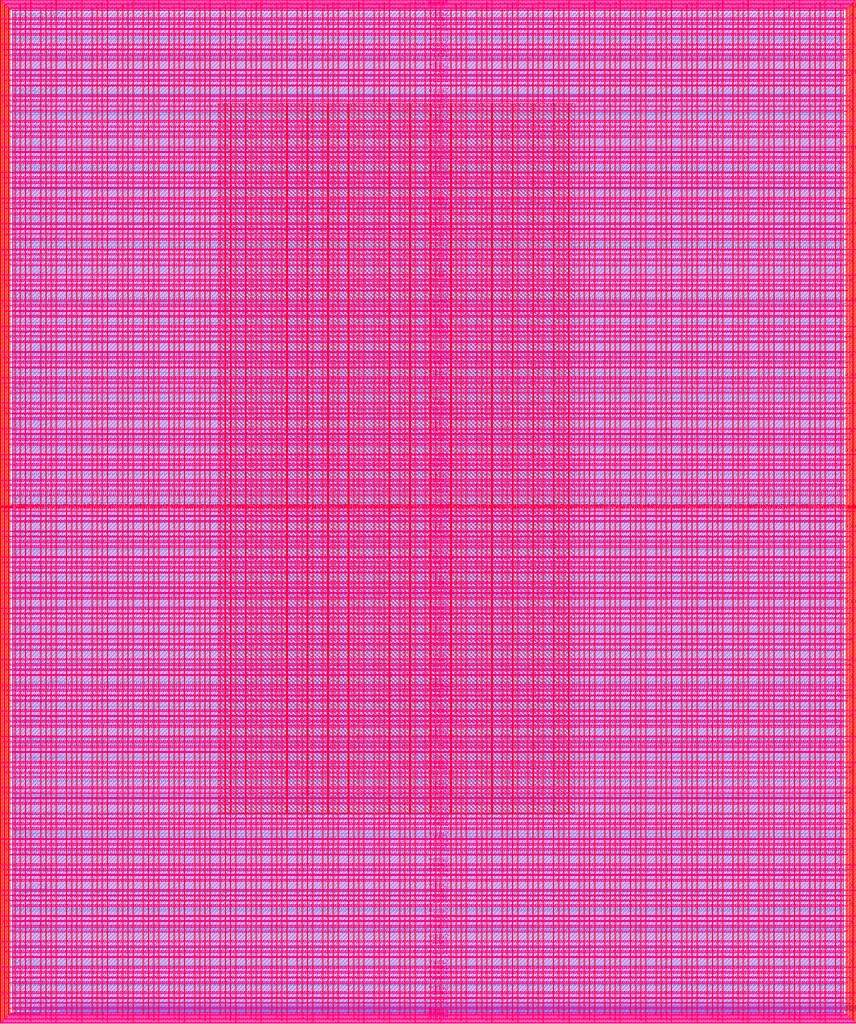
<source format=lef>
VERSION 5.7 ;
  NOWIREEXTENSIONATPIN ON ;
  DIVIDERCHAR "/" ;
  BUSBITCHARS "[]" ;
MACRO user_project_wrapper
  CLASS BLOCK ;
  FOREIGN user_project_wrapper ;
  ORIGIN 0.000 0.000 ;
  SIZE 2920.000 BY 3520.000 ;
  PIN analog_io[0]
    DIRECTION INOUT ;
    USE SIGNAL ;
    PORT
      LAYER met3 ;
        RECT 2917.600 1426.380 2924.800 1427.580 ;
    END
  END analog_io[0]
  PIN analog_io[10]
    DIRECTION INOUT ;
    USE SIGNAL ;
    PORT
      LAYER met2 ;
        RECT 2230.490 3517.600 2231.050 3524.800 ;
    END
  END analog_io[10]
  PIN analog_io[11]
    DIRECTION INOUT ;
    USE SIGNAL ;
    PORT
      LAYER met2 ;
        RECT 1905.730 3517.600 1906.290 3524.800 ;
    END
  END analog_io[11]
  PIN analog_io[12]
    DIRECTION INOUT ;
    USE SIGNAL ;
    PORT
      LAYER met2 ;
        RECT 1581.430 3517.600 1581.990 3524.800 ;
    END
  END analog_io[12]
  PIN analog_io[13]
    DIRECTION INOUT ;
    USE SIGNAL ;
    PORT
      LAYER met2 ;
        RECT 1257.130 3517.600 1257.690 3524.800 ;
    END
  END analog_io[13]
  PIN analog_io[14]
    DIRECTION INOUT ;
    USE SIGNAL ;
    PORT
      LAYER met2 ;
        RECT 932.370 3517.600 932.930 3524.800 ;
    END
  END analog_io[14]
  PIN analog_io[15]
    DIRECTION INOUT ;
    USE SIGNAL ;
    PORT
      LAYER met2 ;
        RECT 608.070 3517.600 608.630 3524.800 ;
    END
  END analog_io[15]
  PIN analog_io[16]
    DIRECTION INOUT ;
    USE SIGNAL ;
    PORT
      LAYER met2 ;
        RECT 283.770 3517.600 284.330 3524.800 ;
    END
  END analog_io[16]
  PIN analog_io[17]
    DIRECTION INOUT ;
    USE SIGNAL ;
    PORT
      LAYER met3 ;
        RECT -4.800 3486.100 2.400 3487.300 ;
    END
  END analog_io[17]
  PIN analog_io[18]
    DIRECTION INOUT ;
    USE SIGNAL ;
    PORT
      LAYER met3 ;
        RECT -4.800 3224.980 2.400 3226.180 ;
    END
  END analog_io[18]
  PIN analog_io[19]
    DIRECTION INOUT ;
    USE SIGNAL ;
    PORT
      LAYER met3 ;
        RECT -4.800 2964.540 2.400 2965.740 ;
    END
  END analog_io[19]
  PIN analog_io[1]
    DIRECTION INOUT ;
    USE SIGNAL ;
    PORT
      LAYER met3 ;
        RECT 2917.600 1692.260 2924.800 1693.460 ;
    END
  END analog_io[1]
  PIN analog_io[20]
    DIRECTION INOUT ;
    USE SIGNAL ;
    PORT
      LAYER met3 ;
        RECT -4.800 2703.420 2.400 2704.620 ;
    END
  END analog_io[20]
  PIN analog_io[21]
    DIRECTION INOUT ;
    USE SIGNAL ;
    PORT
      LAYER met3 ;
        RECT -4.800 2442.980 2.400 2444.180 ;
    END
  END analog_io[21]
  PIN analog_io[22]
    DIRECTION INOUT ;
    USE SIGNAL ;
    PORT
      LAYER met3 ;
        RECT -4.800 2182.540 2.400 2183.740 ;
    END
  END analog_io[22]
  PIN analog_io[23]
    DIRECTION INOUT ;
    USE SIGNAL ;
    PORT
      LAYER met3 ;
        RECT -4.800 1921.420 2.400 1922.620 ;
    END
  END analog_io[23]
  PIN analog_io[24]
    DIRECTION INOUT ;
    USE SIGNAL ;
    PORT
      LAYER met3 ;
        RECT -4.800 1660.980 2.400 1662.180 ;
    END
  END analog_io[24]
  PIN analog_io[25]
    DIRECTION INOUT ;
    USE SIGNAL ;
    PORT
      LAYER met3 ;
        RECT -4.800 1399.860 2.400 1401.060 ;
    END
  END analog_io[25]
  PIN analog_io[26]
    DIRECTION INOUT ;
    USE SIGNAL ;
    PORT
      LAYER met3 ;
        RECT -4.800 1139.420 2.400 1140.620 ;
    END
  END analog_io[26]
  PIN analog_io[27]
    DIRECTION INOUT ;
    USE SIGNAL ;
    PORT
      LAYER met3 ;
        RECT -4.800 878.980 2.400 880.180 ;
    END
  END analog_io[27]
  PIN analog_io[28]
    DIRECTION INOUT ;
    USE SIGNAL ;
    PORT
      LAYER met3 ;
        RECT -4.800 617.860 2.400 619.060 ;
    END
  END analog_io[28]
  PIN analog_io[2]
    DIRECTION INOUT ;
    USE SIGNAL ;
    PORT
      LAYER met3 ;
        RECT 2917.600 1958.140 2924.800 1959.340 ;
    END
  END analog_io[2]
  PIN analog_io[3]
    DIRECTION INOUT ;
    USE SIGNAL ;
    PORT
      LAYER met3 ;
        RECT 2917.600 2223.340 2924.800 2224.540 ;
    END
  END analog_io[3]
  PIN analog_io[4]
    DIRECTION INOUT ;
    USE SIGNAL ;
    PORT
      LAYER met3 ;
        RECT 2917.600 2489.220 2924.800 2490.420 ;
    END
  END analog_io[4]
  PIN analog_io[5]
    DIRECTION INOUT ;
    USE SIGNAL ;
    PORT
      LAYER met3 ;
        RECT 2917.600 2755.100 2924.800 2756.300 ;
    END
  END analog_io[5]
  PIN analog_io[6]
    DIRECTION INOUT ;
    USE SIGNAL ;
    PORT
      LAYER met3 ;
        RECT 2917.600 3020.300 2924.800 3021.500 ;
    END
  END analog_io[6]
  PIN analog_io[7]
    DIRECTION INOUT ;
    USE SIGNAL ;
    PORT
      LAYER met3 ;
        RECT 2917.600 3286.180 2924.800 3287.380 ;
    END
  END analog_io[7]
  PIN analog_io[8]
    DIRECTION INOUT ;
    USE SIGNAL ;
    PORT
      LAYER met2 ;
        RECT 2879.090 3517.600 2879.650 3524.800 ;
    END
  END analog_io[8]
  PIN analog_io[9]
    DIRECTION INOUT ;
    USE SIGNAL ;
    PORT
      LAYER met2 ;
        RECT 2554.790 3517.600 2555.350 3524.800 ;
    END
  END analog_io[9]
  PIN io_in[0]
    DIRECTION INPUT ;
    USE SIGNAL ;
    PORT
      LAYER met3 ;
        RECT 2917.600 32.380 2924.800 33.580 ;
    END
  END io_in[0]
  PIN io_in[10]
    DIRECTION INPUT ;
    USE SIGNAL ;
    PORT
      LAYER met3 ;
        RECT 2917.600 2289.980 2924.800 2291.180 ;
    END
  END io_in[10]
  PIN io_in[11]
    DIRECTION INPUT ;
    USE SIGNAL ;
    PORT
      LAYER met3 ;
        RECT 2917.600 2555.860 2924.800 2557.060 ;
    END
  END io_in[11]
  PIN io_in[12]
    DIRECTION INPUT ;
    USE SIGNAL ;
    PORT
      LAYER met3 ;
        RECT 2917.600 2821.060 2924.800 2822.260 ;
    END
  END io_in[12]
  PIN io_in[13]
    DIRECTION INPUT ;
    USE SIGNAL ;
    PORT
      LAYER met3 ;
        RECT 2917.600 3086.940 2924.800 3088.140 ;
    END
  END io_in[13]
  PIN io_in[14]
    DIRECTION INPUT ;
    USE SIGNAL ;
    PORT
      LAYER met3 ;
        RECT 2917.600 3352.820 2924.800 3354.020 ;
    END
  END io_in[14]
  PIN io_in[15]
    DIRECTION INPUT ;
    USE SIGNAL ;
    PORT
      LAYER met2 ;
        RECT 2798.130 3517.600 2798.690 3524.800 ;
    END
  END io_in[15]
  PIN io_in[16]
    DIRECTION INPUT ;
    USE SIGNAL ;
    PORT
      LAYER met2 ;
        RECT 2473.830 3517.600 2474.390 3524.800 ;
    END
  END io_in[16]
  PIN io_in[17]
    DIRECTION INPUT ;
    USE SIGNAL ;
    PORT
      LAYER met2 ;
        RECT 2149.070 3517.600 2149.630 3524.800 ;
    END
  END io_in[17]
  PIN io_in[18]
    DIRECTION INPUT ;
    USE SIGNAL ;
    PORT
      LAYER met2 ;
        RECT 1824.770 3517.600 1825.330 3524.800 ;
    END
  END io_in[18]
  PIN io_in[19]
    DIRECTION INPUT ;
    USE SIGNAL ;
    PORT
      LAYER met2 ;
        RECT 1500.470 3517.600 1501.030 3524.800 ;
    END
  END io_in[19]
  PIN io_in[1]
    DIRECTION INPUT ;
    USE SIGNAL ;
    PORT
      LAYER met3 ;
        RECT 2917.600 230.940 2924.800 232.140 ;
    END
  END io_in[1]
  PIN io_in[20]
    DIRECTION INPUT ;
    USE SIGNAL ;
    PORT
      LAYER met2 ;
        RECT 1175.710 3517.600 1176.270 3524.800 ;
    END
  END io_in[20]
  PIN io_in[21]
    DIRECTION INPUT ;
    USE SIGNAL ;
    PORT
      LAYER met2 ;
        RECT 851.410 3517.600 851.970 3524.800 ;
    END
  END io_in[21]
  PIN io_in[22]
    DIRECTION INPUT ;
    USE SIGNAL ;
    PORT
      LAYER met2 ;
        RECT 527.110 3517.600 527.670 3524.800 ;
    END
  END io_in[22]
  PIN io_in[23]
    DIRECTION INPUT ;
    USE SIGNAL ;
    PORT
      LAYER met2 ;
        RECT 202.350 3517.600 202.910 3524.800 ;
    END
  END io_in[23]
  PIN io_in[24]
    DIRECTION INPUT ;
    USE SIGNAL ;
    PORT
      LAYER met3 ;
        RECT -4.800 3420.820 2.400 3422.020 ;
    END
  END io_in[24]
  PIN io_in[25]
    DIRECTION INPUT ;
    USE SIGNAL ;
    PORT
      LAYER met3 ;
        RECT -4.800 3159.700 2.400 3160.900 ;
    END
  END io_in[25]
  PIN io_in[26]
    DIRECTION INPUT ;
    USE SIGNAL ;
    PORT
      LAYER met3 ;
        RECT -4.800 2899.260 2.400 2900.460 ;
    END
  END io_in[26]
  PIN io_in[27]
    DIRECTION INPUT ;
    USE SIGNAL ;
    PORT
      LAYER met3 ;
        RECT -4.800 2638.820 2.400 2640.020 ;
    END
  END io_in[27]
  PIN io_in[28]
    DIRECTION INPUT ;
    USE SIGNAL ;
    PORT
      LAYER met3 ;
        RECT -4.800 2377.700 2.400 2378.900 ;
    END
  END io_in[28]
  PIN io_in[29]
    DIRECTION INPUT ;
    USE SIGNAL ;
    PORT
      LAYER met3 ;
        RECT -4.800 2117.260 2.400 2118.460 ;
    END
  END io_in[29]
  PIN io_in[2]
    DIRECTION INPUT ;
    USE SIGNAL ;
    PORT
      LAYER met3 ;
        RECT 2917.600 430.180 2924.800 431.380 ;
    END
  END io_in[2]
  PIN io_in[30]
    DIRECTION INPUT ;
    USE SIGNAL ;
    PORT
      LAYER met3 ;
        RECT -4.800 1856.140 2.400 1857.340 ;
    END
  END io_in[30]
  PIN io_in[31]
    DIRECTION INPUT ;
    USE SIGNAL ;
    PORT
      LAYER met3 ;
        RECT -4.800 1595.700 2.400 1596.900 ;
    END
  END io_in[31]
  PIN io_in[32]
    DIRECTION INPUT ;
    USE SIGNAL ;
    PORT
      LAYER met3 ;
        RECT -4.800 1335.260 2.400 1336.460 ;
    END
  END io_in[32]
  PIN io_in[33]
    DIRECTION INPUT ;
    USE SIGNAL ;
    PORT
      LAYER met3 ;
        RECT -4.800 1074.140 2.400 1075.340 ;
    END
  END io_in[33]
  PIN io_in[34]
    DIRECTION INPUT ;
    USE SIGNAL ;
    PORT
      LAYER met3 ;
        RECT -4.800 813.700 2.400 814.900 ;
    END
  END io_in[34]
  PIN io_in[35]
    DIRECTION INPUT ;
    USE SIGNAL ;
    PORT
      LAYER met3 ;
        RECT -4.800 552.580 2.400 553.780 ;
    END
  END io_in[35]
  PIN io_in[36]
    DIRECTION INPUT ;
    USE SIGNAL ;
    PORT
      LAYER met3 ;
        RECT -4.800 357.420 2.400 358.620 ;
    END
  END io_in[36]
  PIN io_in[37]
    DIRECTION INPUT ;
    USE SIGNAL ;
    PORT
      LAYER met3 ;
        RECT -4.800 161.580 2.400 162.780 ;
    END
  END io_in[37]
  PIN io_in[3]
    DIRECTION INPUT ;
    USE SIGNAL ;
    PORT
      LAYER met3 ;
        RECT 2917.600 629.420 2924.800 630.620 ;
    END
  END io_in[3]
  PIN io_in[4]
    DIRECTION INPUT ;
    USE SIGNAL ;
    PORT
      LAYER met3 ;
        RECT 2917.600 828.660 2924.800 829.860 ;
    END
  END io_in[4]
  PIN io_in[5]
    DIRECTION INPUT ;
    USE SIGNAL ;
    PORT
      LAYER met3 ;
        RECT 2917.600 1027.900 2924.800 1029.100 ;
    END
  END io_in[5]
  PIN io_in[6]
    DIRECTION INPUT ;
    USE SIGNAL ;
    PORT
      LAYER met3 ;
        RECT 2917.600 1227.140 2924.800 1228.340 ;
    END
  END io_in[6]
  PIN io_in[7]
    DIRECTION INPUT ;
    USE SIGNAL ;
    PORT
      LAYER met3 ;
        RECT 2917.600 1493.020 2924.800 1494.220 ;
    END
  END io_in[7]
  PIN io_in[8]
    DIRECTION INPUT ;
    USE SIGNAL ;
    PORT
      LAYER met3 ;
        RECT 2917.600 1758.900 2924.800 1760.100 ;
    END
  END io_in[8]
  PIN io_in[9]
    DIRECTION INPUT ;
    USE SIGNAL ;
    PORT
      LAYER met3 ;
        RECT 2917.600 2024.100 2924.800 2025.300 ;
    END
  END io_in[9]
  PIN io_oeb[0]
    DIRECTION OUTPUT TRISTATE ;
    USE SIGNAL ;
    PORT
      LAYER met3 ;
        RECT 2917.600 164.980 2924.800 166.180 ;
    END
  END io_oeb[0]
  PIN io_oeb[10]
    DIRECTION OUTPUT TRISTATE ;
    USE SIGNAL ;
    PORT
      LAYER met3 ;
        RECT 2917.600 2422.580 2924.800 2423.780 ;
    END
  END io_oeb[10]
  PIN io_oeb[11]
    DIRECTION OUTPUT TRISTATE ;
    USE SIGNAL ;
    PORT
      LAYER met3 ;
        RECT 2917.600 2688.460 2924.800 2689.660 ;
    END
  END io_oeb[11]
  PIN io_oeb[12]
    DIRECTION OUTPUT TRISTATE ;
    USE SIGNAL ;
    PORT
      LAYER met3 ;
        RECT 2917.600 2954.340 2924.800 2955.540 ;
    END
  END io_oeb[12]
  PIN io_oeb[13]
    DIRECTION OUTPUT TRISTATE ;
    USE SIGNAL ;
    PORT
      LAYER met3 ;
        RECT 2917.600 3219.540 2924.800 3220.740 ;
    END
  END io_oeb[13]
  PIN io_oeb[14]
    DIRECTION OUTPUT TRISTATE ;
    USE SIGNAL ;
    PORT
      LAYER met3 ;
        RECT 2917.600 3485.420 2924.800 3486.620 ;
    END
  END io_oeb[14]
  PIN io_oeb[15]
    DIRECTION OUTPUT TRISTATE ;
    USE SIGNAL ;
    PORT
      LAYER met2 ;
        RECT 2635.750 3517.600 2636.310 3524.800 ;
    END
  END io_oeb[15]
  PIN io_oeb[16]
    DIRECTION OUTPUT TRISTATE ;
    USE SIGNAL ;
    PORT
      LAYER met2 ;
        RECT 2311.450 3517.600 2312.010 3524.800 ;
    END
  END io_oeb[16]
  PIN io_oeb[17]
    DIRECTION OUTPUT TRISTATE ;
    USE SIGNAL ;
    PORT
      LAYER met2 ;
        RECT 1987.150 3517.600 1987.710 3524.800 ;
    END
  END io_oeb[17]
  PIN io_oeb[18]
    DIRECTION OUTPUT TRISTATE ;
    USE SIGNAL ;
    PORT
      LAYER met2 ;
        RECT 1662.390 3517.600 1662.950 3524.800 ;
    END
  END io_oeb[18]
  PIN io_oeb[19]
    DIRECTION OUTPUT TRISTATE ;
    USE SIGNAL ;
    PORT
      LAYER met2 ;
        RECT 1338.090 3517.600 1338.650 3524.800 ;
    END
  END io_oeb[19]
  PIN io_oeb[1]
    DIRECTION OUTPUT TRISTATE ;
    USE SIGNAL ;
    PORT
      LAYER met3 ;
        RECT 2917.600 364.220 2924.800 365.420 ;
    END
  END io_oeb[1]
  PIN io_oeb[20]
    DIRECTION OUTPUT TRISTATE ;
    USE SIGNAL ;
    PORT
      LAYER met2 ;
        RECT 1013.790 3517.600 1014.350 3524.800 ;
    END
  END io_oeb[20]
  PIN io_oeb[21]
    DIRECTION OUTPUT TRISTATE ;
    USE SIGNAL ;
    PORT
      LAYER met2 ;
        RECT 689.030 3517.600 689.590 3524.800 ;
    END
  END io_oeb[21]
  PIN io_oeb[22]
    DIRECTION OUTPUT TRISTATE ;
    USE SIGNAL ;
    PORT
      LAYER met2 ;
        RECT 364.730 3517.600 365.290 3524.800 ;
    END
  END io_oeb[22]
  PIN io_oeb[23]
    DIRECTION OUTPUT TRISTATE ;
    USE SIGNAL ;
    PORT
      LAYER met2 ;
        RECT 40.430 3517.600 40.990 3524.800 ;
    END
  END io_oeb[23]
  PIN io_oeb[24]
    DIRECTION OUTPUT TRISTATE ;
    USE SIGNAL ;
    PORT
      LAYER met3 ;
        RECT -4.800 3290.260 2.400 3291.460 ;
    END
  END io_oeb[24]
  PIN io_oeb[25]
    DIRECTION OUTPUT TRISTATE ;
    USE SIGNAL ;
    PORT
      LAYER met3 ;
        RECT -4.800 3029.820 2.400 3031.020 ;
    END
  END io_oeb[25]
  PIN io_oeb[26]
    DIRECTION OUTPUT TRISTATE ;
    USE SIGNAL ;
    PORT
      LAYER met3 ;
        RECT -4.800 2768.700 2.400 2769.900 ;
    END
  END io_oeb[26]
  PIN io_oeb[27]
    DIRECTION OUTPUT TRISTATE ;
    USE SIGNAL ;
    PORT
      LAYER met3 ;
        RECT -4.800 2508.260 2.400 2509.460 ;
    END
  END io_oeb[27]
  PIN io_oeb[28]
    DIRECTION OUTPUT TRISTATE ;
    USE SIGNAL ;
    PORT
      LAYER met3 ;
        RECT -4.800 2247.140 2.400 2248.340 ;
    END
  END io_oeb[28]
  PIN io_oeb[29]
    DIRECTION OUTPUT TRISTATE ;
    USE SIGNAL ;
    PORT
      LAYER met3 ;
        RECT -4.800 1986.700 2.400 1987.900 ;
    END
  END io_oeb[29]
  PIN io_oeb[2]
    DIRECTION OUTPUT TRISTATE ;
    USE SIGNAL ;
    PORT
      LAYER met3 ;
        RECT 2917.600 563.460 2924.800 564.660 ;
    END
  END io_oeb[2]
  PIN io_oeb[30]
    DIRECTION OUTPUT TRISTATE ;
    USE SIGNAL ;
    PORT
      LAYER met3 ;
        RECT -4.800 1726.260 2.400 1727.460 ;
    END
  END io_oeb[30]
  PIN io_oeb[31]
    DIRECTION OUTPUT TRISTATE ;
    USE SIGNAL ;
    PORT
      LAYER met3 ;
        RECT -4.800 1465.140 2.400 1466.340 ;
    END
  END io_oeb[31]
  PIN io_oeb[32]
    DIRECTION OUTPUT TRISTATE ;
    USE SIGNAL ;
    PORT
      LAYER met3 ;
        RECT -4.800 1204.700 2.400 1205.900 ;
    END
  END io_oeb[32]
  PIN io_oeb[33]
    DIRECTION OUTPUT TRISTATE ;
    USE SIGNAL ;
    PORT
      LAYER met3 ;
        RECT -4.800 943.580 2.400 944.780 ;
    END
  END io_oeb[33]
  PIN io_oeb[34]
    DIRECTION OUTPUT TRISTATE ;
    USE SIGNAL ;
    PORT
      LAYER met3 ;
        RECT -4.800 683.140 2.400 684.340 ;
    END
  END io_oeb[34]
  PIN io_oeb[35]
    DIRECTION OUTPUT TRISTATE ;
    USE SIGNAL ;
    PORT
      LAYER met3 ;
        RECT -4.800 422.700 2.400 423.900 ;
    END
  END io_oeb[35]
  PIN io_oeb[36]
    DIRECTION OUTPUT TRISTATE ;
    USE SIGNAL ;
    PORT
      LAYER met3 ;
        RECT -4.800 226.860 2.400 228.060 ;
    END
  END io_oeb[36]
  PIN io_oeb[37]
    DIRECTION OUTPUT TRISTATE ;
    USE SIGNAL ;
    PORT
      LAYER met3 ;
        RECT -4.800 31.700 2.400 32.900 ;
    END
  END io_oeb[37]
  PIN io_oeb[3]
    DIRECTION OUTPUT TRISTATE ;
    USE SIGNAL ;
    PORT
      LAYER met3 ;
        RECT 2917.600 762.700 2924.800 763.900 ;
    END
  END io_oeb[3]
  PIN io_oeb[4]
    DIRECTION OUTPUT TRISTATE ;
    USE SIGNAL ;
    PORT
      LAYER met3 ;
        RECT 2917.600 961.940 2924.800 963.140 ;
    END
  END io_oeb[4]
  PIN io_oeb[5]
    DIRECTION OUTPUT TRISTATE ;
    USE SIGNAL ;
    PORT
      LAYER met3 ;
        RECT 2917.600 1161.180 2924.800 1162.380 ;
    END
  END io_oeb[5]
  PIN io_oeb[6]
    DIRECTION OUTPUT TRISTATE ;
    USE SIGNAL ;
    PORT
      LAYER met3 ;
        RECT 2917.600 1360.420 2924.800 1361.620 ;
    END
  END io_oeb[6]
  PIN io_oeb[7]
    DIRECTION OUTPUT TRISTATE ;
    USE SIGNAL ;
    PORT
      LAYER met3 ;
        RECT 2917.600 1625.620 2924.800 1626.820 ;
    END
  END io_oeb[7]
  PIN io_oeb[8]
    DIRECTION OUTPUT TRISTATE ;
    USE SIGNAL ;
    PORT
      LAYER met3 ;
        RECT 2917.600 1891.500 2924.800 1892.700 ;
    END
  END io_oeb[8]
  PIN io_oeb[9]
    DIRECTION OUTPUT TRISTATE ;
    USE SIGNAL ;
    PORT
      LAYER met3 ;
        RECT 2917.600 2157.380 2924.800 2158.580 ;
    END
  END io_oeb[9]
  PIN io_out[0]
    DIRECTION OUTPUT TRISTATE ;
    USE SIGNAL ;
    PORT
      LAYER met3 ;
        RECT 2917.600 98.340 2924.800 99.540 ;
    END
  END io_out[0]
  PIN io_out[10]
    DIRECTION OUTPUT TRISTATE ;
    USE SIGNAL ;
    PORT
      LAYER met3 ;
        RECT 2917.600 2356.620 2924.800 2357.820 ;
    END
  END io_out[10]
  PIN io_out[11]
    DIRECTION OUTPUT TRISTATE ;
    USE SIGNAL ;
    PORT
      LAYER met3 ;
        RECT 2917.600 2621.820 2924.800 2623.020 ;
    END
  END io_out[11]
  PIN io_out[12]
    DIRECTION OUTPUT TRISTATE ;
    USE SIGNAL ;
    PORT
      LAYER met3 ;
        RECT 2917.600 2887.700 2924.800 2888.900 ;
    END
  END io_out[12]
  PIN io_out[13]
    DIRECTION OUTPUT TRISTATE ;
    USE SIGNAL ;
    PORT
      LAYER met3 ;
        RECT 2917.600 3153.580 2924.800 3154.780 ;
    END
  END io_out[13]
  PIN io_out[14]
    DIRECTION OUTPUT TRISTATE ;
    USE SIGNAL ;
    PORT
      LAYER met3 ;
        RECT 2917.600 3418.780 2924.800 3419.980 ;
    END
  END io_out[14]
  PIN io_out[15]
    DIRECTION OUTPUT TRISTATE ;
    USE SIGNAL ;
    PORT
      LAYER met2 ;
        RECT 2717.170 3517.600 2717.730 3524.800 ;
    END
  END io_out[15]
  PIN io_out[16]
    DIRECTION OUTPUT TRISTATE ;
    USE SIGNAL ;
    PORT
      LAYER met2 ;
        RECT 2392.410 3517.600 2392.970 3524.800 ;
    END
  END io_out[16]
  PIN io_out[17]
    DIRECTION OUTPUT TRISTATE ;
    USE SIGNAL ;
    PORT
      LAYER met2 ;
        RECT 2068.110 3517.600 2068.670 3524.800 ;
    END
  END io_out[17]
  PIN io_out[18]
    DIRECTION OUTPUT TRISTATE ;
    USE SIGNAL ;
    PORT
      LAYER met2 ;
        RECT 1743.810 3517.600 1744.370 3524.800 ;
    END
  END io_out[18]
  PIN io_out[19]
    DIRECTION OUTPUT TRISTATE ;
    USE SIGNAL ;
    PORT
      LAYER met2 ;
        RECT 1419.050 3517.600 1419.610 3524.800 ;
    END
  END io_out[19]
  PIN io_out[1]
    DIRECTION OUTPUT TRISTATE ;
    USE SIGNAL ;
    PORT
      LAYER met3 ;
        RECT 2917.600 297.580 2924.800 298.780 ;
    END
  END io_out[1]
  PIN io_out[20]
    DIRECTION OUTPUT TRISTATE ;
    USE SIGNAL ;
    PORT
      LAYER met2 ;
        RECT 1094.750 3517.600 1095.310 3524.800 ;
    END
  END io_out[20]
  PIN io_out[21]
    DIRECTION OUTPUT TRISTATE ;
    USE SIGNAL ;
    PORT
      LAYER met2 ;
        RECT 770.450 3517.600 771.010 3524.800 ;
    END
  END io_out[21]
  PIN io_out[22]
    DIRECTION OUTPUT TRISTATE ;
    USE SIGNAL ;
    PORT
      LAYER met2 ;
        RECT 445.690 3517.600 446.250 3524.800 ;
    END
  END io_out[22]
  PIN io_out[23]
    DIRECTION OUTPUT TRISTATE ;
    USE SIGNAL ;
    PORT
      LAYER met2 ;
        RECT 121.390 3517.600 121.950 3524.800 ;
    END
  END io_out[23]
  PIN io_out[24]
    DIRECTION OUTPUT TRISTATE ;
    USE SIGNAL ;
    PORT
      LAYER met3 ;
        RECT -4.800 3355.540 2.400 3356.740 ;
    END
  END io_out[24]
  PIN io_out[25]
    DIRECTION OUTPUT TRISTATE ;
    USE SIGNAL ;
    PORT
      LAYER met3 ;
        RECT -4.800 3095.100 2.400 3096.300 ;
    END
  END io_out[25]
  PIN io_out[26]
    DIRECTION OUTPUT TRISTATE ;
    USE SIGNAL ;
    PORT
      LAYER met3 ;
        RECT -4.800 2833.980 2.400 2835.180 ;
    END
  END io_out[26]
  PIN io_out[27]
    DIRECTION OUTPUT TRISTATE ;
    USE SIGNAL ;
    PORT
      LAYER met3 ;
        RECT -4.800 2573.540 2.400 2574.740 ;
    END
  END io_out[27]
  PIN io_out[28]
    DIRECTION OUTPUT TRISTATE ;
    USE SIGNAL ;
    PORT
      LAYER met3 ;
        RECT -4.800 2312.420 2.400 2313.620 ;
    END
  END io_out[28]
  PIN io_out[29]
    DIRECTION OUTPUT TRISTATE ;
    USE SIGNAL ;
    PORT
      LAYER met3 ;
        RECT -4.800 2051.980 2.400 2053.180 ;
    END
  END io_out[29]
  PIN io_out[2]
    DIRECTION OUTPUT TRISTATE ;
    USE SIGNAL ;
    PORT
      LAYER met3 ;
        RECT 2917.600 496.820 2924.800 498.020 ;
    END
  END io_out[2]
  PIN io_out[30]
    DIRECTION OUTPUT TRISTATE ;
    USE SIGNAL ;
    PORT
      LAYER met3 ;
        RECT -4.800 1791.540 2.400 1792.740 ;
    END
  END io_out[30]
  PIN io_out[31]
    DIRECTION OUTPUT TRISTATE ;
    USE SIGNAL ;
    PORT
      LAYER met3 ;
        RECT -4.800 1530.420 2.400 1531.620 ;
    END
  END io_out[31]
  PIN io_out[32]
    DIRECTION OUTPUT TRISTATE ;
    USE SIGNAL ;
    PORT
      LAYER met3 ;
        RECT -4.800 1269.980 2.400 1271.180 ;
    END
  END io_out[32]
  PIN io_out[33]
    DIRECTION OUTPUT TRISTATE ;
    USE SIGNAL ;
    PORT
      LAYER met3 ;
        RECT -4.800 1008.860 2.400 1010.060 ;
    END
  END io_out[33]
  PIN io_out[34]
    DIRECTION OUTPUT TRISTATE ;
    USE SIGNAL ;
    PORT
      LAYER met3 ;
        RECT -4.800 748.420 2.400 749.620 ;
    END
  END io_out[34]
  PIN io_out[35]
    DIRECTION OUTPUT TRISTATE ;
    USE SIGNAL ;
    PORT
      LAYER met3 ;
        RECT -4.800 487.300 2.400 488.500 ;
    END
  END io_out[35]
  PIN io_out[36]
    DIRECTION OUTPUT TRISTATE ;
    USE SIGNAL ;
    PORT
      LAYER met3 ;
        RECT -4.800 292.140 2.400 293.340 ;
    END
  END io_out[36]
  PIN io_out[37]
    DIRECTION OUTPUT TRISTATE ;
    USE SIGNAL ;
    PORT
      LAYER met3 ;
        RECT -4.800 96.300 2.400 97.500 ;
    END
  END io_out[37]
  PIN io_out[3]
    DIRECTION OUTPUT TRISTATE ;
    USE SIGNAL ;
    PORT
      LAYER met3 ;
        RECT 2917.600 696.060 2924.800 697.260 ;
    END
  END io_out[3]
  PIN io_out[4]
    DIRECTION OUTPUT TRISTATE ;
    USE SIGNAL ;
    PORT
      LAYER met3 ;
        RECT 2917.600 895.300 2924.800 896.500 ;
    END
  END io_out[4]
  PIN io_out[5]
    DIRECTION OUTPUT TRISTATE ;
    USE SIGNAL ;
    PORT
      LAYER met3 ;
        RECT 2917.600 1094.540 2924.800 1095.740 ;
    END
  END io_out[5]
  PIN io_out[6]
    DIRECTION OUTPUT TRISTATE ;
    USE SIGNAL ;
    PORT
      LAYER met3 ;
        RECT 2917.600 1293.780 2924.800 1294.980 ;
    END
  END io_out[6]
  PIN io_out[7]
    DIRECTION OUTPUT TRISTATE ;
    USE SIGNAL ;
    PORT
      LAYER met3 ;
        RECT 2917.600 1559.660 2924.800 1560.860 ;
    END
  END io_out[7]
  PIN io_out[8]
    DIRECTION OUTPUT TRISTATE ;
    USE SIGNAL ;
    PORT
      LAYER met3 ;
        RECT 2917.600 1824.860 2924.800 1826.060 ;
    END
  END io_out[8]
  PIN io_out[9]
    DIRECTION OUTPUT TRISTATE ;
    USE SIGNAL ;
    PORT
      LAYER met3 ;
        RECT 2917.600 2090.740 2924.800 2091.940 ;
    END
  END io_out[9]
  PIN la_data_in[0]
    DIRECTION INPUT ;
    USE SIGNAL ;
    PORT
      LAYER met2 ;
        RECT 629.230 -4.800 629.790 2.400 ;
    END
  END la_data_in[0]
  PIN la_data_in[100]
    DIRECTION INPUT ;
    USE SIGNAL ;
    PORT
      LAYER met2 ;
        RECT 2402.530 -4.800 2403.090 2.400 ;
    END
  END la_data_in[100]
  PIN la_data_in[101]
    DIRECTION INPUT ;
    USE SIGNAL ;
    PORT
      LAYER met2 ;
        RECT 2420.010 -4.800 2420.570 2.400 ;
    END
  END la_data_in[101]
  PIN la_data_in[102]
    DIRECTION INPUT ;
    USE SIGNAL ;
    PORT
      LAYER met2 ;
        RECT 2437.950 -4.800 2438.510 2.400 ;
    END
  END la_data_in[102]
  PIN la_data_in[103]
    DIRECTION INPUT ;
    USE SIGNAL ;
    PORT
      LAYER met2 ;
        RECT 2455.430 -4.800 2455.990 2.400 ;
    END
  END la_data_in[103]
  PIN la_data_in[104]
    DIRECTION INPUT ;
    USE SIGNAL ;
    PORT
      LAYER met2 ;
        RECT 2473.370 -4.800 2473.930 2.400 ;
    END
  END la_data_in[104]
  PIN la_data_in[105]
    DIRECTION INPUT ;
    USE SIGNAL ;
    PORT
      LAYER met2 ;
        RECT 2490.850 -4.800 2491.410 2.400 ;
    END
  END la_data_in[105]
  PIN la_data_in[106]
    DIRECTION INPUT ;
    USE SIGNAL ;
    PORT
      LAYER met2 ;
        RECT 2508.790 -4.800 2509.350 2.400 ;
    END
  END la_data_in[106]
  PIN la_data_in[107]
    DIRECTION INPUT ;
    USE SIGNAL ;
    PORT
      LAYER met2 ;
        RECT 2526.730 -4.800 2527.290 2.400 ;
    END
  END la_data_in[107]
  PIN la_data_in[108]
    DIRECTION INPUT ;
    USE SIGNAL ;
    PORT
      LAYER met2 ;
        RECT 2544.210 -4.800 2544.770 2.400 ;
    END
  END la_data_in[108]
  PIN la_data_in[109]
    DIRECTION INPUT ;
    USE SIGNAL ;
    PORT
      LAYER met2 ;
        RECT 2562.150 -4.800 2562.710 2.400 ;
    END
  END la_data_in[109]
  PIN la_data_in[10]
    DIRECTION INPUT ;
    USE SIGNAL ;
    PORT
      LAYER met2 ;
        RECT 806.330 -4.800 806.890 2.400 ;
    END
  END la_data_in[10]
  PIN la_data_in[110]
    DIRECTION INPUT ;
    USE SIGNAL ;
    PORT
      LAYER met2 ;
        RECT 2579.630 -4.800 2580.190 2.400 ;
    END
  END la_data_in[110]
  PIN la_data_in[111]
    DIRECTION INPUT ;
    USE SIGNAL ;
    PORT
      LAYER met2 ;
        RECT 2597.570 -4.800 2598.130 2.400 ;
    END
  END la_data_in[111]
  PIN la_data_in[112]
    DIRECTION INPUT ;
    USE SIGNAL ;
    PORT
      LAYER met2 ;
        RECT 2615.050 -4.800 2615.610 2.400 ;
    END
  END la_data_in[112]
  PIN la_data_in[113]
    DIRECTION INPUT ;
    USE SIGNAL ;
    PORT
      LAYER met2 ;
        RECT 2632.990 -4.800 2633.550 2.400 ;
    END
  END la_data_in[113]
  PIN la_data_in[114]
    DIRECTION INPUT ;
    USE SIGNAL ;
    PORT
      LAYER met2 ;
        RECT 2650.470 -4.800 2651.030 2.400 ;
    END
  END la_data_in[114]
  PIN la_data_in[115]
    DIRECTION INPUT ;
    USE SIGNAL ;
    PORT
      LAYER met2 ;
        RECT 2668.410 -4.800 2668.970 2.400 ;
    END
  END la_data_in[115]
  PIN la_data_in[116]
    DIRECTION INPUT ;
    USE SIGNAL ;
    PORT
      LAYER met2 ;
        RECT 2685.890 -4.800 2686.450 2.400 ;
    END
  END la_data_in[116]
  PIN la_data_in[117]
    DIRECTION INPUT ;
    USE SIGNAL ;
    PORT
      LAYER met2 ;
        RECT 2703.830 -4.800 2704.390 2.400 ;
    END
  END la_data_in[117]
  PIN la_data_in[118]
    DIRECTION INPUT ;
    USE SIGNAL ;
    PORT
      LAYER met2 ;
        RECT 2721.770 -4.800 2722.330 2.400 ;
    END
  END la_data_in[118]
  PIN la_data_in[119]
    DIRECTION INPUT ;
    USE SIGNAL ;
    PORT
      LAYER met2 ;
        RECT 2739.250 -4.800 2739.810 2.400 ;
    END
  END la_data_in[119]
  PIN la_data_in[11]
    DIRECTION INPUT ;
    USE SIGNAL ;
    PORT
      LAYER met2 ;
        RECT 824.270 -4.800 824.830 2.400 ;
    END
  END la_data_in[11]
  PIN la_data_in[120]
    DIRECTION INPUT ;
    USE SIGNAL ;
    PORT
      LAYER met2 ;
        RECT 2757.190 -4.800 2757.750 2.400 ;
    END
  END la_data_in[120]
  PIN la_data_in[121]
    DIRECTION INPUT ;
    USE SIGNAL ;
    PORT
      LAYER met2 ;
        RECT 2774.670 -4.800 2775.230 2.400 ;
    END
  END la_data_in[121]
  PIN la_data_in[122]
    DIRECTION INPUT ;
    USE SIGNAL ;
    PORT
      LAYER met2 ;
        RECT 2792.610 -4.800 2793.170 2.400 ;
    END
  END la_data_in[122]
  PIN la_data_in[123]
    DIRECTION INPUT ;
    USE SIGNAL ;
    PORT
      LAYER met2 ;
        RECT 2810.090 -4.800 2810.650 2.400 ;
    END
  END la_data_in[123]
  PIN la_data_in[124]
    DIRECTION INPUT ;
    USE SIGNAL ;
    PORT
      LAYER met2 ;
        RECT 2828.030 -4.800 2828.590 2.400 ;
    END
  END la_data_in[124]
  PIN la_data_in[125]
    DIRECTION INPUT ;
    USE SIGNAL ;
    PORT
      LAYER met2 ;
        RECT 2845.510 -4.800 2846.070 2.400 ;
    END
  END la_data_in[125]
  PIN la_data_in[126]
    DIRECTION INPUT ;
    USE SIGNAL ;
    PORT
      LAYER met2 ;
        RECT 2863.450 -4.800 2864.010 2.400 ;
    END
  END la_data_in[126]
  PIN la_data_in[127]
    DIRECTION INPUT ;
    USE SIGNAL ;
    PORT
      LAYER met2 ;
        RECT 2881.390 -4.800 2881.950 2.400 ;
    END
  END la_data_in[127]
  PIN la_data_in[12]
    DIRECTION INPUT ;
    USE SIGNAL ;
    PORT
      LAYER met2 ;
        RECT 841.750 -4.800 842.310 2.400 ;
    END
  END la_data_in[12]
  PIN la_data_in[13]
    DIRECTION INPUT ;
    USE SIGNAL ;
    PORT
      LAYER met2 ;
        RECT 859.690 -4.800 860.250 2.400 ;
    END
  END la_data_in[13]
  PIN la_data_in[14]
    DIRECTION INPUT ;
    USE SIGNAL ;
    PORT
      LAYER met2 ;
        RECT 877.170 -4.800 877.730 2.400 ;
    END
  END la_data_in[14]
  PIN la_data_in[15]
    DIRECTION INPUT ;
    USE SIGNAL ;
    PORT
      LAYER met2 ;
        RECT 895.110 -4.800 895.670 2.400 ;
    END
  END la_data_in[15]
  PIN la_data_in[16]
    DIRECTION INPUT ;
    USE SIGNAL ;
    PORT
      LAYER met2 ;
        RECT 912.590 -4.800 913.150 2.400 ;
    END
  END la_data_in[16]
  PIN la_data_in[17]
    DIRECTION INPUT ;
    USE SIGNAL ;
    PORT
      LAYER met2 ;
        RECT 930.530 -4.800 931.090 2.400 ;
    END
  END la_data_in[17]
  PIN la_data_in[18]
    DIRECTION INPUT ;
    USE SIGNAL ;
    PORT
      LAYER met2 ;
        RECT 948.470 -4.800 949.030 2.400 ;
    END
  END la_data_in[18]
  PIN la_data_in[19]
    DIRECTION INPUT ;
    USE SIGNAL ;
    PORT
      LAYER met2 ;
        RECT 965.950 -4.800 966.510 2.400 ;
    END
  END la_data_in[19]
  PIN la_data_in[1]
    DIRECTION INPUT ;
    USE SIGNAL ;
    PORT
      LAYER met2 ;
        RECT 646.710 -4.800 647.270 2.400 ;
    END
  END la_data_in[1]
  PIN la_data_in[20]
    DIRECTION INPUT ;
    USE SIGNAL ;
    PORT
      LAYER met2 ;
        RECT 983.890 -4.800 984.450 2.400 ;
    END
  END la_data_in[20]
  PIN la_data_in[21]
    DIRECTION INPUT ;
    USE SIGNAL ;
    PORT
      LAYER met2 ;
        RECT 1001.370 -4.800 1001.930 2.400 ;
    END
  END la_data_in[21]
  PIN la_data_in[22]
    DIRECTION INPUT ;
    USE SIGNAL ;
    PORT
      LAYER met2 ;
        RECT 1019.310 -4.800 1019.870 2.400 ;
    END
  END la_data_in[22]
  PIN la_data_in[23]
    DIRECTION INPUT ;
    USE SIGNAL ;
    PORT
      LAYER met2 ;
        RECT 1036.790 -4.800 1037.350 2.400 ;
    END
  END la_data_in[23]
  PIN la_data_in[24]
    DIRECTION INPUT ;
    USE SIGNAL ;
    PORT
      LAYER met2 ;
        RECT 1054.730 -4.800 1055.290 2.400 ;
    END
  END la_data_in[24]
  PIN la_data_in[25]
    DIRECTION INPUT ;
    USE SIGNAL ;
    PORT
      LAYER met2 ;
        RECT 1072.210 -4.800 1072.770 2.400 ;
    END
  END la_data_in[25]
  PIN la_data_in[26]
    DIRECTION INPUT ;
    USE SIGNAL ;
    PORT
      LAYER met2 ;
        RECT 1090.150 -4.800 1090.710 2.400 ;
    END
  END la_data_in[26]
  PIN la_data_in[27]
    DIRECTION INPUT ;
    USE SIGNAL ;
    PORT
      LAYER met2 ;
        RECT 1107.630 -4.800 1108.190 2.400 ;
    END
  END la_data_in[27]
  PIN la_data_in[28]
    DIRECTION INPUT ;
    USE SIGNAL ;
    PORT
      LAYER met2 ;
        RECT 1125.570 -4.800 1126.130 2.400 ;
    END
  END la_data_in[28]
  PIN la_data_in[29]
    DIRECTION INPUT ;
    USE SIGNAL ;
    PORT
      LAYER met2 ;
        RECT 1143.510 -4.800 1144.070 2.400 ;
    END
  END la_data_in[29]
  PIN la_data_in[2]
    DIRECTION INPUT ;
    USE SIGNAL ;
    PORT
      LAYER met2 ;
        RECT 664.650 -4.800 665.210 2.400 ;
    END
  END la_data_in[2]
  PIN la_data_in[30]
    DIRECTION INPUT ;
    USE SIGNAL ;
    PORT
      LAYER met2 ;
        RECT 1160.990 -4.800 1161.550 2.400 ;
    END
  END la_data_in[30]
  PIN la_data_in[31]
    DIRECTION INPUT ;
    USE SIGNAL ;
    PORT
      LAYER met2 ;
        RECT 1178.930 -4.800 1179.490 2.400 ;
    END
  END la_data_in[31]
  PIN la_data_in[32]
    DIRECTION INPUT ;
    USE SIGNAL ;
    PORT
      LAYER met2 ;
        RECT 1196.410 -4.800 1196.970 2.400 ;
    END
  END la_data_in[32]
  PIN la_data_in[33]
    DIRECTION INPUT ;
    USE SIGNAL ;
    PORT
      LAYER met2 ;
        RECT 1214.350 -4.800 1214.910 2.400 ;
    END
  END la_data_in[33]
  PIN la_data_in[34]
    DIRECTION INPUT ;
    USE SIGNAL ;
    PORT
      LAYER met2 ;
        RECT 1231.830 -4.800 1232.390 2.400 ;
    END
  END la_data_in[34]
  PIN la_data_in[35]
    DIRECTION INPUT ;
    USE SIGNAL ;
    PORT
      LAYER met2 ;
        RECT 1249.770 -4.800 1250.330 2.400 ;
    END
  END la_data_in[35]
  PIN la_data_in[36]
    DIRECTION INPUT ;
    USE SIGNAL ;
    PORT
      LAYER met2 ;
        RECT 1267.250 -4.800 1267.810 2.400 ;
    END
  END la_data_in[36]
  PIN la_data_in[37]
    DIRECTION INPUT ;
    USE SIGNAL ;
    PORT
      LAYER met2 ;
        RECT 1285.190 -4.800 1285.750 2.400 ;
    END
  END la_data_in[37]
  PIN la_data_in[38]
    DIRECTION INPUT ;
    USE SIGNAL ;
    PORT
      LAYER met2 ;
        RECT 1303.130 -4.800 1303.690 2.400 ;
    END
  END la_data_in[38]
  PIN la_data_in[39]
    DIRECTION INPUT ;
    USE SIGNAL ;
    PORT
      LAYER met2 ;
        RECT 1320.610 -4.800 1321.170 2.400 ;
    END
  END la_data_in[39]
  PIN la_data_in[3]
    DIRECTION INPUT ;
    USE SIGNAL ;
    PORT
      LAYER met2 ;
        RECT 682.130 -4.800 682.690 2.400 ;
    END
  END la_data_in[3]
  PIN la_data_in[40]
    DIRECTION INPUT ;
    USE SIGNAL ;
    PORT
      LAYER met2 ;
        RECT 1338.550 -4.800 1339.110 2.400 ;
    END
  END la_data_in[40]
  PIN la_data_in[41]
    DIRECTION INPUT ;
    USE SIGNAL ;
    PORT
      LAYER met2 ;
        RECT 1356.030 -4.800 1356.590 2.400 ;
    END
  END la_data_in[41]
  PIN la_data_in[42]
    DIRECTION INPUT ;
    USE SIGNAL ;
    PORT
      LAYER met2 ;
        RECT 1373.970 -4.800 1374.530 2.400 ;
    END
  END la_data_in[42]
  PIN la_data_in[43]
    DIRECTION INPUT ;
    USE SIGNAL ;
    PORT
      LAYER met2 ;
        RECT 1391.450 -4.800 1392.010 2.400 ;
    END
  END la_data_in[43]
  PIN la_data_in[44]
    DIRECTION INPUT ;
    USE SIGNAL ;
    PORT
      LAYER met2 ;
        RECT 1409.390 -4.800 1409.950 2.400 ;
    END
  END la_data_in[44]
  PIN la_data_in[45]
    DIRECTION INPUT ;
    USE SIGNAL ;
    PORT
      LAYER met2 ;
        RECT 1426.870 -4.800 1427.430 2.400 ;
    END
  END la_data_in[45]
  PIN la_data_in[46]
    DIRECTION INPUT ;
    USE SIGNAL ;
    PORT
      LAYER met2 ;
        RECT 1444.810 -4.800 1445.370 2.400 ;
    END
  END la_data_in[46]
  PIN la_data_in[47]
    DIRECTION INPUT ;
    USE SIGNAL ;
    PORT
      LAYER met2 ;
        RECT 1462.750 -4.800 1463.310 2.400 ;
    END
  END la_data_in[47]
  PIN la_data_in[48]
    DIRECTION INPUT ;
    USE SIGNAL ;
    PORT
      LAYER met2 ;
        RECT 1480.230 -4.800 1480.790 2.400 ;
    END
  END la_data_in[48]
  PIN la_data_in[49]
    DIRECTION INPUT ;
    USE SIGNAL ;
    PORT
      LAYER met2 ;
        RECT 1498.170 -4.800 1498.730 2.400 ;
    END
  END la_data_in[49]
  PIN la_data_in[4]
    DIRECTION INPUT ;
    USE SIGNAL ;
    PORT
      LAYER met2 ;
        RECT 700.070 -4.800 700.630 2.400 ;
    END
  END la_data_in[4]
  PIN la_data_in[50]
    DIRECTION INPUT ;
    USE SIGNAL ;
    PORT
      LAYER met2 ;
        RECT 1515.650 -4.800 1516.210 2.400 ;
    END
  END la_data_in[50]
  PIN la_data_in[51]
    DIRECTION INPUT ;
    USE SIGNAL ;
    PORT
      LAYER met2 ;
        RECT 1533.590 -4.800 1534.150 2.400 ;
    END
  END la_data_in[51]
  PIN la_data_in[52]
    DIRECTION INPUT ;
    USE SIGNAL ;
    PORT
      LAYER met2 ;
        RECT 1551.070 -4.800 1551.630 2.400 ;
    END
  END la_data_in[52]
  PIN la_data_in[53]
    DIRECTION INPUT ;
    USE SIGNAL ;
    PORT
      LAYER met2 ;
        RECT 1569.010 -4.800 1569.570 2.400 ;
    END
  END la_data_in[53]
  PIN la_data_in[54]
    DIRECTION INPUT ;
    USE SIGNAL ;
    PORT
      LAYER met2 ;
        RECT 1586.490 -4.800 1587.050 2.400 ;
    END
  END la_data_in[54]
  PIN la_data_in[55]
    DIRECTION INPUT ;
    USE SIGNAL ;
    PORT
      LAYER met2 ;
        RECT 1604.430 -4.800 1604.990 2.400 ;
    END
  END la_data_in[55]
  PIN la_data_in[56]
    DIRECTION INPUT ;
    USE SIGNAL ;
    PORT
      LAYER met2 ;
        RECT 1621.910 -4.800 1622.470 2.400 ;
    END
  END la_data_in[56]
  PIN la_data_in[57]
    DIRECTION INPUT ;
    USE SIGNAL ;
    PORT
      LAYER met2 ;
        RECT 1639.850 -4.800 1640.410 2.400 ;
    END
  END la_data_in[57]
  PIN la_data_in[58]
    DIRECTION INPUT ;
    USE SIGNAL ;
    PORT
      LAYER met2 ;
        RECT 1657.790 -4.800 1658.350 2.400 ;
    END
  END la_data_in[58]
  PIN la_data_in[59]
    DIRECTION INPUT ;
    USE SIGNAL ;
    PORT
      LAYER met2 ;
        RECT 1675.270 -4.800 1675.830 2.400 ;
    END
  END la_data_in[59]
  PIN la_data_in[5]
    DIRECTION INPUT ;
    USE SIGNAL ;
    PORT
      LAYER met2 ;
        RECT 717.550 -4.800 718.110 2.400 ;
    END
  END la_data_in[5]
  PIN la_data_in[60]
    DIRECTION INPUT ;
    USE SIGNAL ;
    PORT
      LAYER met2 ;
        RECT 1693.210 -4.800 1693.770 2.400 ;
    END
  END la_data_in[60]
  PIN la_data_in[61]
    DIRECTION INPUT ;
    USE SIGNAL ;
    PORT
      LAYER met2 ;
        RECT 1710.690 -4.800 1711.250 2.400 ;
    END
  END la_data_in[61]
  PIN la_data_in[62]
    DIRECTION INPUT ;
    USE SIGNAL ;
    PORT
      LAYER met2 ;
        RECT 1728.630 -4.800 1729.190 2.400 ;
    END
  END la_data_in[62]
  PIN la_data_in[63]
    DIRECTION INPUT ;
    USE SIGNAL ;
    PORT
      LAYER met2 ;
        RECT 1746.110 -4.800 1746.670 2.400 ;
    END
  END la_data_in[63]
  PIN la_data_in[64]
    DIRECTION INPUT ;
    USE SIGNAL ;
    PORT
      LAYER met2 ;
        RECT 1764.050 -4.800 1764.610 2.400 ;
    END
  END la_data_in[64]
  PIN la_data_in[65]
    DIRECTION INPUT ;
    USE SIGNAL ;
    PORT
      LAYER met2 ;
        RECT 1781.530 -4.800 1782.090 2.400 ;
    END
  END la_data_in[65]
  PIN la_data_in[66]
    DIRECTION INPUT ;
    USE SIGNAL ;
    PORT
      LAYER met2 ;
        RECT 1799.470 -4.800 1800.030 2.400 ;
    END
  END la_data_in[66]
  PIN la_data_in[67]
    DIRECTION INPUT ;
    USE SIGNAL ;
    PORT
      LAYER met2 ;
        RECT 1817.410 -4.800 1817.970 2.400 ;
    END
  END la_data_in[67]
  PIN la_data_in[68]
    DIRECTION INPUT ;
    USE SIGNAL ;
    PORT
      LAYER met2 ;
        RECT 1834.890 -4.800 1835.450 2.400 ;
    END
  END la_data_in[68]
  PIN la_data_in[69]
    DIRECTION INPUT ;
    USE SIGNAL ;
    PORT
      LAYER met2 ;
        RECT 1852.830 -4.800 1853.390 2.400 ;
    END
  END la_data_in[69]
  PIN la_data_in[6]
    DIRECTION INPUT ;
    USE SIGNAL ;
    PORT
      LAYER met2 ;
        RECT 735.490 -4.800 736.050 2.400 ;
    END
  END la_data_in[6]
  PIN la_data_in[70]
    DIRECTION INPUT ;
    USE SIGNAL ;
    PORT
      LAYER met2 ;
        RECT 1870.310 -4.800 1870.870 2.400 ;
    END
  END la_data_in[70]
  PIN la_data_in[71]
    DIRECTION INPUT ;
    USE SIGNAL ;
    PORT
      LAYER met2 ;
        RECT 1888.250 -4.800 1888.810 2.400 ;
    END
  END la_data_in[71]
  PIN la_data_in[72]
    DIRECTION INPUT ;
    USE SIGNAL ;
    PORT
      LAYER met2 ;
        RECT 1905.730 -4.800 1906.290 2.400 ;
    END
  END la_data_in[72]
  PIN la_data_in[73]
    DIRECTION INPUT ;
    USE SIGNAL ;
    PORT
      LAYER met2 ;
        RECT 1923.670 -4.800 1924.230 2.400 ;
    END
  END la_data_in[73]
  PIN la_data_in[74]
    DIRECTION INPUT ;
    USE SIGNAL ;
    PORT
      LAYER met2 ;
        RECT 1941.150 -4.800 1941.710 2.400 ;
    END
  END la_data_in[74]
  PIN la_data_in[75]
    DIRECTION INPUT ;
    USE SIGNAL ;
    PORT
      LAYER met2 ;
        RECT 1959.090 -4.800 1959.650 2.400 ;
    END
  END la_data_in[75]
  PIN la_data_in[76]
    DIRECTION INPUT ;
    USE SIGNAL ;
    PORT
      LAYER met2 ;
        RECT 1976.570 -4.800 1977.130 2.400 ;
    END
  END la_data_in[76]
  PIN la_data_in[77]
    DIRECTION INPUT ;
    USE SIGNAL ;
    PORT
      LAYER met2 ;
        RECT 1994.510 -4.800 1995.070 2.400 ;
    END
  END la_data_in[77]
  PIN la_data_in[78]
    DIRECTION INPUT ;
    USE SIGNAL ;
    PORT
      LAYER met2 ;
        RECT 2012.450 -4.800 2013.010 2.400 ;
    END
  END la_data_in[78]
  PIN la_data_in[79]
    DIRECTION INPUT ;
    USE SIGNAL ;
    PORT
      LAYER met2 ;
        RECT 2029.930 -4.800 2030.490 2.400 ;
    END
  END la_data_in[79]
  PIN la_data_in[7]
    DIRECTION INPUT ;
    USE SIGNAL ;
    PORT
      LAYER met2 ;
        RECT 752.970 -4.800 753.530 2.400 ;
    END
  END la_data_in[7]
  PIN la_data_in[80]
    DIRECTION INPUT ;
    USE SIGNAL ;
    PORT
      LAYER met2 ;
        RECT 2047.870 -4.800 2048.430 2.400 ;
    END
  END la_data_in[80]
  PIN la_data_in[81]
    DIRECTION INPUT ;
    USE SIGNAL ;
    PORT
      LAYER met2 ;
        RECT 2065.350 -4.800 2065.910 2.400 ;
    END
  END la_data_in[81]
  PIN la_data_in[82]
    DIRECTION INPUT ;
    USE SIGNAL ;
    PORT
      LAYER met2 ;
        RECT 2083.290 -4.800 2083.850 2.400 ;
    END
  END la_data_in[82]
  PIN la_data_in[83]
    DIRECTION INPUT ;
    USE SIGNAL ;
    PORT
      LAYER met2 ;
        RECT 2100.770 -4.800 2101.330 2.400 ;
    END
  END la_data_in[83]
  PIN la_data_in[84]
    DIRECTION INPUT ;
    USE SIGNAL ;
    PORT
      LAYER met2 ;
        RECT 2118.710 -4.800 2119.270 2.400 ;
    END
  END la_data_in[84]
  PIN la_data_in[85]
    DIRECTION INPUT ;
    USE SIGNAL ;
    PORT
      LAYER met2 ;
        RECT 2136.190 -4.800 2136.750 2.400 ;
    END
  END la_data_in[85]
  PIN la_data_in[86]
    DIRECTION INPUT ;
    USE SIGNAL ;
    PORT
      LAYER met2 ;
        RECT 2154.130 -4.800 2154.690 2.400 ;
    END
  END la_data_in[86]
  PIN la_data_in[87]
    DIRECTION INPUT ;
    USE SIGNAL ;
    PORT
      LAYER met2 ;
        RECT 2172.070 -4.800 2172.630 2.400 ;
    END
  END la_data_in[87]
  PIN la_data_in[88]
    DIRECTION INPUT ;
    USE SIGNAL ;
    PORT
      LAYER met2 ;
        RECT 2189.550 -4.800 2190.110 2.400 ;
    END
  END la_data_in[88]
  PIN la_data_in[89]
    DIRECTION INPUT ;
    USE SIGNAL ;
    PORT
      LAYER met2 ;
        RECT 2207.490 -4.800 2208.050 2.400 ;
    END
  END la_data_in[89]
  PIN la_data_in[8]
    DIRECTION INPUT ;
    USE SIGNAL ;
    PORT
      LAYER met2 ;
        RECT 770.910 -4.800 771.470 2.400 ;
    END
  END la_data_in[8]
  PIN la_data_in[90]
    DIRECTION INPUT ;
    USE SIGNAL ;
    PORT
      LAYER met2 ;
        RECT 2224.970 -4.800 2225.530 2.400 ;
    END
  END la_data_in[90]
  PIN la_data_in[91]
    DIRECTION INPUT ;
    USE SIGNAL ;
    PORT
      LAYER met2 ;
        RECT 2242.910 -4.800 2243.470 2.400 ;
    END
  END la_data_in[91]
  PIN la_data_in[92]
    DIRECTION INPUT ;
    USE SIGNAL ;
    PORT
      LAYER met2 ;
        RECT 2260.390 -4.800 2260.950 2.400 ;
    END
  END la_data_in[92]
  PIN la_data_in[93]
    DIRECTION INPUT ;
    USE SIGNAL ;
    PORT
      LAYER met2 ;
        RECT 2278.330 -4.800 2278.890 2.400 ;
    END
  END la_data_in[93]
  PIN la_data_in[94]
    DIRECTION INPUT ;
    USE SIGNAL ;
    PORT
      LAYER met2 ;
        RECT 2295.810 -4.800 2296.370 2.400 ;
    END
  END la_data_in[94]
  PIN la_data_in[95]
    DIRECTION INPUT ;
    USE SIGNAL ;
    PORT
      LAYER met2 ;
        RECT 2313.750 -4.800 2314.310 2.400 ;
    END
  END la_data_in[95]
  PIN la_data_in[96]
    DIRECTION INPUT ;
    USE SIGNAL ;
    PORT
      LAYER met2 ;
        RECT 2331.230 -4.800 2331.790 2.400 ;
    END
  END la_data_in[96]
  PIN la_data_in[97]
    DIRECTION INPUT ;
    USE SIGNAL ;
    PORT
      LAYER met2 ;
        RECT 2349.170 -4.800 2349.730 2.400 ;
    END
  END la_data_in[97]
  PIN la_data_in[98]
    DIRECTION INPUT ;
    USE SIGNAL ;
    PORT
      LAYER met2 ;
        RECT 2367.110 -4.800 2367.670 2.400 ;
    END
  END la_data_in[98]
  PIN la_data_in[99]
    DIRECTION INPUT ;
    USE SIGNAL ;
    PORT
      LAYER met2 ;
        RECT 2384.590 -4.800 2385.150 2.400 ;
    END
  END la_data_in[99]
  PIN la_data_in[9]
    DIRECTION INPUT ;
    USE SIGNAL ;
    PORT
      LAYER met2 ;
        RECT 788.850 -4.800 789.410 2.400 ;
    END
  END la_data_in[9]
  PIN la_data_out[0]
    DIRECTION OUTPUT TRISTATE ;
    USE SIGNAL ;
    PORT
      LAYER met2 ;
        RECT 634.750 -4.800 635.310 2.400 ;
    END
  END la_data_out[0]
  PIN la_data_out[100]
    DIRECTION OUTPUT TRISTATE ;
    USE SIGNAL ;
    PORT
      LAYER met2 ;
        RECT 2408.510 -4.800 2409.070 2.400 ;
    END
  END la_data_out[100]
  PIN la_data_out[101]
    DIRECTION OUTPUT TRISTATE ;
    USE SIGNAL ;
    PORT
      LAYER met2 ;
        RECT 2425.990 -4.800 2426.550 2.400 ;
    END
  END la_data_out[101]
  PIN la_data_out[102]
    DIRECTION OUTPUT TRISTATE ;
    USE SIGNAL ;
    PORT
      LAYER met2 ;
        RECT 2443.930 -4.800 2444.490 2.400 ;
    END
  END la_data_out[102]
  PIN la_data_out[103]
    DIRECTION OUTPUT TRISTATE ;
    USE SIGNAL ;
    PORT
      LAYER met2 ;
        RECT 2461.410 -4.800 2461.970 2.400 ;
    END
  END la_data_out[103]
  PIN la_data_out[104]
    DIRECTION OUTPUT TRISTATE ;
    USE SIGNAL ;
    PORT
      LAYER met2 ;
        RECT 2479.350 -4.800 2479.910 2.400 ;
    END
  END la_data_out[104]
  PIN la_data_out[105]
    DIRECTION OUTPUT TRISTATE ;
    USE SIGNAL ;
    PORT
      LAYER met2 ;
        RECT 2496.830 -4.800 2497.390 2.400 ;
    END
  END la_data_out[105]
  PIN la_data_out[106]
    DIRECTION OUTPUT TRISTATE ;
    USE SIGNAL ;
    PORT
      LAYER met2 ;
        RECT 2514.770 -4.800 2515.330 2.400 ;
    END
  END la_data_out[106]
  PIN la_data_out[107]
    DIRECTION OUTPUT TRISTATE ;
    USE SIGNAL ;
    PORT
      LAYER met2 ;
        RECT 2532.250 -4.800 2532.810 2.400 ;
    END
  END la_data_out[107]
  PIN la_data_out[108]
    DIRECTION OUTPUT TRISTATE ;
    USE SIGNAL ;
    PORT
      LAYER met2 ;
        RECT 2550.190 -4.800 2550.750 2.400 ;
    END
  END la_data_out[108]
  PIN la_data_out[109]
    DIRECTION OUTPUT TRISTATE ;
    USE SIGNAL ;
    PORT
      LAYER met2 ;
        RECT 2567.670 -4.800 2568.230 2.400 ;
    END
  END la_data_out[109]
  PIN la_data_out[10]
    DIRECTION OUTPUT TRISTATE ;
    USE SIGNAL ;
    PORT
      LAYER met2 ;
        RECT 812.310 -4.800 812.870 2.400 ;
    END
  END la_data_out[10]
  PIN la_data_out[110]
    DIRECTION OUTPUT TRISTATE ;
    USE SIGNAL ;
    PORT
      LAYER met2 ;
        RECT 2585.610 -4.800 2586.170 2.400 ;
    END
  END la_data_out[110]
  PIN la_data_out[111]
    DIRECTION OUTPUT TRISTATE ;
    USE SIGNAL ;
    PORT
      LAYER met2 ;
        RECT 2603.550 -4.800 2604.110 2.400 ;
    END
  END la_data_out[111]
  PIN la_data_out[112]
    DIRECTION OUTPUT TRISTATE ;
    USE SIGNAL ;
    PORT
      LAYER met2 ;
        RECT 2621.030 -4.800 2621.590 2.400 ;
    END
  END la_data_out[112]
  PIN la_data_out[113]
    DIRECTION OUTPUT TRISTATE ;
    USE SIGNAL ;
    PORT
      LAYER met2 ;
        RECT 2638.970 -4.800 2639.530 2.400 ;
    END
  END la_data_out[113]
  PIN la_data_out[114]
    DIRECTION OUTPUT TRISTATE ;
    USE SIGNAL ;
    PORT
      LAYER met2 ;
        RECT 2656.450 -4.800 2657.010 2.400 ;
    END
  END la_data_out[114]
  PIN la_data_out[115]
    DIRECTION OUTPUT TRISTATE ;
    USE SIGNAL ;
    PORT
      LAYER met2 ;
        RECT 2674.390 -4.800 2674.950 2.400 ;
    END
  END la_data_out[115]
  PIN la_data_out[116]
    DIRECTION OUTPUT TRISTATE ;
    USE SIGNAL ;
    PORT
      LAYER met2 ;
        RECT 2691.870 -4.800 2692.430 2.400 ;
    END
  END la_data_out[116]
  PIN la_data_out[117]
    DIRECTION OUTPUT TRISTATE ;
    USE SIGNAL ;
    PORT
      LAYER met2 ;
        RECT 2709.810 -4.800 2710.370 2.400 ;
    END
  END la_data_out[117]
  PIN la_data_out[118]
    DIRECTION OUTPUT TRISTATE ;
    USE SIGNAL ;
    PORT
      LAYER met2 ;
        RECT 2727.290 -4.800 2727.850 2.400 ;
    END
  END la_data_out[118]
  PIN la_data_out[119]
    DIRECTION OUTPUT TRISTATE ;
    USE SIGNAL ;
    PORT
      LAYER met2 ;
        RECT 2745.230 -4.800 2745.790 2.400 ;
    END
  END la_data_out[119]
  PIN la_data_out[11]
    DIRECTION OUTPUT TRISTATE ;
    USE SIGNAL ;
    PORT
      LAYER met2 ;
        RECT 830.250 -4.800 830.810 2.400 ;
    END
  END la_data_out[11]
  PIN la_data_out[120]
    DIRECTION OUTPUT TRISTATE ;
    USE SIGNAL ;
    PORT
      LAYER met2 ;
        RECT 2763.170 -4.800 2763.730 2.400 ;
    END
  END la_data_out[120]
  PIN la_data_out[121]
    DIRECTION OUTPUT TRISTATE ;
    USE SIGNAL ;
    PORT
      LAYER met2 ;
        RECT 2780.650 -4.800 2781.210 2.400 ;
    END
  END la_data_out[121]
  PIN la_data_out[122]
    DIRECTION OUTPUT TRISTATE ;
    USE SIGNAL ;
    PORT
      LAYER met2 ;
        RECT 2798.590 -4.800 2799.150 2.400 ;
    END
  END la_data_out[122]
  PIN la_data_out[123]
    DIRECTION OUTPUT TRISTATE ;
    USE SIGNAL ;
    PORT
      LAYER met2 ;
        RECT 2816.070 -4.800 2816.630 2.400 ;
    END
  END la_data_out[123]
  PIN la_data_out[124]
    DIRECTION OUTPUT TRISTATE ;
    USE SIGNAL ;
    PORT
      LAYER met2 ;
        RECT 2834.010 -4.800 2834.570 2.400 ;
    END
  END la_data_out[124]
  PIN la_data_out[125]
    DIRECTION OUTPUT TRISTATE ;
    USE SIGNAL ;
    PORT
      LAYER met2 ;
        RECT 2851.490 -4.800 2852.050 2.400 ;
    END
  END la_data_out[125]
  PIN la_data_out[126]
    DIRECTION OUTPUT TRISTATE ;
    USE SIGNAL ;
    PORT
      LAYER met2 ;
        RECT 2869.430 -4.800 2869.990 2.400 ;
    END
  END la_data_out[126]
  PIN la_data_out[127]
    DIRECTION OUTPUT TRISTATE ;
    USE SIGNAL ;
    PORT
      LAYER met2 ;
        RECT 2886.910 -4.800 2887.470 2.400 ;
    END
  END la_data_out[127]
  PIN la_data_out[12]
    DIRECTION OUTPUT TRISTATE ;
    USE SIGNAL ;
    PORT
      LAYER met2 ;
        RECT 847.730 -4.800 848.290 2.400 ;
    END
  END la_data_out[12]
  PIN la_data_out[13]
    DIRECTION OUTPUT TRISTATE ;
    USE SIGNAL ;
    PORT
      LAYER met2 ;
        RECT 865.670 -4.800 866.230 2.400 ;
    END
  END la_data_out[13]
  PIN la_data_out[14]
    DIRECTION OUTPUT TRISTATE ;
    USE SIGNAL ;
    PORT
      LAYER met2 ;
        RECT 883.150 -4.800 883.710 2.400 ;
    END
  END la_data_out[14]
  PIN la_data_out[15]
    DIRECTION OUTPUT TRISTATE ;
    USE SIGNAL ;
    PORT
      LAYER met2 ;
        RECT 901.090 -4.800 901.650 2.400 ;
    END
  END la_data_out[15]
  PIN la_data_out[16]
    DIRECTION OUTPUT TRISTATE ;
    USE SIGNAL ;
    PORT
      LAYER met2 ;
        RECT 918.570 -4.800 919.130 2.400 ;
    END
  END la_data_out[16]
  PIN la_data_out[17]
    DIRECTION OUTPUT TRISTATE ;
    USE SIGNAL ;
    PORT
      LAYER met2 ;
        RECT 936.510 -4.800 937.070 2.400 ;
    END
  END la_data_out[17]
  PIN la_data_out[18]
    DIRECTION OUTPUT TRISTATE ;
    USE SIGNAL ;
    PORT
      LAYER met2 ;
        RECT 953.990 -4.800 954.550 2.400 ;
    END
  END la_data_out[18]
  PIN la_data_out[19]
    DIRECTION OUTPUT TRISTATE ;
    USE SIGNAL ;
    PORT
      LAYER met2 ;
        RECT 971.930 -4.800 972.490 2.400 ;
    END
  END la_data_out[19]
  PIN la_data_out[1]
    DIRECTION OUTPUT TRISTATE ;
    USE SIGNAL ;
    PORT
      LAYER met2 ;
        RECT 652.690 -4.800 653.250 2.400 ;
    END
  END la_data_out[1]
  PIN la_data_out[20]
    DIRECTION OUTPUT TRISTATE ;
    USE SIGNAL ;
    PORT
      LAYER met2 ;
        RECT 989.410 -4.800 989.970 2.400 ;
    END
  END la_data_out[20]
  PIN la_data_out[21]
    DIRECTION OUTPUT TRISTATE ;
    USE SIGNAL ;
    PORT
      LAYER met2 ;
        RECT 1007.350 -4.800 1007.910 2.400 ;
    END
  END la_data_out[21]
  PIN la_data_out[22]
    DIRECTION OUTPUT TRISTATE ;
    USE SIGNAL ;
    PORT
      LAYER met2 ;
        RECT 1025.290 -4.800 1025.850 2.400 ;
    END
  END la_data_out[22]
  PIN la_data_out[23]
    DIRECTION OUTPUT TRISTATE ;
    USE SIGNAL ;
    PORT
      LAYER met2 ;
        RECT 1042.770 -4.800 1043.330 2.400 ;
    END
  END la_data_out[23]
  PIN la_data_out[24]
    DIRECTION OUTPUT TRISTATE ;
    USE SIGNAL ;
    PORT
      LAYER met2 ;
        RECT 1060.710 -4.800 1061.270 2.400 ;
    END
  END la_data_out[24]
  PIN la_data_out[25]
    DIRECTION OUTPUT TRISTATE ;
    USE SIGNAL ;
    PORT
      LAYER met2 ;
        RECT 1078.190 -4.800 1078.750 2.400 ;
    END
  END la_data_out[25]
  PIN la_data_out[26]
    DIRECTION OUTPUT TRISTATE ;
    USE SIGNAL ;
    PORT
      LAYER met2 ;
        RECT 1096.130 -4.800 1096.690 2.400 ;
    END
  END la_data_out[26]
  PIN la_data_out[27]
    DIRECTION OUTPUT TRISTATE ;
    USE SIGNAL ;
    PORT
      LAYER met2 ;
        RECT 1113.610 -4.800 1114.170 2.400 ;
    END
  END la_data_out[27]
  PIN la_data_out[28]
    DIRECTION OUTPUT TRISTATE ;
    USE SIGNAL ;
    PORT
      LAYER met2 ;
        RECT 1131.550 -4.800 1132.110 2.400 ;
    END
  END la_data_out[28]
  PIN la_data_out[29]
    DIRECTION OUTPUT TRISTATE ;
    USE SIGNAL ;
    PORT
      LAYER met2 ;
        RECT 1149.030 -4.800 1149.590 2.400 ;
    END
  END la_data_out[29]
  PIN la_data_out[2]
    DIRECTION OUTPUT TRISTATE ;
    USE SIGNAL ;
    PORT
      LAYER met2 ;
        RECT 670.630 -4.800 671.190 2.400 ;
    END
  END la_data_out[2]
  PIN la_data_out[30]
    DIRECTION OUTPUT TRISTATE ;
    USE SIGNAL ;
    PORT
      LAYER met2 ;
        RECT 1166.970 -4.800 1167.530 2.400 ;
    END
  END la_data_out[30]
  PIN la_data_out[31]
    DIRECTION OUTPUT TRISTATE ;
    USE SIGNAL ;
    PORT
      LAYER met2 ;
        RECT 1184.910 -4.800 1185.470 2.400 ;
    END
  END la_data_out[31]
  PIN la_data_out[32]
    DIRECTION OUTPUT TRISTATE ;
    USE SIGNAL ;
    PORT
      LAYER met2 ;
        RECT 1202.390 -4.800 1202.950 2.400 ;
    END
  END la_data_out[32]
  PIN la_data_out[33]
    DIRECTION OUTPUT TRISTATE ;
    USE SIGNAL ;
    PORT
      LAYER met2 ;
        RECT 1220.330 -4.800 1220.890 2.400 ;
    END
  END la_data_out[33]
  PIN la_data_out[34]
    DIRECTION OUTPUT TRISTATE ;
    USE SIGNAL ;
    PORT
      LAYER met2 ;
        RECT 1237.810 -4.800 1238.370 2.400 ;
    END
  END la_data_out[34]
  PIN la_data_out[35]
    DIRECTION OUTPUT TRISTATE ;
    USE SIGNAL ;
    PORT
      LAYER met2 ;
        RECT 1255.750 -4.800 1256.310 2.400 ;
    END
  END la_data_out[35]
  PIN la_data_out[36]
    DIRECTION OUTPUT TRISTATE ;
    USE SIGNAL ;
    PORT
      LAYER met2 ;
        RECT 1273.230 -4.800 1273.790 2.400 ;
    END
  END la_data_out[36]
  PIN la_data_out[37]
    DIRECTION OUTPUT TRISTATE ;
    USE SIGNAL ;
    PORT
      LAYER met2 ;
        RECT 1291.170 -4.800 1291.730 2.400 ;
    END
  END la_data_out[37]
  PIN la_data_out[38]
    DIRECTION OUTPUT TRISTATE ;
    USE SIGNAL ;
    PORT
      LAYER met2 ;
        RECT 1308.650 -4.800 1309.210 2.400 ;
    END
  END la_data_out[38]
  PIN la_data_out[39]
    DIRECTION OUTPUT TRISTATE ;
    USE SIGNAL ;
    PORT
      LAYER met2 ;
        RECT 1326.590 -4.800 1327.150 2.400 ;
    END
  END la_data_out[39]
  PIN la_data_out[3]
    DIRECTION OUTPUT TRISTATE ;
    USE SIGNAL ;
    PORT
      LAYER met2 ;
        RECT 688.110 -4.800 688.670 2.400 ;
    END
  END la_data_out[3]
  PIN la_data_out[40]
    DIRECTION OUTPUT TRISTATE ;
    USE SIGNAL ;
    PORT
      LAYER met2 ;
        RECT 1344.070 -4.800 1344.630 2.400 ;
    END
  END la_data_out[40]
  PIN la_data_out[41]
    DIRECTION OUTPUT TRISTATE ;
    USE SIGNAL ;
    PORT
      LAYER met2 ;
        RECT 1362.010 -4.800 1362.570 2.400 ;
    END
  END la_data_out[41]
  PIN la_data_out[42]
    DIRECTION OUTPUT TRISTATE ;
    USE SIGNAL ;
    PORT
      LAYER met2 ;
        RECT 1379.950 -4.800 1380.510 2.400 ;
    END
  END la_data_out[42]
  PIN la_data_out[43]
    DIRECTION OUTPUT TRISTATE ;
    USE SIGNAL ;
    PORT
      LAYER met2 ;
        RECT 1397.430 -4.800 1397.990 2.400 ;
    END
  END la_data_out[43]
  PIN la_data_out[44]
    DIRECTION OUTPUT TRISTATE ;
    USE SIGNAL ;
    PORT
      LAYER met2 ;
        RECT 1415.370 -4.800 1415.930 2.400 ;
    END
  END la_data_out[44]
  PIN la_data_out[45]
    DIRECTION OUTPUT TRISTATE ;
    USE SIGNAL ;
    PORT
      LAYER met2 ;
        RECT 1432.850 -4.800 1433.410 2.400 ;
    END
  END la_data_out[45]
  PIN la_data_out[46]
    DIRECTION OUTPUT TRISTATE ;
    USE SIGNAL ;
    PORT
      LAYER met2 ;
        RECT 1450.790 -4.800 1451.350 2.400 ;
    END
  END la_data_out[46]
  PIN la_data_out[47]
    DIRECTION OUTPUT TRISTATE ;
    USE SIGNAL ;
    PORT
      LAYER met2 ;
        RECT 1468.270 -4.800 1468.830 2.400 ;
    END
  END la_data_out[47]
  PIN la_data_out[48]
    DIRECTION OUTPUT TRISTATE ;
    USE SIGNAL ;
    PORT
      LAYER met2 ;
        RECT 1486.210 -4.800 1486.770 2.400 ;
    END
  END la_data_out[48]
  PIN la_data_out[49]
    DIRECTION OUTPUT TRISTATE ;
    USE SIGNAL ;
    PORT
      LAYER met2 ;
        RECT 1503.690 -4.800 1504.250 2.400 ;
    END
  END la_data_out[49]
  PIN la_data_out[4]
    DIRECTION OUTPUT TRISTATE ;
    USE SIGNAL ;
    PORT
      LAYER met2 ;
        RECT 706.050 -4.800 706.610 2.400 ;
    END
  END la_data_out[4]
  PIN la_data_out[50]
    DIRECTION OUTPUT TRISTATE ;
    USE SIGNAL ;
    PORT
      LAYER met2 ;
        RECT 1521.630 -4.800 1522.190 2.400 ;
    END
  END la_data_out[50]
  PIN la_data_out[51]
    DIRECTION OUTPUT TRISTATE ;
    USE SIGNAL ;
    PORT
      LAYER met2 ;
        RECT 1539.570 -4.800 1540.130 2.400 ;
    END
  END la_data_out[51]
  PIN la_data_out[52]
    DIRECTION OUTPUT TRISTATE ;
    USE SIGNAL ;
    PORT
      LAYER met2 ;
        RECT 1557.050 -4.800 1557.610 2.400 ;
    END
  END la_data_out[52]
  PIN la_data_out[53]
    DIRECTION OUTPUT TRISTATE ;
    USE SIGNAL ;
    PORT
      LAYER met2 ;
        RECT 1574.990 -4.800 1575.550 2.400 ;
    END
  END la_data_out[53]
  PIN la_data_out[54]
    DIRECTION OUTPUT TRISTATE ;
    USE SIGNAL ;
    PORT
      LAYER met2 ;
        RECT 1592.470 -4.800 1593.030 2.400 ;
    END
  END la_data_out[54]
  PIN la_data_out[55]
    DIRECTION OUTPUT TRISTATE ;
    USE SIGNAL ;
    PORT
      LAYER met2 ;
        RECT 1610.410 -4.800 1610.970 2.400 ;
    END
  END la_data_out[55]
  PIN la_data_out[56]
    DIRECTION OUTPUT TRISTATE ;
    USE SIGNAL ;
    PORT
      LAYER met2 ;
        RECT 1627.890 -4.800 1628.450 2.400 ;
    END
  END la_data_out[56]
  PIN la_data_out[57]
    DIRECTION OUTPUT TRISTATE ;
    USE SIGNAL ;
    PORT
      LAYER met2 ;
        RECT 1645.830 -4.800 1646.390 2.400 ;
    END
  END la_data_out[57]
  PIN la_data_out[58]
    DIRECTION OUTPUT TRISTATE ;
    USE SIGNAL ;
    PORT
      LAYER met2 ;
        RECT 1663.310 -4.800 1663.870 2.400 ;
    END
  END la_data_out[58]
  PIN la_data_out[59]
    DIRECTION OUTPUT TRISTATE ;
    USE SIGNAL ;
    PORT
      LAYER met2 ;
        RECT 1681.250 -4.800 1681.810 2.400 ;
    END
  END la_data_out[59]
  PIN la_data_out[5]
    DIRECTION OUTPUT TRISTATE ;
    USE SIGNAL ;
    PORT
      LAYER met2 ;
        RECT 723.530 -4.800 724.090 2.400 ;
    END
  END la_data_out[5]
  PIN la_data_out[60]
    DIRECTION OUTPUT TRISTATE ;
    USE SIGNAL ;
    PORT
      LAYER met2 ;
        RECT 1699.190 -4.800 1699.750 2.400 ;
    END
  END la_data_out[60]
  PIN la_data_out[61]
    DIRECTION OUTPUT TRISTATE ;
    USE SIGNAL ;
    PORT
      LAYER met2 ;
        RECT 1716.670 -4.800 1717.230 2.400 ;
    END
  END la_data_out[61]
  PIN la_data_out[62]
    DIRECTION OUTPUT TRISTATE ;
    USE SIGNAL ;
    PORT
      LAYER met2 ;
        RECT 1734.610 -4.800 1735.170 2.400 ;
    END
  END la_data_out[62]
  PIN la_data_out[63]
    DIRECTION OUTPUT TRISTATE ;
    USE SIGNAL ;
    PORT
      LAYER met2 ;
        RECT 1752.090 -4.800 1752.650 2.400 ;
    END
  END la_data_out[63]
  PIN la_data_out[64]
    DIRECTION OUTPUT TRISTATE ;
    USE SIGNAL ;
    PORT
      LAYER met2 ;
        RECT 1770.030 -4.800 1770.590 2.400 ;
    END
  END la_data_out[64]
  PIN la_data_out[65]
    DIRECTION OUTPUT TRISTATE ;
    USE SIGNAL ;
    PORT
      LAYER met2 ;
        RECT 1787.510 -4.800 1788.070 2.400 ;
    END
  END la_data_out[65]
  PIN la_data_out[66]
    DIRECTION OUTPUT TRISTATE ;
    USE SIGNAL ;
    PORT
      LAYER met2 ;
        RECT 1805.450 -4.800 1806.010 2.400 ;
    END
  END la_data_out[66]
  PIN la_data_out[67]
    DIRECTION OUTPUT TRISTATE ;
    USE SIGNAL ;
    PORT
      LAYER met2 ;
        RECT 1822.930 -4.800 1823.490 2.400 ;
    END
  END la_data_out[67]
  PIN la_data_out[68]
    DIRECTION OUTPUT TRISTATE ;
    USE SIGNAL ;
    PORT
      LAYER met2 ;
        RECT 1840.870 -4.800 1841.430 2.400 ;
    END
  END la_data_out[68]
  PIN la_data_out[69]
    DIRECTION OUTPUT TRISTATE ;
    USE SIGNAL ;
    PORT
      LAYER met2 ;
        RECT 1858.350 -4.800 1858.910 2.400 ;
    END
  END la_data_out[69]
  PIN la_data_out[6]
    DIRECTION OUTPUT TRISTATE ;
    USE SIGNAL ;
    PORT
      LAYER met2 ;
        RECT 741.470 -4.800 742.030 2.400 ;
    END
  END la_data_out[6]
  PIN la_data_out[70]
    DIRECTION OUTPUT TRISTATE ;
    USE SIGNAL ;
    PORT
      LAYER met2 ;
        RECT 1876.290 -4.800 1876.850 2.400 ;
    END
  END la_data_out[70]
  PIN la_data_out[71]
    DIRECTION OUTPUT TRISTATE ;
    USE SIGNAL ;
    PORT
      LAYER met2 ;
        RECT 1894.230 -4.800 1894.790 2.400 ;
    END
  END la_data_out[71]
  PIN la_data_out[72]
    DIRECTION OUTPUT TRISTATE ;
    USE SIGNAL ;
    PORT
      LAYER met2 ;
        RECT 1911.710 -4.800 1912.270 2.400 ;
    END
  END la_data_out[72]
  PIN la_data_out[73]
    DIRECTION OUTPUT TRISTATE ;
    USE SIGNAL ;
    PORT
      LAYER met2 ;
        RECT 1929.650 -4.800 1930.210 2.400 ;
    END
  END la_data_out[73]
  PIN la_data_out[74]
    DIRECTION OUTPUT TRISTATE ;
    USE SIGNAL ;
    PORT
      LAYER met2 ;
        RECT 1947.130 -4.800 1947.690 2.400 ;
    END
  END la_data_out[74]
  PIN la_data_out[75]
    DIRECTION OUTPUT TRISTATE ;
    USE SIGNAL ;
    PORT
      LAYER met2 ;
        RECT 1965.070 -4.800 1965.630 2.400 ;
    END
  END la_data_out[75]
  PIN la_data_out[76]
    DIRECTION OUTPUT TRISTATE ;
    USE SIGNAL ;
    PORT
      LAYER met2 ;
        RECT 1982.550 -4.800 1983.110 2.400 ;
    END
  END la_data_out[76]
  PIN la_data_out[77]
    DIRECTION OUTPUT TRISTATE ;
    USE SIGNAL ;
    PORT
      LAYER met2 ;
        RECT 2000.490 -4.800 2001.050 2.400 ;
    END
  END la_data_out[77]
  PIN la_data_out[78]
    DIRECTION OUTPUT TRISTATE ;
    USE SIGNAL ;
    PORT
      LAYER met2 ;
        RECT 2017.970 -4.800 2018.530 2.400 ;
    END
  END la_data_out[78]
  PIN la_data_out[79]
    DIRECTION OUTPUT TRISTATE ;
    USE SIGNAL ;
    PORT
      LAYER met2 ;
        RECT 2035.910 -4.800 2036.470 2.400 ;
    END
  END la_data_out[79]
  PIN la_data_out[7]
    DIRECTION OUTPUT TRISTATE ;
    USE SIGNAL ;
    PORT
      LAYER met2 ;
        RECT 758.950 -4.800 759.510 2.400 ;
    END
  END la_data_out[7]
  PIN la_data_out[80]
    DIRECTION OUTPUT TRISTATE ;
    USE SIGNAL ;
    PORT
      LAYER met2 ;
        RECT 2053.850 -4.800 2054.410 2.400 ;
    END
  END la_data_out[80]
  PIN la_data_out[81]
    DIRECTION OUTPUT TRISTATE ;
    USE SIGNAL ;
    PORT
      LAYER met2 ;
        RECT 2071.330 -4.800 2071.890 2.400 ;
    END
  END la_data_out[81]
  PIN la_data_out[82]
    DIRECTION OUTPUT TRISTATE ;
    USE SIGNAL ;
    PORT
      LAYER met2 ;
        RECT 2089.270 -4.800 2089.830 2.400 ;
    END
  END la_data_out[82]
  PIN la_data_out[83]
    DIRECTION OUTPUT TRISTATE ;
    USE SIGNAL ;
    PORT
      LAYER met2 ;
        RECT 2106.750 -4.800 2107.310 2.400 ;
    END
  END la_data_out[83]
  PIN la_data_out[84]
    DIRECTION OUTPUT TRISTATE ;
    USE SIGNAL ;
    PORT
      LAYER met2 ;
        RECT 2124.690 -4.800 2125.250 2.400 ;
    END
  END la_data_out[84]
  PIN la_data_out[85]
    DIRECTION OUTPUT TRISTATE ;
    USE SIGNAL ;
    PORT
      LAYER met2 ;
        RECT 2142.170 -4.800 2142.730 2.400 ;
    END
  END la_data_out[85]
  PIN la_data_out[86]
    DIRECTION OUTPUT TRISTATE ;
    USE SIGNAL ;
    PORT
      LAYER met2 ;
        RECT 2160.110 -4.800 2160.670 2.400 ;
    END
  END la_data_out[86]
  PIN la_data_out[87]
    DIRECTION OUTPUT TRISTATE ;
    USE SIGNAL ;
    PORT
      LAYER met2 ;
        RECT 2177.590 -4.800 2178.150 2.400 ;
    END
  END la_data_out[87]
  PIN la_data_out[88]
    DIRECTION OUTPUT TRISTATE ;
    USE SIGNAL ;
    PORT
      LAYER met2 ;
        RECT 2195.530 -4.800 2196.090 2.400 ;
    END
  END la_data_out[88]
  PIN la_data_out[89]
    DIRECTION OUTPUT TRISTATE ;
    USE SIGNAL ;
    PORT
      LAYER met2 ;
        RECT 2213.010 -4.800 2213.570 2.400 ;
    END
  END la_data_out[89]
  PIN la_data_out[8]
    DIRECTION OUTPUT TRISTATE ;
    USE SIGNAL ;
    PORT
      LAYER met2 ;
        RECT 776.890 -4.800 777.450 2.400 ;
    END
  END la_data_out[8]
  PIN la_data_out[90]
    DIRECTION OUTPUT TRISTATE ;
    USE SIGNAL ;
    PORT
      LAYER met2 ;
        RECT 2230.950 -4.800 2231.510 2.400 ;
    END
  END la_data_out[90]
  PIN la_data_out[91]
    DIRECTION OUTPUT TRISTATE ;
    USE SIGNAL ;
    PORT
      LAYER met2 ;
        RECT 2248.890 -4.800 2249.450 2.400 ;
    END
  END la_data_out[91]
  PIN la_data_out[92]
    DIRECTION OUTPUT TRISTATE ;
    USE SIGNAL ;
    PORT
      LAYER met2 ;
        RECT 2266.370 -4.800 2266.930 2.400 ;
    END
  END la_data_out[92]
  PIN la_data_out[93]
    DIRECTION OUTPUT TRISTATE ;
    USE SIGNAL ;
    PORT
      LAYER met2 ;
        RECT 2284.310 -4.800 2284.870 2.400 ;
    END
  END la_data_out[93]
  PIN la_data_out[94]
    DIRECTION OUTPUT TRISTATE ;
    USE SIGNAL ;
    PORT
      LAYER met2 ;
        RECT 2301.790 -4.800 2302.350 2.400 ;
    END
  END la_data_out[94]
  PIN la_data_out[95]
    DIRECTION OUTPUT TRISTATE ;
    USE SIGNAL ;
    PORT
      LAYER met2 ;
        RECT 2319.730 -4.800 2320.290 2.400 ;
    END
  END la_data_out[95]
  PIN la_data_out[96]
    DIRECTION OUTPUT TRISTATE ;
    USE SIGNAL ;
    PORT
      LAYER met2 ;
        RECT 2337.210 -4.800 2337.770 2.400 ;
    END
  END la_data_out[96]
  PIN la_data_out[97]
    DIRECTION OUTPUT TRISTATE ;
    USE SIGNAL ;
    PORT
      LAYER met2 ;
        RECT 2355.150 -4.800 2355.710 2.400 ;
    END
  END la_data_out[97]
  PIN la_data_out[98]
    DIRECTION OUTPUT TRISTATE ;
    USE SIGNAL ;
    PORT
      LAYER met2 ;
        RECT 2372.630 -4.800 2373.190 2.400 ;
    END
  END la_data_out[98]
  PIN la_data_out[99]
    DIRECTION OUTPUT TRISTATE ;
    USE SIGNAL ;
    PORT
      LAYER met2 ;
        RECT 2390.570 -4.800 2391.130 2.400 ;
    END
  END la_data_out[99]
  PIN la_data_out[9]
    DIRECTION OUTPUT TRISTATE ;
    USE SIGNAL ;
    PORT
      LAYER met2 ;
        RECT 794.370 -4.800 794.930 2.400 ;
    END
  END la_data_out[9]
  PIN la_oenb[0]
    DIRECTION INPUT ;
    USE SIGNAL ;
    PORT
      LAYER met2 ;
        RECT 640.730 -4.800 641.290 2.400 ;
    END
  END la_oenb[0]
  PIN la_oenb[100]
    DIRECTION INPUT ;
    USE SIGNAL ;
    PORT
      LAYER met2 ;
        RECT 2414.030 -4.800 2414.590 2.400 ;
    END
  END la_oenb[100]
  PIN la_oenb[101]
    DIRECTION INPUT ;
    USE SIGNAL ;
    PORT
      LAYER met2 ;
        RECT 2431.970 -4.800 2432.530 2.400 ;
    END
  END la_oenb[101]
  PIN la_oenb[102]
    DIRECTION INPUT ;
    USE SIGNAL ;
    PORT
      LAYER met2 ;
        RECT 2449.450 -4.800 2450.010 2.400 ;
    END
  END la_oenb[102]
  PIN la_oenb[103]
    DIRECTION INPUT ;
    USE SIGNAL ;
    PORT
      LAYER met2 ;
        RECT 2467.390 -4.800 2467.950 2.400 ;
    END
  END la_oenb[103]
  PIN la_oenb[104]
    DIRECTION INPUT ;
    USE SIGNAL ;
    PORT
      LAYER met2 ;
        RECT 2485.330 -4.800 2485.890 2.400 ;
    END
  END la_oenb[104]
  PIN la_oenb[105]
    DIRECTION INPUT ;
    USE SIGNAL ;
    PORT
      LAYER met2 ;
        RECT 2502.810 -4.800 2503.370 2.400 ;
    END
  END la_oenb[105]
  PIN la_oenb[106]
    DIRECTION INPUT ;
    USE SIGNAL ;
    PORT
      LAYER met2 ;
        RECT 2520.750 -4.800 2521.310 2.400 ;
    END
  END la_oenb[106]
  PIN la_oenb[107]
    DIRECTION INPUT ;
    USE SIGNAL ;
    PORT
      LAYER met2 ;
        RECT 2538.230 -4.800 2538.790 2.400 ;
    END
  END la_oenb[107]
  PIN la_oenb[108]
    DIRECTION INPUT ;
    USE SIGNAL ;
    PORT
      LAYER met2 ;
        RECT 2556.170 -4.800 2556.730 2.400 ;
    END
  END la_oenb[108]
  PIN la_oenb[109]
    DIRECTION INPUT ;
    USE SIGNAL ;
    PORT
      LAYER met2 ;
        RECT 2573.650 -4.800 2574.210 2.400 ;
    END
  END la_oenb[109]
  PIN la_oenb[10]
    DIRECTION INPUT ;
    USE SIGNAL ;
    PORT
      LAYER met2 ;
        RECT 818.290 -4.800 818.850 2.400 ;
    END
  END la_oenb[10]
  PIN la_oenb[110]
    DIRECTION INPUT ;
    USE SIGNAL ;
    PORT
      LAYER met2 ;
        RECT 2591.590 -4.800 2592.150 2.400 ;
    END
  END la_oenb[110]
  PIN la_oenb[111]
    DIRECTION INPUT ;
    USE SIGNAL ;
    PORT
      LAYER met2 ;
        RECT 2609.070 -4.800 2609.630 2.400 ;
    END
  END la_oenb[111]
  PIN la_oenb[112]
    DIRECTION INPUT ;
    USE SIGNAL ;
    PORT
      LAYER met2 ;
        RECT 2627.010 -4.800 2627.570 2.400 ;
    END
  END la_oenb[112]
  PIN la_oenb[113]
    DIRECTION INPUT ;
    USE SIGNAL ;
    PORT
      LAYER met2 ;
        RECT 2644.950 -4.800 2645.510 2.400 ;
    END
  END la_oenb[113]
  PIN la_oenb[114]
    DIRECTION INPUT ;
    USE SIGNAL ;
    PORT
      LAYER met2 ;
        RECT 2662.430 -4.800 2662.990 2.400 ;
    END
  END la_oenb[114]
  PIN la_oenb[115]
    DIRECTION INPUT ;
    USE SIGNAL ;
    PORT
      LAYER met2 ;
        RECT 2680.370 -4.800 2680.930 2.400 ;
    END
  END la_oenb[115]
  PIN la_oenb[116]
    DIRECTION INPUT ;
    USE SIGNAL ;
    PORT
      LAYER met2 ;
        RECT 2697.850 -4.800 2698.410 2.400 ;
    END
  END la_oenb[116]
  PIN la_oenb[117]
    DIRECTION INPUT ;
    USE SIGNAL ;
    PORT
      LAYER met2 ;
        RECT 2715.790 -4.800 2716.350 2.400 ;
    END
  END la_oenb[117]
  PIN la_oenb[118]
    DIRECTION INPUT ;
    USE SIGNAL ;
    PORT
      LAYER met2 ;
        RECT 2733.270 -4.800 2733.830 2.400 ;
    END
  END la_oenb[118]
  PIN la_oenb[119]
    DIRECTION INPUT ;
    USE SIGNAL ;
    PORT
      LAYER met2 ;
        RECT 2751.210 -4.800 2751.770 2.400 ;
    END
  END la_oenb[119]
  PIN la_oenb[11]
    DIRECTION INPUT ;
    USE SIGNAL ;
    PORT
      LAYER met2 ;
        RECT 835.770 -4.800 836.330 2.400 ;
    END
  END la_oenb[11]
  PIN la_oenb[120]
    DIRECTION INPUT ;
    USE SIGNAL ;
    PORT
      LAYER met2 ;
        RECT 2768.690 -4.800 2769.250 2.400 ;
    END
  END la_oenb[120]
  PIN la_oenb[121]
    DIRECTION INPUT ;
    USE SIGNAL ;
    PORT
      LAYER met2 ;
        RECT 2786.630 -4.800 2787.190 2.400 ;
    END
  END la_oenb[121]
  PIN la_oenb[122]
    DIRECTION INPUT ;
    USE SIGNAL ;
    PORT
      LAYER met2 ;
        RECT 2804.110 -4.800 2804.670 2.400 ;
    END
  END la_oenb[122]
  PIN la_oenb[123]
    DIRECTION INPUT ;
    USE SIGNAL ;
    PORT
      LAYER met2 ;
        RECT 2822.050 -4.800 2822.610 2.400 ;
    END
  END la_oenb[123]
  PIN la_oenb[124]
    DIRECTION INPUT ;
    USE SIGNAL ;
    PORT
      LAYER met2 ;
        RECT 2839.990 -4.800 2840.550 2.400 ;
    END
  END la_oenb[124]
  PIN la_oenb[125]
    DIRECTION INPUT ;
    USE SIGNAL ;
    PORT
      LAYER met2 ;
        RECT 2857.470 -4.800 2858.030 2.400 ;
    END
  END la_oenb[125]
  PIN la_oenb[126]
    DIRECTION INPUT ;
    USE SIGNAL ;
    PORT
      LAYER met2 ;
        RECT 2875.410 -4.800 2875.970 2.400 ;
    END
  END la_oenb[126]
  PIN la_oenb[127]
    DIRECTION INPUT ;
    USE SIGNAL ;
    PORT
      LAYER met2 ;
        RECT 2892.890 -4.800 2893.450 2.400 ;
    END
  END la_oenb[127]
  PIN la_oenb[12]
    DIRECTION INPUT ;
    USE SIGNAL ;
    PORT
      LAYER met2 ;
        RECT 853.710 -4.800 854.270 2.400 ;
    END
  END la_oenb[12]
  PIN la_oenb[13]
    DIRECTION INPUT ;
    USE SIGNAL ;
    PORT
      LAYER met2 ;
        RECT 871.190 -4.800 871.750 2.400 ;
    END
  END la_oenb[13]
  PIN la_oenb[14]
    DIRECTION INPUT ;
    USE SIGNAL ;
    PORT
      LAYER met2 ;
        RECT 889.130 -4.800 889.690 2.400 ;
    END
  END la_oenb[14]
  PIN la_oenb[15]
    DIRECTION INPUT ;
    USE SIGNAL ;
    PORT
      LAYER met2 ;
        RECT 907.070 -4.800 907.630 2.400 ;
    END
  END la_oenb[15]
  PIN la_oenb[16]
    DIRECTION INPUT ;
    USE SIGNAL ;
    PORT
      LAYER met2 ;
        RECT 924.550 -4.800 925.110 2.400 ;
    END
  END la_oenb[16]
  PIN la_oenb[17]
    DIRECTION INPUT ;
    USE SIGNAL ;
    PORT
      LAYER met2 ;
        RECT 942.490 -4.800 943.050 2.400 ;
    END
  END la_oenb[17]
  PIN la_oenb[18]
    DIRECTION INPUT ;
    USE SIGNAL ;
    PORT
      LAYER met2 ;
        RECT 959.970 -4.800 960.530 2.400 ;
    END
  END la_oenb[18]
  PIN la_oenb[19]
    DIRECTION INPUT ;
    USE SIGNAL ;
    PORT
      LAYER met2 ;
        RECT 977.910 -4.800 978.470 2.400 ;
    END
  END la_oenb[19]
  PIN la_oenb[1]
    DIRECTION INPUT ;
    USE SIGNAL ;
    PORT
      LAYER met2 ;
        RECT 658.670 -4.800 659.230 2.400 ;
    END
  END la_oenb[1]
  PIN la_oenb[20]
    DIRECTION INPUT ;
    USE SIGNAL ;
    PORT
      LAYER met2 ;
        RECT 995.390 -4.800 995.950 2.400 ;
    END
  END la_oenb[20]
  PIN la_oenb[21]
    DIRECTION INPUT ;
    USE SIGNAL ;
    PORT
      LAYER met2 ;
        RECT 1013.330 -4.800 1013.890 2.400 ;
    END
  END la_oenb[21]
  PIN la_oenb[22]
    DIRECTION INPUT ;
    USE SIGNAL ;
    PORT
      LAYER met2 ;
        RECT 1030.810 -4.800 1031.370 2.400 ;
    END
  END la_oenb[22]
  PIN la_oenb[23]
    DIRECTION INPUT ;
    USE SIGNAL ;
    PORT
      LAYER met2 ;
        RECT 1048.750 -4.800 1049.310 2.400 ;
    END
  END la_oenb[23]
  PIN la_oenb[24]
    DIRECTION INPUT ;
    USE SIGNAL ;
    PORT
      LAYER met2 ;
        RECT 1066.690 -4.800 1067.250 2.400 ;
    END
  END la_oenb[24]
  PIN la_oenb[25]
    DIRECTION INPUT ;
    USE SIGNAL ;
    PORT
      LAYER met2 ;
        RECT 1084.170 -4.800 1084.730 2.400 ;
    END
  END la_oenb[25]
  PIN la_oenb[26]
    DIRECTION INPUT ;
    USE SIGNAL ;
    PORT
      LAYER met2 ;
        RECT 1102.110 -4.800 1102.670 2.400 ;
    END
  END la_oenb[26]
  PIN la_oenb[27]
    DIRECTION INPUT ;
    USE SIGNAL ;
    PORT
      LAYER met2 ;
        RECT 1119.590 -4.800 1120.150 2.400 ;
    END
  END la_oenb[27]
  PIN la_oenb[28]
    DIRECTION INPUT ;
    USE SIGNAL ;
    PORT
      LAYER met2 ;
        RECT 1137.530 -4.800 1138.090 2.400 ;
    END
  END la_oenb[28]
  PIN la_oenb[29]
    DIRECTION INPUT ;
    USE SIGNAL ;
    PORT
      LAYER met2 ;
        RECT 1155.010 -4.800 1155.570 2.400 ;
    END
  END la_oenb[29]
  PIN la_oenb[2]
    DIRECTION INPUT ;
    USE SIGNAL ;
    PORT
      LAYER met2 ;
        RECT 676.150 -4.800 676.710 2.400 ;
    END
  END la_oenb[2]
  PIN la_oenb[30]
    DIRECTION INPUT ;
    USE SIGNAL ;
    PORT
      LAYER met2 ;
        RECT 1172.950 -4.800 1173.510 2.400 ;
    END
  END la_oenb[30]
  PIN la_oenb[31]
    DIRECTION INPUT ;
    USE SIGNAL ;
    PORT
      LAYER met2 ;
        RECT 1190.430 -4.800 1190.990 2.400 ;
    END
  END la_oenb[31]
  PIN la_oenb[32]
    DIRECTION INPUT ;
    USE SIGNAL ;
    PORT
      LAYER met2 ;
        RECT 1208.370 -4.800 1208.930 2.400 ;
    END
  END la_oenb[32]
  PIN la_oenb[33]
    DIRECTION INPUT ;
    USE SIGNAL ;
    PORT
      LAYER met2 ;
        RECT 1225.850 -4.800 1226.410 2.400 ;
    END
  END la_oenb[33]
  PIN la_oenb[34]
    DIRECTION INPUT ;
    USE SIGNAL ;
    PORT
      LAYER met2 ;
        RECT 1243.790 -4.800 1244.350 2.400 ;
    END
  END la_oenb[34]
  PIN la_oenb[35]
    DIRECTION INPUT ;
    USE SIGNAL ;
    PORT
      LAYER met2 ;
        RECT 1261.730 -4.800 1262.290 2.400 ;
    END
  END la_oenb[35]
  PIN la_oenb[36]
    DIRECTION INPUT ;
    USE SIGNAL ;
    PORT
      LAYER met2 ;
        RECT 1279.210 -4.800 1279.770 2.400 ;
    END
  END la_oenb[36]
  PIN la_oenb[37]
    DIRECTION INPUT ;
    USE SIGNAL ;
    PORT
      LAYER met2 ;
        RECT 1297.150 -4.800 1297.710 2.400 ;
    END
  END la_oenb[37]
  PIN la_oenb[38]
    DIRECTION INPUT ;
    USE SIGNAL ;
    PORT
      LAYER met2 ;
        RECT 1314.630 -4.800 1315.190 2.400 ;
    END
  END la_oenb[38]
  PIN la_oenb[39]
    DIRECTION INPUT ;
    USE SIGNAL ;
    PORT
      LAYER met2 ;
        RECT 1332.570 -4.800 1333.130 2.400 ;
    END
  END la_oenb[39]
  PIN la_oenb[3]
    DIRECTION INPUT ;
    USE SIGNAL ;
    PORT
      LAYER met2 ;
        RECT 694.090 -4.800 694.650 2.400 ;
    END
  END la_oenb[3]
  PIN la_oenb[40]
    DIRECTION INPUT ;
    USE SIGNAL ;
    PORT
      LAYER met2 ;
        RECT 1350.050 -4.800 1350.610 2.400 ;
    END
  END la_oenb[40]
  PIN la_oenb[41]
    DIRECTION INPUT ;
    USE SIGNAL ;
    PORT
      LAYER met2 ;
        RECT 1367.990 -4.800 1368.550 2.400 ;
    END
  END la_oenb[41]
  PIN la_oenb[42]
    DIRECTION INPUT ;
    USE SIGNAL ;
    PORT
      LAYER met2 ;
        RECT 1385.470 -4.800 1386.030 2.400 ;
    END
  END la_oenb[42]
  PIN la_oenb[43]
    DIRECTION INPUT ;
    USE SIGNAL ;
    PORT
      LAYER met2 ;
        RECT 1403.410 -4.800 1403.970 2.400 ;
    END
  END la_oenb[43]
  PIN la_oenb[44]
    DIRECTION INPUT ;
    USE SIGNAL ;
    PORT
      LAYER met2 ;
        RECT 1421.350 -4.800 1421.910 2.400 ;
    END
  END la_oenb[44]
  PIN la_oenb[45]
    DIRECTION INPUT ;
    USE SIGNAL ;
    PORT
      LAYER met2 ;
        RECT 1438.830 -4.800 1439.390 2.400 ;
    END
  END la_oenb[45]
  PIN la_oenb[46]
    DIRECTION INPUT ;
    USE SIGNAL ;
    PORT
      LAYER met2 ;
        RECT 1456.770 -4.800 1457.330 2.400 ;
    END
  END la_oenb[46]
  PIN la_oenb[47]
    DIRECTION INPUT ;
    USE SIGNAL ;
    PORT
      LAYER met2 ;
        RECT 1474.250 -4.800 1474.810 2.400 ;
    END
  END la_oenb[47]
  PIN la_oenb[48]
    DIRECTION INPUT ;
    USE SIGNAL ;
    PORT
      LAYER met2 ;
        RECT 1492.190 -4.800 1492.750 2.400 ;
    END
  END la_oenb[48]
  PIN la_oenb[49]
    DIRECTION INPUT ;
    USE SIGNAL ;
    PORT
      LAYER met2 ;
        RECT 1509.670 -4.800 1510.230 2.400 ;
    END
  END la_oenb[49]
  PIN la_oenb[4]
    DIRECTION INPUT ;
    USE SIGNAL ;
    PORT
      LAYER met2 ;
        RECT 712.030 -4.800 712.590 2.400 ;
    END
  END la_oenb[4]
  PIN la_oenb[50]
    DIRECTION INPUT ;
    USE SIGNAL ;
    PORT
      LAYER met2 ;
        RECT 1527.610 -4.800 1528.170 2.400 ;
    END
  END la_oenb[50]
  PIN la_oenb[51]
    DIRECTION INPUT ;
    USE SIGNAL ;
    PORT
      LAYER met2 ;
        RECT 1545.090 -4.800 1545.650 2.400 ;
    END
  END la_oenb[51]
  PIN la_oenb[52]
    DIRECTION INPUT ;
    USE SIGNAL ;
    PORT
      LAYER met2 ;
        RECT 1563.030 -4.800 1563.590 2.400 ;
    END
  END la_oenb[52]
  PIN la_oenb[53]
    DIRECTION INPUT ;
    USE SIGNAL ;
    PORT
      LAYER met2 ;
        RECT 1580.970 -4.800 1581.530 2.400 ;
    END
  END la_oenb[53]
  PIN la_oenb[54]
    DIRECTION INPUT ;
    USE SIGNAL ;
    PORT
      LAYER met2 ;
        RECT 1598.450 -4.800 1599.010 2.400 ;
    END
  END la_oenb[54]
  PIN la_oenb[55]
    DIRECTION INPUT ;
    USE SIGNAL ;
    PORT
      LAYER met2 ;
        RECT 1616.390 -4.800 1616.950 2.400 ;
    END
  END la_oenb[55]
  PIN la_oenb[56]
    DIRECTION INPUT ;
    USE SIGNAL ;
    PORT
      LAYER met2 ;
        RECT 1633.870 -4.800 1634.430 2.400 ;
    END
  END la_oenb[56]
  PIN la_oenb[57]
    DIRECTION INPUT ;
    USE SIGNAL ;
    PORT
      LAYER met2 ;
        RECT 1651.810 -4.800 1652.370 2.400 ;
    END
  END la_oenb[57]
  PIN la_oenb[58]
    DIRECTION INPUT ;
    USE SIGNAL ;
    PORT
      LAYER met2 ;
        RECT 1669.290 -4.800 1669.850 2.400 ;
    END
  END la_oenb[58]
  PIN la_oenb[59]
    DIRECTION INPUT ;
    USE SIGNAL ;
    PORT
      LAYER met2 ;
        RECT 1687.230 -4.800 1687.790 2.400 ;
    END
  END la_oenb[59]
  PIN la_oenb[5]
    DIRECTION INPUT ;
    USE SIGNAL ;
    PORT
      LAYER met2 ;
        RECT 729.510 -4.800 730.070 2.400 ;
    END
  END la_oenb[5]
  PIN la_oenb[60]
    DIRECTION INPUT ;
    USE SIGNAL ;
    PORT
      LAYER met2 ;
        RECT 1704.710 -4.800 1705.270 2.400 ;
    END
  END la_oenb[60]
  PIN la_oenb[61]
    DIRECTION INPUT ;
    USE SIGNAL ;
    PORT
      LAYER met2 ;
        RECT 1722.650 -4.800 1723.210 2.400 ;
    END
  END la_oenb[61]
  PIN la_oenb[62]
    DIRECTION INPUT ;
    USE SIGNAL ;
    PORT
      LAYER met2 ;
        RECT 1740.130 -4.800 1740.690 2.400 ;
    END
  END la_oenb[62]
  PIN la_oenb[63]
    DIRECTION INPUT ;
    USE SIGNAL ;
    PORT
      LAYER met2 ;
        RECT 1758.070 -4.800 1758.630 2.400 ;
    END
  END la_oenb[63]
  PIN la_oenb[64]
    DIRECTION INPUT ;
    USE SIGNAL ;
    PORT
      LAYER met2 ;
        RECT 1776.010 -4.800 1776.570 2.400 ;
    END
  END la_oenb[64]
  PIN la_oenb[65]
    DIRECTION INPUT ;
    USE SIGNAL ;
    PORT
      LAYER met2 ;
        RECT 1793.490 -4.800 1794.050 2.400 ;
    END
  END la_oenb[65]
  PIN la_oenb[66]
    DIRECTION INPUT ;
    USE SIGNAL ;
    PORT
      LAYER met2 ;
        RECT 1811.430 -4.800 1811.990 2.400 ;
    END
  END la_oenb[66]
  PIN la_oenb[67]
    DIRECTION INPUT ;
    USE SIGNAL ;
    PORT
      LAYER met2 ;
        RECT 1828.910 -4.800 1829.470 2.400 ;
    END
  END la_oenb[67]
  PIN la_oenb[68]
    DIRECTION INPUT ;
    USE SIGNAL ;
    PORT
      LAYER met2 ;
        RECT 1846.850 -4.800 1847.410 2.400 ;
    END
  END la_oenb[68]
  PIN la_oenb[69]
    DIRECTION INPUT ;
    USE SIGNAL ;
    PORT
      LAYER met2 ;
        RECT 1864.330 -4.800 1864.890 2.400 ;
    END
  END la_oenb[69]
  PIN la_oenb[6]
    DIRECTION INPUT ;
    USE SIGNAL ;
    PORT
      LAYER met2 ;
        RECT 747.450 -4.800 748.010 2.400 ;
    END
  END la_oenb[6]
  PIN la_oenb[70]
    DIRECTION INPUT ;
    USE SIGNAL ;
    PORT
      LAYER met2 ;
        RECT 1882.270 -4.800 1882.830 2.400 ;
    END
  END la_oenb[70]
  PIN la_oenb[71]
    DIRECTION INPUT ;
    USE SIGNAL ;
    PORT
      LAYER met2 ;
        RECT 1899.750 -4.800 1900.310 2.400 ;
    END
  END la_oenb[71]
  PIN la_oenb[72]
    DIRECTION INPUT ;
    USE SIGNAL ;
    PORT
      LAYER met2 ;
        RECT 1917.690 -4.800 1918.250 2.400 ;
    END
  END la_oenb[72]
  PIN la_oenb[73]
    DIRECTION INPUT ;
    USE SIGNAL ;
    PORT
      LAYER met2 ;
        RECT 1935.630 -4.800 1936.190 2.400 ;
    END
  END la_oenb[73]
  PIN la_oenb[74]
    DIRECTION INPUT ;
    USE SIGNAL ;
    PORT
      LAYER met2 ;
        RECT 1953.110 -4.800 1953.670 2.400 ;
    END
  END la_oenb[74]
  PIN la_oenb[75]
    DIRECTION INPUT ;
    USE SIGNAL ;
    PORT
      LAYER met2 ;
        RECT 1971.050 -4.800 1971.610 2.400 ;
    END
  END la_oenb[75]
  PIN la_oenb[76]
    DIRECTION INPUT ;
    USE SIGNAL ;
    PORT
      LAYER met2 ;
        RECT 1988.530 -4.800 1989.090 2.400 ;
    END
  END la_oenb[76]
  PIN la_oenb[77]
    DIRECTION INPUT ;
    USE SIGNAL ;
    PORT
      LAYER met2 ;
        RECT 2006.470 -4.800 2007.030 2.400 ;
    END
  END la_oenb[77]
  PIN la_oenb[78]
    DIRECTION INPUT ;
    USE SIGNAL ;
    PORT
      LAYER met2 ;
        RECT 2023.950 -4.800 2024.510 2.400 ;
    END
  END la_oenb[78]
  PIN la_oenb[79]
    DIRECTION INPUT ;
    USE SIGNAL ;
    PORT
      LAYER met2 ;
        RECT 2041.890 -4.800 2042.450 2.400 ;
    END
  END la_oenb[79]
  PIN la_oenb[7]
    DIRECTION INPUT ;
    USE SIGNAL ;
    PORT
      LAYER met2 ;
        RECT 764.930 -4.800 765.490 2.400 ;
    END
  END la_oenb[7]
  PIN la_oenb[80]
    DIRECTION INPUT ;
    USE SIGNAL ;
    PORT
      LAYER met2 ;
        RECT 2059.370 -4.800 2059.930 2.400 ;
    END
  END la_oenb[80]
  PIN la_oenb[81]
    DIRECTION INPUT ;
    USE SIGNAL ;
    PORT
      LAYER met2 ;
        RECT 2077.310 -4.800 2077.870 2.400 ;
    END
  END la_oenb[81]
  PIN la_oenb[82]
    DIRECTION INPUT ;
    USE SIGNAL ;
    PORT
      LAYER met2 ;
        RECT 2094.790 -4.800 2095.350 2.400 ;
    END
  END la_oenb[82]
  PIN la_oenb[83]
    DIRECTION INPUT ;
    USE SIGNAL ;
    PORT
      LAYER met2 ;
        RECT 2112.730 -4.800 2113.290 2.400 ;
    END
  END la_oenb[83]
  PIN la_oenb[84]
    DIRECTION INPUT ;
    USE SIGNAL ;
    PORT
      LAYER met2 ;
        RECT 2130.670 -4.800 2131.230 2.400 ;
    END
  END la_oenb[84]
  PIN la_oenb[85]
    DIRECTION INPUT ;
    USE SIGNAL ;
    PORT
      LAYER met2 ;
        RECT 2148.150 -4.800 2148.710 2.400 ;
    END
  END la_oenb[85]
  PIN la_oenb[86]
    DIRECTION INPUT ;
    USE SIGNAL ;
    PORT
      LAYER met2 ;
        RECT 2166.090 -4.800 2166.650 2.400 ;
    END
  END la_oenb[86]
  PIN la_oenb[87]
    DIRECTION INPUT ;
    USE SIGNAL ;
    PORT
      LAYER met2 ;
        RECT 2183.570 -4.800 2184.130 2.400 ;
    END
  END la_oenb[87]
  PIN la_oenb[88]
    DIRECTION INPUT ;
    USE SIGNAL ;
    PORT
      LAYER met2 ;
        RECT 2201.510 -4.800 2202.070 2.400 ;
    END
  END la_oenb[88]
  PIN la_oenb[89]
    DIRECTION INPUT ;
    USE SIGNAL ;
    PORT
      LAYER met2 ;
        RECT 2218.990 -4.800 2219.550 2.400 ;
    END
  END la_oenb[89]
  PIN la_oenb[8]
    DIRECTION INPUT ;
    USE SIGNAL ;
    PORT
      LAYER met2 ;
        RECT 782.870 -4.800 783.430 2.400 ;
    END
  END la_oenb[8]
  PIN la_oenb[90]
    DIRECTION INPUT ;
    USE SIGNAL ;
    PORT
      LAYER met2 ;
        RECT 2236.930 -4.800 2237.490 2.400 ;
    END
  END la_oenb[90]
  PIN la_oenb[91]
    DIRECTION INPUT ;
    USE SIGNAL ;
    PORT
      LAYER met2 ;
        RECT 2254.410 -4.800 2254.970 2.400 ;
    END
  END la_oenb[91]
  PIN la_oenb[92]
    DIRECTION INPUT ;
    USE SIGNAL ;
    PORT
      LAYER met2 ;
        RECT 2272.350 -4.800 2272.910 2.400 ;
    END
  END la_oenb[92]
  PIN la_oenb[93]
    DIRECTION INPUT ;
    USE SIGNAL ;
    PORT
      LAYER met2 ;
        RECT 2290.290 -4.800 2290.850 2.400 ;
    END
  END la_oenb[93]
  PIN la_oenb[94]
    DIRECTION INPUT ;
    USE SIGNAL ;
    PORT
      LAYER met2 ;
        RECT 2307.770 -4.800 2308.330 2.400 ;
    END
  END la_oenb[94]
  PIN la_oenb[95]
    DIRECTION INPUT ;
    USE SIGNAL ;
    PORT
      LAYER met2 ;
        RECT 2325.710 -4.800 2326.270 2.400 ;
    END
  END la_oenb[95]
  PIN la_oenb[96]
    DIRECTION INPUT ;
    USE SIGNAL ;
    PORT
      LAYER met2 ;
        RECT 2343.190 -4.800 2343.750 2.400 ;
    END
  END la_oenb[96]
  PIN la_oenb[97]
    DIRECTION INPUT ;
    USE SIGNAL ;
    PORT
      LAYER met2 ;
        RECT 2361.130 -4.800 2361.690 2.400 ;
    END
  END la_oenb[97]
  PIN la_oenb[98]
    DIRECTION INPUT ;
    USE SIGNAL ;
    PORT
      LAYER met2 ;
        RECT 2378.610 -4.800 2379.170 2.400 ;
    END
  END la_oenb[98]
  PIN la_oenb[99]
    DIRECTION INPUT ;
    USE SIGNAL ;
    PORT
      LAYER met2 ;
        RECT 2396.550 -4.800 2397.110 2.400 ;
    END
  END la_oenb[99]
  PIN la_oenb[9]
    DIRECTION INPUT ;
    USE SIGNAL ;
    PORT
      LAYER met2 ;
        RECT 800.350 -4.800 800.910 2.400 ;
    END
  END la_oenb[9]
  PIN user_clock2
    DIRECTION INPUT ;
    USE SIGNAL ;
    PORT
      LAYER met2 ;
        RECT 2898.870 -4.800 2899.430 2.400 ;
    END
  END user_clock2
  PIN user_irq[0]
    DIRECTION OUTPUT TRISTATE ;
    USE SIGNAL ;
    PORT
      LAYER met2 ;
        RECT 2904.850 -4.800 2905.410 2.400 ;
    END
  END user_irq[0]
  PIN user_irq[1]
    DIRECTION OUTPUT TRISTATE ;
    USE SIGNAL ;
    PORT
      LAYER met2 ;
        RECT 2910.830 -4.800 2911.390 2.400 ;
    END
  END user_irq[1]
  PIN user_irq[2]
    DIRECTION OUTPUT TRISTATE ;
    USE SIGNAL ;
    PORT
      LAYER met2 ;
        RECT 2916.810 -4.800 2917.370 2.400 ;
    END
  END user_irq[2]
  PIN wb_clk_i
    DIRECTION INPUT ;
    USE SIGNAL ;
    PORT
      LAYER met2 ;
        RECT 2.710 -4.800 3.270 2.400 ;
    END
  END wb_clk_i
  PIN wb_rst_i
    DIRECTION INPUT ;
    USE SIGNAL ;
    PORT
      LAYER met2 ;
        RECT 8.230 -4.800 8.790 2.400 ;
    END
  END wb_rst_i
  PIN wbs_ack_o
    DIRECTION OUTPUT TRISTATE ;
    USE SIGNAL ;
    PORT
      LAYER met2 ;
        RECT 14.210 -4.800 14.770 2.400 ;
    END
  END wbs_ack_o
  PIN wbs_adr_i[0]
    DIRECTION INPUT ;
    USE SIGNAL ;
    PORT
      LAYER met2 ;
        RECT 38.130 -4.800 38.690 2.400 ;
    END
  END wbs_adr_i[0]
  PIN wbs_adr_i[10]
    DIRECTION INPUT ;
    USE SIGNAL ;
    PORT
      LAYER met2 ;
        RECT 239.150 -4.800 239.710 2.400 ;
    END
  END wbs_adr_i[10]
  PIN wbs_adr_i[11]
    DIRECTION INPUT ;
    USE SIGNAL ;
    PORT
      LAYER met2 ;
        RECT 256.630 -4.800 257.190 2.400 ;
    END
  END wbs_adr_i[11]
  PIN wbs_adr_i[12]
    DIRECTION INPUT ;
    USE SIGNAL ;
    PORT
      LAYER met2 ;
        RECT 274.570 -4.800 275.130 2.400 ;
    END
  END wbs_adr_i[12]
  PIN wbs_adr_i[13]
    DIRECTION INPUT ;
    USE SIGNAL ;
    PORT
      LAYER met2 ;
        RECT 292.050 -4.800 292.610 2.400 ;
    END
  END wbs_adr_i[13]
  PIN wbs_adr_i[14]
    DIRECTION INPUT ;
    USE SIGNAL ;
    PORT
      LAYER met2 ;
        RECT 309.990 -4.800 310.550 2.400 ;
    END
  END wbs_adr_i[14]
  PIN wbs_adr_i[15]
    DIRECTION INPUT ;
    USE SIGNAL ;
    PORT
      LAYER met2 ;
        RECT 327.470 -4.800 328.030 2.400 ;
    END
  END wbs_adr_i[15]
  PIN wbs_adr_i[16]
    DIRECTION INPUT ;
    USE SIGNAL ;
    PORT
      LAYER met2 ;
        RECT 345.410 -4.800 345.970 2.400 ;
    END
  END wbs_adr_i[16]
  PIN wbs_adr_i[17]
    DIRECTION INPUT ;
    USE SIGNAL ;
    PORT
      LAYER met2 ;
        RECT 362.890 -4.800 363.450 2.400 ;
    END
  END wbs_adr_i[17]
  PIN wbs_adr_i[18]
    DIRECTION INPUT ;
    USE SIGNAL ;
    PORT
      LAYER met2 ;
        RECT 380.830 -4.800 381.390 2.400 ;
    END
  END wbs_adr_i[18]
  PIN wbs_adr_i[19]
    DIRECTION INPUT ;
    USE SIGNAL ;
    PORT
      LAYER met2 ;
        RECT 398.310 -4.800 398.870 2.400 ;
    END
  END wbs_adr_i[19]
  PIN wbs_adr_i[1]
    DIRECTION INPUT ;
    USE SIGNAL ;
    PORT
      LAYER met2 ;
        RECT 61.590 -4.800 62.150 2.400 ;
    END
  END wbs_adr_i[1]
  PIN wbs_adr_i[20]
    DIRECTION INPUT ;
    USE SIGNAL ;
    PORT
      LAYER met2 ;
        RECT 416.250 -4.800 416.810 2.400 ;
    END
  END wbs_adr_i[20]
  PIN wbs_adr_i[21]
    DIRECTION INPUT ;
    USE SIGNAL ;
    PORT
      LAYER met2 ;
        RECT 434.190 -4.800 434.750 2.400 ;
    END
  END wbs_adr_i[21]
  PIN wbs_adr_i[22]
    DIRECTION INPUT ;
    USE SIGNAL ;
    PORT
      LAYER met2 ;
        RECT 451.670 -4.800 452.230 2.400 ;
    END
  END wbs_adr_i[22]
  PIN wbs_adr_i[23]
    DIRECTION INPUT ;
    USE SIGNAL ;
    PORT
      LAYER met2 ;
        RECT 469.610 -4.800 470.170 2.400 ;
    END
  END wbs_adr_i[23]
  PIN wbs_adr_i[24]
    DIRECTION INPUT ;
    USE SIGNAL ;
    PORT
      LAYER met2 ;
        RECT 487.090 -4.800 487.650 2.400 ;
    END
  END wbs_adr_i[24]
  PIN wbs_adr_i[25]
    DIRECTION INPUT ;
    USE SIGNAL ;
    PORT
      LAYER met2 ;
        RECT 505.030 -4.800 505.590 2.400 ;
    END
  END wbs_adr_i[25]
  PIN wbs_adr_i[26]
    DIRECTION INPUT ;
    USE SIGNAL ;
    PORT
      LAYER met2 ;
        RECT 522.510 -4.800 523.070 2.400 ;
    END
  END wbs_adr_i[26]
  PIN wbs_adr_i[27]
    DIRECTION INPUT ;
    USE SIGNAL ;
    PORT
      LAYER met2 ;
        RECT 540.450 -4.800 541.010 2.400 ;
    END
  END wbs_adr_i[27]
  PIN wbs_adr_i[28]
    DIRECTION INPUT ;
    USE SIGNAL ;
    PORT
      LAYER met2 ;
        RECT 557.930 -4.800 558.490 2.400 ;
    END
  END wbs_adr_i[28]
  PIN wbs_adr_i[29]
    DIRECTION INPUT ;
    USE SIGNAL ;
    PORT
      LAYER met2 ;
        RECT 575.870 -4.800 576.430 2.400 ;
    END
  END wbs_adr_i[29]
  PIN wbs_adr_i[2]
    DIRECTION INPUT ;
    USE SIGNAL ;
    PORT
      LAYER met2 ;
        RECT 85.050 -4.800 85.610 2.400 ;
    END
  END wbs_adr_i[2]
  PIN wbs_adr_i[30]
    DIRECTION INPUT ;
    USE SIGNAL ;
    PORT
      LAYER met2 ;
        RECT 593.810 -4.800 594.370 2.400 ;
    END
  END wbs_adr_i[30]
  PIN wbs_adr_i[31]
    DIRECTION INPUT ;
    USE SIGNAL ;
    PORT
      LAYER met2 ;
        RECT 611.290 -4.800 611.850 2.400 ;
    END
  END wbs_adr_i[31]
  PIN wbs_adr_i[3]
    DIRECTION INPUT ;
    USE SIGNAL ;
    PORT
      LAYER met2 ;
        RECT 108.970 -4.800 109.530 2.400 ;
    END
  END wbs_adr_i[3]
  PIN wbs_adr_i[4]
    DIRECTION INPUT ;
    USE SIGNAL ;
    PORT
      LAYER met2 ;
        RECT 132.430 -4.800 132.990 2.400 ;
    END
  END wbs_adr_i[4]
  PIN wbs_adr_i[5]
    DIRECTION INPUT ;
    USE SIGNAL ;
    PORT
      LAYER met2 ;
        RECT 150.370 -4.800 150.930 2.400 ;
    END
  END wbs_adr_i[5]
  PIN wbs_adr_i[6]
    DIRECTION INPUT ;
    USE SIGNAL ;
    PORT
      LAYER met2 ;
        RECT 167.850 -4.800 168.410 2.400 ;
    END
  END wbs_adr_i[6]
  PIN wbs_adr_i[7]
    DIRECTION INPUT ;
    USE SIGNAL ;
    PORT
      LAYER met2 ;
        RECT 185.790 -4.800 186.350 2.400 ;
    END
  END wbs_adr_i[7]
  PIN wbs_adr_i[8]
    DIRECTION INPUT ;
    USE SIGNAL ;
    PORT
      LAYER met2 ;
        RECT 203.270 -4.800 203.830 2.400 ;
    END
  END wbs_adr_i[8]
  PIN wbs_adr_i[9]
    DIRECTION INPUT ;
    USE SIGNAL ;
    PORT
      LAYER met2 ;
        RECT 221.210 -4.800 221.770 2.400 ;
    END
  END wbs_adr_i[9]
  PIN wbs_cyc_i
    DIRECTION INPUT ;
    USE SIGNAL ;
    PORT
      LAYER met2 ;
        RECT 20.190 -4.800 20.750 2.400 ;
    END
  END wbs_cyc_i
  PIN wbs_dat_i[0]
    DIRECTION INPUT ;
    USE SIGNAL ;
    PORT
      LAYER met2 ;
        RECT 43.650 -4.800 44.210 2.400 ;
    END
  END wbs_dat_i[0]
  PIN wbs_dat_i[10]
    DIRECTION INPUT ;
    USE SIGNAL ;
    PORT
      LAYER met2 ;
        RECT 244.670 -4.800 245.230 2.400 ;
    END
  END wbs_dat_i[10]
  PIN wbs_dat_i[11]
    DIRECTION INPUT ;
    USE SIGNAL ;
    PORT
      LAYER met2 ;
        RECT 262.610 -4.800 263.170 2.400 ;
    END
  END wbs_dat_i[11]
  PIN wbs_dat_i[12]
    DIRECTION INPUT ;
    USE SIGNAL ;
    PORT
      LAYER met2 ;
        RECT 280.090 -4.800 280.650 2.400 ;
    END
  END wbs_dat_i[12]
  PIN wbs_dat_i[13]
    DIRECTION INPUT ;
    USE SIGNAL ;
    PORT
      LAYER met2 ;
        RECT 298.030 -4.800 298.590 2.400 ;
    END
  END wbs_dat_i[13]
  PIN wbs_dat_i[14]
    DIRECTION INPUT ;
    USE SIGNAL ;
    PORT
      LAYER met2 ;
        RECT 315.970 -4.800 316.530 2.400 ;
    END
  END wbs_dat_i[14]
  PIN wbs_dat_i[15]
    DIRECTION INPUT ;
    USE SIGNAL ;
    PORT
      LAYER met2 ;
        RECT 333.450 -4.800 334.010 2.400 ;
    END
  END wbs_dat_i[15]
  PIN wbs_dat_i[16]
    DIRECTION INPUT ;
    USE SIGNAL ;
    PORT
      LAYER met2 ;
        RECT 351.390 -4.800 351.950 2.400 ;
    END
  END wbs_dat_i[16]
  PIN wbs_dat_i[17]
    DIRECTION INPUT ;
    USE SIGNAL ;
    PORT
      LAYER met2 ;
        RECT 368.870 -4.800 369.430 2.400 ;
    END
  END wbs_dat_i[17]
  PIN wbs_dat_i[18]
    DIRECTION INPUT ;
    USE SIGNAL ;
    PORT
      LAYER met2 ;
        RECT 386.810 -4.800 387.370 2.400 ;
    END
  END wbs_dat_i[18]
  PIN wbs_dat_i[19]
    DIRECTION INPUT ;
    USE SIGNAL ;
    PORT
      LAYER met2 ;
        RECT 404.290 -4.800 404.850 2.400 ;
    END
  END wbs_dat_i[19]
  PIN wbs_dat_i[1]
    DIRECTION INPUT ;
    USE SIGNAL ;
    PORT
      LAYER met2 ;
        RECT 67.570 -4.800 68.130 2.400 ;
    END
  END wbs_dat_i[1]
  PIN wbs_dat_i[20]
    DIRECTION INPUT ;
    USE SIGNAL ;
    PORT
      LAYER met2 ;
        RECT 422.230 -4.800 422.790 2.400 ;
    END
  END wbs_dat_i[20]
  PIN wbs_dat_i[21]
    DIRECTION INPUT ;
    USE SIGNAL ;
    PORT
      LAYER met2 ;
        RECT 439.710 -4.800 440.270 2.400 ;
    END
  END wbs_dat_i[21]
  PIN wbs_dat_i[22]
    DIRECTION INPUT ;
    USE SIGNAL ;
    PORT
      LAYER met2 ;
        RECT 457.650 -4.800 458.210 2.400 ;
    END
  END wbs_dat_i[22]
  PIN wbs_dat_i[23]
    DIRECTION INPUT ;
    USE SIGNAL ;
    PORT
      LAYER met2 ;
        RECT 475.590 -4.800 476.150 2.400 ;
    END
  END wbs_dat_i[23]
  PIN wbs_dat_i[24]
    DIRECTION INPUT ;
    USE SIGNAL ;
    PORT
      LAYER met2 ;
        RECT 493.070 -4.800 493.630 2.400 ;
    END
  END wbs_dat_i[24]
  PIN wbs_dat_i[25]
    DIRECTION INPUT ;
    USE SIGNAL ;
    PORT
      LAYER met2 ;
        RECT 511.010 -4.800 511.570 2.400 ;
    END
  END wbs_dat_i[25]
  PIN wbs_dat_i[26]
    DIRECTION INPUT ;
    USE SIGNAL ;
    PORT
      LAYER met2 ;
        RECT 528.490 -4.800 529.050 2.400 ;
    END
  END wbs_dat_i[26]
  PIN wbs_dat_i[27]
    DIRECTION INPUT ;
    USE SIGNAL ;
    PORT
      LAYER met2 ;
        RECT 546.430 -4.800 546.990 2.400 ;
    END
  END wbs_dat_i[27]
  PIN wbs_dat_i[28]
    DIRECTION INPUT ;
    USE SIGNAL ;
    PORT
      LAYER met2 ;
        RECT 563.910 -4.800 564.470 2.400 ;
    END
  END wbs_dat_i[28]
  PIN wbs_dat_i[29]
    DIRECTION INPUT ;
    USE SIGNAL ;
    PORT
      LAYER met2 ;
        RECT 581.850 -4.800 582.410 2.400 ;
    END
  END wbs_dat_i[29]
  PIN wbs_dat_i[2]
    DIRECTION INPUT ;
    USE SIGNAL ;
    PORT
      LAYER met2 ;
        RECT 91.030 -4.800 91.590 2.400 ;
    END
  END wbs_dat_i[2]
  PIN wbs_dat_i[30]
    DIRECTION INPUT ;
    USE SIGNAL ;
    PORT
      LAYER met2 ;
        RECT 599.330 -4.800 599.890 2.400 ;
    END
  END wbs_dat_i[30]
  PIN wbs_dat_i[31]
    DIRECTION INPUT ;
    USE SIGNAL ;
    PORT
      LAYER met2 ;
        RECT 617.270 -4.800 617.830 2.400 ;
    END
  END wbs_dat_i[31]
  PIN wbs_dat_i[3]
    DIRECTION INPUT ;
    USE SIGNAL ;
    PORT
      LAYER met2 ;
        RECT 114.950 -4.800 115.510 2.400 ;
    END
  END wbs_dat_i[3]
  PIN wbs_dat_i[4]
    DIRECTION INPUT ;
    USE SIGNAL ;
    PORT
      LAYER met2 ;
        RECT 138.410 -4.800 138.970 2.400 ;
    END
  END wbs_dat_i[4]
  PIN wbs_dat_i[5]
    DIRECTION INPUT ;
    USE SIGNAL ;
    PORT
      LAYER met2 ;
        RECT 156.350 -4.800 156.910 2.400 ;
    END
  END wbs_dat_i[5]
  PIN wbs_dat_i[6]
    DIRECTION INPUT ;
    USE SIGNAL ;
    PORT
      LAYER met2 ;
        RECT 173.830 -4.800 174.390 2.400 ;
    END
  END wbs_dat_i[6]
  PIN wbs_dat_i[7]
    DIRECTION INPUT ;
    USE SIGNAL ;
    PORT
      LAYER met2 ;
        RECT 191.770 -4.800 192.330 2.400 ;
    END
  END wbs_dat_i[7]
  PIN wbs_dat_i[8]
    DIRECTION INPUT ;
    USE SIGNAL ;
    PORT
      LAYER met2 ;
        RECT 209.250 -4.800 209.810 2.400 ;
    END
  END wbs_dat_i[8]
  PIN wbs_dat_i[9]
    DIRECTION INPUT ;
    USE SIGNAL ;
    PORT
      LAYER met2 ;
        RECT 227.190 -4.800 227.750 2.400 ;
    END
  END wbs_dat_i[9]
  PIN wbs_dat_o[0]
    DIRECTION OUTPUT TRISTATE ;
    USE SIGNAL ;
    PORT
      LAYER met2 ;
        RECT 49.630 -4.800 50.190 2.400 ;
    END
  END wbs_dat_o[0]
  PIN wbs_dat_o[10]
    DIRECTION OUTPUT TRISTATE ;
    USE SIGNAL ;
    PORT
      LAYER met2 ;
        RECT 250.650 -4.800 251.210 2.400 ;
    END
  END wbs_dat_o[10]
  PIN wbs_dat_o[11]
    DIRECTION OUTPUT TRISTATE ;
    USE SIGNAL ;
    PORT
      LAYER met2 ;
        RECT 268.590 -4.800 269.150 2.400 ;
    END
  END wbs_dat_o[11]
  PIN wbs_dat_o[12]
    DIRECTION OUTPUT TRISTATE ;
    USE SIGNAL ;
    PORT
      LAYER met2 ;
        RECT 286.070 -4.800 286.630 2.400 ;
    END
  END wbs_dat_o[12]
  PIN wbs_dat_o[13]
    DIRECTION OUTPUT TRISTATE ;
    USE SIGNAL ;
    PORT
      LAYER met2 ;
        RECT 304.010 -4.800 304.570 2.400 ;
    END
  END wbs_dat_o[13]
  PIN wbs_dat_o[14]
    DIRECTION OUTPUT TRISTATE ;
    USE SIGNAL ;
    PORT
      LAYER met2 ;
        RECT 321.490 -4.800 322.050 2.400 ;
    END
  END wbs_dat_o[14]
  PIN wbs_dat_o[15]
    DIRECTION OUTPUT TRISTATE ;
    USE SIGNAL ;
    PORT
      LAYER met2 ;
        RECT 339.430 -4.800 339.990 2.400 ;
    END
  END wbs_dat_o[15]
  PIN wbs_dat_o[16]
    DIRECTION OUTPUT TRISTATE ;
    USE SIGNAL ;
    PORT
      LAYER met2 ;
        RECT 357.370 -4.800 357.930 2.400 ;
    END
  END wbs_dat_o[16]
  PIN wbs_dat_o[17]
    DIRECTION OUTPUT TRISTATE ;
    USE SIGNAL ;
    PORT
      LAYER met2 ;
        RECT 374.850 -4.800 375.410 2.400 ;
    END
  END wbs_dat_o[17]
  PIN wbs_dat_o[18]
    DIRECTION OUTPUT TRISTATE ;
    USE SIGNAL ;
    PORT
      LAYER met2 ;
        RECT 392.790 -4.800 393.350 2.400 ;
    END
  END wbs_dat_o[18]
  PIN wbs_dat_o[19]
    DIRECTION OUTPUT TRISTATE ;
    USE SIGNAL ;
    PORT
      LAYER met2 ;
        RECT 410.270 -4.800 410.830 2.400 ;
    END
  END wbs_dat_o[19]
  PIN wbs_dat_o[1]
    DIRECTION OUTPUT TRISTATE ;
    USE SIGNAL ;
    PORT
      LAYER met2 ;
        RECT 73.550 -4.800 74.110 2.400 ;
    END
  END wbs_dat_o[1]
  PIN wbs_dat_o[20]
    DIRECTION OUTPUT TRISTATE ;
    USE SIGNAL ;
    PORT
      LAYER met2 ;
        RECT 428.210 -4.800 428.770 2.400 ;
    END
  END wbs_dat_o[20]
  PIN wbs_dat_o[21]
    DIRECTION OUTPUT TRISTATE ;
    USE SIGNAL ;
    PORT
      LAYER met2 ;
        RECT 445.690 -4.800 446.250 2.400 ;
    END
  END wbs_dat_o[21]
  PIN wbs_dat_o[22]
    DIRECTION OUTPUT TRISTATE ;
    USE SIGNAL ;
    PORT
      LAYER met2 ;
        RECT 463.630 -4.800 464.190 2.400 ;
    END
  END wbs_dat_o[22]
  PIN wbs_dat_o[23]
    DIRECTION OUTPUT TRISTATE ;
    USE SIGNAL ;
    PORT
      LAYER met2 ;
        RECT 481.110 -4.800 481.670 2.400 ;
    END
  END wbs_dat_o[23]
  PIN wbs_dat_o[24]
    DIRECTION OUTPUT TRISTATE ;
    USE SIGNAL ;
    PORT
      LAYER met2 ;
        RECT 499.050 -4.800 499.610 2.400 ;
    END
  END wbs_dat_o[24]
  PIN wbs_dat_o[25]
    DIRECTION OUTPUT TRISTATE ;
    USE SIGNAL ;
    PORT
      LAYER met2 ;
        RECT 516.530 -4.800 517.090 2.400 ;
    END
  END wbs_dat_o[25]
  PIN wbs_dat_o[26]
    DIRECTION OUTPUT TRISTATE ;
    USE SIGNAL ;
    PORT
      LAYER met2 ;
        RECT 534.470 -4.800 535.030 2.400 ;
    END
  END wbs_dat_o[26]
  PIN wbs_dat_o[27]
    DIRECTION OUTPUT TRISTATE ;
    USE SIGNAL ;
    PORT
      LAYER met2 ;
        RECT 552.410 -4.800 552.970 2.400 ;
    END
  END wbs_dat_o[27]
  PIN wbs_dat_o[28]
    DIRECTION OUTPUT TRISTATE ;
    USE SIGNAL ;
    PORT
      LAYER met2 ;
        RECT 569.890 -4.800 570.450 2.400 ;
    END
  END wbs_dat_o[28]
  PIN wbs_dat_o[29]
    DIRECTION OUTPUT TRISTATE ;
    USE SIGNAL ;
    PORT
      LAYER met2 ;
        RECT 587.830 -4.800 588.390 2.400 ;
    END
  END wbs_dat_o[29]
  PIN wbs_dat_o[2]
    DIRECTION OUTPUT TRISTATE ;
    USE SIGNAL ;
    PORT
      LAYER met2 ;
        RECT 97.010 -4.800 97.570 2.400 ;
    END
  END wbs_dat_o[2]
  PIN wbs_dat_o[30]
    DIRECTION OUTPUT TRISTATE ;
    USE SIGNAL ;
    PORT
      LAYER met2 ;
        RECT 605.310 -4.800 605.870 2.400 ;
    END
  END wbs_dat_o[30]
  PIN wbs_dat_o[31]
    DIRECTION OUTPUT TRISTATE ;
    USE SIGNAL ;
    PORT
      LAYER met2 ;
        RECT 623.250 -4.800 623.810 2.400 ;
    END
  END wbs_dat_o[31]
  PIN wbs_dat_o[3]
    DIRECTION OUTPUT TRISTATE ;
    USE SIGNAL ;
    PORT
      LAYER met2 ;
        RECT 120.930 -4.800 121.490 2.400 ;
    END
  END wbs_dat_o[3]
  PIN wbs_dat_o[4]
    DIRECTION OUTPUT TRISTATE ;
    USE SIGNAL ;
    PORT
      LAYER met2 ;
        RECT 144.390 -4.800 144.950 2.400 ;
    END
  END wbs_dat_o[4]
  PIN wbs_dat_o[5]
    DIRECTION OUTPUT TRISTATE ;
    USE SIGNAL ;
    PORT
      LAYER met2 ;
        RECT 161.870 -4.800 162.430 2.400 ;
    END
  END wbs_dat_o[5]
  PIN wbs_dat_o[6]
    DIRECTION OUTPUT TRISTATE ;
    USE SIGNAL ;
    PORT
      LAYER met2 ;
        RECT 179.810 -4.800 180.370 2.400 ;
    END
  END wbs_dat_o[6]
  PIN wbs_dat_o[7]
    DIRECTION OUTPUT TRISTATE ;
    USE SIGNAL ;
    PORT
      LAYER met2 ;
        RECT 197.750 -4.800 198.310 2.400 ;
    END
  END wbs_dat_o[7]
  PIN wbs_dat_o[8]
    DIRECTION OUTPUT TRISTATE ;
    USE SIGNAL ;
    PORT
      LAYER met2 ;
        RECT 215.230 -4.800 215.790 2.400 ;
    END
  END wbs_dat_o[8]
  PIN wbs_dat_o[9]
    DIRECTION OUTPUT TRISTATE ;
    USE SIGNAL ;
    PORT
      LAYER met2 ;
        RECT 233.170 -4.800 233.730 2.400 ;
    END
  END wbs_dat_o[9]
  PIN wbs_sel_i[0]
    DIRECTION INPUT ;
    USE SIGNAL ;
    PORT
      LAYER met2 ;
        RECT 55.610 -4.800 56.170 2.400 ;
    END
  END wbs_sel_i[0]
  PIN wbs_sel_i[1]
    DIRECTION INPUT ;
    USE SIGNAL ;
    PORT
      LAYER met2 ;
        RECT 79.530 -4.800 80.090 2.400 ;
    END
  END wbs_sel_i[1]
  PIN wbs_sel_i[2]
    DIRECTION INPUT ;
    USE SIGNAL ;
    PORT
      LAYER met2 ;
        RECT 102.990 -4.800 103.550 2.400 ;
    END
  END wbs_sel_i[2]
  PIN wbs_sel_i[3]
    DIRECTION INPUT ;
    USE SIGNAL ;
    PORT
      LAYER met2 ;
        RECT 126.450 -4.800 127.010 2.400 ;
    END
  END wbs_sel_i[3]
  PIN wbs_stb_i
    DIRECTION INPUT ;
    USE SIGNAL ;
    PORT
      LAYER met2 ;
        RECT 26.170 -4.800 26.730 2.400 ;
    END
  END wbs_stb_i
  PIN wbs_we_i
    DIRECTION INPUT ;
    USE SIGNAL ;
    PORT
      LAYER met2 ;
        RECT 32.150 -4.800 32.710 2.400 ;
    END
  END wbs_we_i
  PIN vccd1
    DIRECTION INOUT ;
    USE POWER ;
    PORT
      LAYER met4 ;
        RECT 2889.020 -9.320 2892.020 3529.000 ;
    END
  END vccd1
  PIN vccd1
    DIRECTION INOUT ;
    USE POWER ;
    PORT
      LAYER met4 ;
        RECT 2709.020 -9.320 2712.020 3529.000 ;
    END
  END vccd1
  PIN vccd1
    DIRECTION INOUT ;
    USE POWER ;
    PORT
      LAYER met4 ;
        RECT 2529.020 -9.320 2532.020 3529.000 ;
    END
  END vccd1
  PIN vccd1
    DIRECTION INOUT ;
    USE POWER ;
    PORT
      LAYER met4 ;
        RECT 2349.020 -9.320 2352.020 3529.000 ;
    END
  END vccd1
  PIN vccd1
    DIRECTION INOUT ;
    USE POWER ;
    PORT
      LAYER met4 ;
        RECT 2169.020 -9.320 2172.020 3529.000 ;
    END
  END vccd1
  PIN vccd1
    DIRECTION INOUT ;
    USE POWER ;
    PORT
      LAYER met4 ;
        RECT 1989.020 -9.320 1992.020 3529.000 ;
    END
  END vccd1
  PIN vccd1
    DIRECTION INOUT ;
    USE POWER ;
    PORT
      LAYER met4 ;
        RECT 1809.020 -9.320 1812.020 3529.000 ;
    END
  END vccd1
  PIN vccd1
    DIRECTION INOUT ;
    USE POWER ;
    PORT
      LAYER met4 ;
        RECT 1629.020 -9.320 1632.020 3529.000 ;
    END
  END vccd1
  PIN vccd1
    DIRECTION INOUT ;
    USE POWER ;
    PORT
      LAYER met4 ;
        RECT 1449.020 -9.320 1452.020 3529.000 ;
    END
  END vccd1
  PIN vccd1
    DIRECTION INOUT ;
    USE POWER ;
    PORT
      LAYER met4 ;
        RECT 1269.020 -9.320 1272.020 3529.000 ;
    END
  END vccd1
  PIN vccd1
    DIRECTION INOUT ;
    USE POWER ;
    PORT
      LAYER met4 ;
        RECT 1089.020 -9.320 1092.020 3529.000 ;
    END
  END vccd1
  PIN vccd1
    DIRECTION INOUT ;
    USE POWER ;
    PORT
      LAYER met4 ;
        RECT 909.020 -9.320 912.020 3529.000 ;
    END
  END vccd1
  PIN vccd1
    DIRECTION INOUT ;
    USE POWER ;
    PORT
      LAYER met4 ;
        RECT 729.020 -9.320 732.020 3529.000 ;
    END
  END vccd1
  PIN vccd1
    DIRECTION INOUT ;
    USE POWER ;
    PORT
      LAYER met4 ;
        RECT 549.020 -9.320 552.020 3529.000 ;
    END
  END vccd1
  PIN vccd1
    DIRECTION INOUT ;
    USE POWER ;
    PORT
      LAYER met4 ;
        RECT 369.020 -9.320 372.020 3529.000 ;
    END
  END vccd1
  PIN vccd1
    DIRECTION INOUT ;
    USE POWER ;
    PORT
      LAYER met4 ;
        RECT 189.020 -9.320 192.020 3529.000 ;
    END
  END vccd1
  PIN vccd1
    DIRECTION INOUT ;
    USE POWER ;
    PORT
      LAYER met4 ;
        RECT 9.020 -9.320 12.020 3529.000 ;
    END
  END vccd1
  PIN vccd1
    DIRECTION INOUT ;
    USE POWER ;
    PORT
      LAYER met4 ;
        RECT 2926.600 -4.620 2929.600 3524.300 ;
    END
  END vccd1
  PIN vccd1
    DIRECTION INOUT ;
    USE POWER ;
    PORT
      LAYER met4 ;
        RECT -9.980 -4.620 -6.980 3524.300 ;
    END
  END vccd1
  PIN vccd1
    DIRECTION INOUT ;
    USE POWER ;
    PORT
      LAYER met5 ;
        RECT -9.980 3521.300 2929.600 3524.300 ;
    END
  END vccd1
  PIN vccd1
    DIRECTION INOUT ;
    USE POWER ;
    PORT
      LAYER met5 ;
        RECT -14.680 3434.140 2934.300 3437.140 ;
    END
  END vccd1
  PIN vccd1
    DIRECTION INOUT ;
    USE POWER ;
    PORT
      LAYER met5 ;
        RECT -14.680 3254.140 2934.300 3257.140 ;
    END
  END vccd1
  PIN vccd1
    DIRECTION INOUT ;
    USE POWER ;
    PORT
      LAYER met5 ;
        RECT -14.680 3074.140 2934.300 3077.140 ;
    END
  END vccd1
  PIN vccd1
    DIRECTION INOUT ;
    USE POWER ;
    PORT
      LAYER met5 ;
        RECT -14.680 2894.140 2934.300 2897.140 ;
    END
  END vccd1
  PIN vccd1
    DIRECTION INOUT ;
    USE POWER ;
    PORT
      LAYER met5 ;
        RECT -14.680 2714.140 2934.300 2717.140 ;
    END
  END vccd1
  PIN vccd1
    DIRECTION INOUT ;
    USE POWER ;
    PORT
      LAYER met5 ;
        RECT -14.680 2534.140 2934.300 2537.140 ;
    END
  END vccd1
  PIN vccd1
    DIRECTION INOUT ;
    USE POWER ;
    PORT
      LAYER met5 ;
        RECT -14.680 2354.140 2934.300 2357.140 ;
    END
  END vccd1
  PIN vccd1
    DIRECTION INOUT ;
    USE POWER ;
    PORT
      LAYER met5 ;
        RECT -14.680 2174.140 2934.300 2177.140 ;
    END
  END vccd1
  PIN vccd1
    DIRECTION INOUT ;
    USE POWER ;
    PORT
      LAYER met5 ;
        RECT -14.680 1994.140 2934.300 1997.140 ;
    END
  END vccd1
  PIN vccd1
    DIRECTION INOUT ;
    USE POWER ;
    PORT
      LAYER met5 ;
        RECT -14.680 1814.140 2934.300 1817.140 ;
    END
  END vccd1
  PIN vccd1
    DIRECTION INOUT ;
    USE POWER ;
    PORT
      LAYER met5 ;
        RECT -14.680 1634.140 2934.300 1637.140 ;
    END
  END vccd1
  PIN vccd1
    DIRECTION INOUT ;
    USE POWER ;
    PORT
      LAYER met5 ;
        RECT -14.680 1454.140 2934.300 1457.140 ;
    END
  END vccd1
  PIN vccd1
    DIRECTION INOUT ;
    USE POWER ;
    PORT
      LAYER met5 ;
        RECT -14.680 1274.140 2934.300 1277.140 ;
    END
  END vccd1
  PIN vccd1
    DIRECTION INOUT ;
    USE POWER ;
    PORT
      LAYER met5 ;
        RECT -14.680 1094.140 2934.300 1097.140 ;
    END
  END vccd1
  PIN vccd1
    DIRECTION INOUT ;
    USE POWER ;
    PORT
      LAYER met5 ;
        RECT -14.680 914.140 2934.300 917.140 ;
    END
  END vccd1
  PIN vccd1
    DIRECTION INOUT ;
    USE POWER ;
    PORT
      LAYER met5 ;
        RECT -14.680 734.140 2934.300 737.140 ;
    END
  END vccd1
  PIN vccd1
    DIRECTION INOUT ;
    USE POWER ;
    PORT
      LAYER met5 ;
        RECT -14.680 554.140 2934.300 557.140 ;
    END
  END vccd1
  PIN vccd1
    DIRECTION INOUT ;
    USE POWER ;
    PORT
      LAYER met5 ;
        RECT -14.680 374.140 2934.300 377.140 ;
    END
  END vccd1
  PIN vccd1
    DIRECTION INOUT ;
    USE POWER ;
    PORT
      LAYER met5 ;
        RECT -14.680 194.140 2934.300 197.140 ;
    END
  END vccd1
  PIN vccd1
    DIRECTION INOUT ;
    USE POWER ;
    PORT
      LAYER met5 ;
        RECT -14.680 14.140 2934.300 17.140 ;
    END
  END vccd1
  PIN vccd1
    DIRECTION INOUT ;
    USE POWER ;
    PORT
      LAYER met5 ;
        RECT -9.980 -4.620 2929.600 -1.620 ;
    END
  END vccd1
  PIN vssd1
    DIRECTION INOUT ;
    USE GROUND ;
    PORT
      LAYER met4 ;
        RECT 2931.300 -9.320 2934.300 3529.000 ;
    END
  END vssd1
  PIN vssd1
    DIRECTION INOUT ;
    USE GROUND ;
    PORT
      LAYER met4 ;
        RECT 2799.020 -9.320 2802.020 3529.000 ;
    END
  END vssd1
  PIN vssd1
    DIRECTION INOUT ;
    USE GROUND ;
    PORT
      LAYER met4 ;
        RECT 2619.020 -9.320 2622.020 3529.000 ;
    END
  END vssd1
  PIN vssd1
    DIRECTION INOUT ;
    USE GROUND ;
    PORT
      LAYER met4 ;
        RECT 2439.020 -9.320 2442.020 3529.000 ;
    END
  END vssd1
  PIN vssd1
    DIRECTION INOUT ;
    USE GROUND ;
    PORT
      LAYER met4 ;
        RECT 2259.020 -9.320 2262.020 3529.000 ;
    END
  END vssd1
  PIN vssd1
    DIRECTION INOUT ;
    USE GROUND ;
    PORT
      LAYER met4 ;
        RECT 2079.020 -9.320 2082.020 3529.000 ;
    END
  END vssd1
  PIN vssd1
    DIRECTION INOUT ;
    USE GROUND ;
    PORT
      LAYER met4 ;
        RECT 1899.020 -9.320 1902.020 3529.000 ;
    END
  END vssd1
  PIN vssd1
    DIRECTION INOUT ;
    USE GROUND ;
    PORT
      LAYER met4 ;
        RECT 1719.020 -9.320 1722.020 3529.000 ;
    END
  END vssd1
  PIN vssd1
    DIRECTION INOUT ;
    USE GROUND ;
    PORT
      LAYER met4 ;
        RECT 1539.020 -9.320 1542.020 3529.000 ;
    END
  END vssd1
  PIN vssd1
    DIRECTION INOUT ;
    USE GROUND ;
    PORT
      LAYER met4 ;
        RECT 1359.020 -9.320 1362.020 3529.000 ;
    END
  END vssd1
  PIN vssd1
    DIRECTION INOUT ;
    USE GROUND ;
    PORT
      LAYER met4 ;
        RECT 1179.020 -9.320 1182.020 3529.000 ;
    END
  END vssd1
  PIN vssd1
    DIRECTION INOUT ;
    USE GROUND ;
    PORT
      LAYER met4 ;
        RECT 999.020 -9.320 1002.020 3529.000 ;
    END
  END vssd1
  PIN vssd1
    DIRECTION INOUT ;
    USE GROUND ;
    PORT
      LAYER met4 ;
        RECT 819.020 -9.320 822.020 3529.000 ;
    END
  END vssd1
  PIN vssd1
    DIRECTION INOUT ;
    USE GROUND ;
    PORT
      LAYER met4 ;
        RECT 639.020 -9.320 642.020 3529.000 ;
    END
  END vssd1
  PIN vssd1
    DIRECTION INOUT ;
    USE GROUND ;
    PORT
      LAYER met4 ;
        RECT 459.020 -9.320 462.020 3529.000 ;
    END
  END vssd1
  PIN vssd1
    DIRECTION INOUT ;
    USE GROUND ;
    PORT
      LAYER met4 ;
        RECT 279.020 -9.320 282.020 3529.000 ;
    END
  END vssd1
  PIN vssd1
    DIRECTION INOUT ;
    USE GROUND ;
    PORT
      LAYER met4 ;
        RECT 99.020 -9.320 102.020 3529.000 ;
    END
  END vssd1
  PIN vssd1
    DIRECTION INOUT ;
    USE GROUND ;
    PORT
      LAYER met4 ;
        RECT -14.680 -9.320 -11.680 3529.000 ;
    END
  END vssd1
  PIN vssd1
    DIRECTION INOUT ;
    USE GROUND ;
    PORT
      LAYER met5 ;
        RECT -14.680 3526.000 2934.300 3529.000 ;
    END
  END vssd1
  PIN vssd1
    DIRECTION INOUT ;
    USE GROUND ;
    PORT
      LAYER met5 ;
        RECT -14.680 3344.140 2934.300 3347.140 ;
    END
  END vssd1
  PIN vssd1
    DIRECTION INOUT ;
    USE GROUND ;
    PORT
      LAYER met5 ;
        RECT -14.680 3164.140 2934.300 3167.140 ;
    END
  END vssd1
  PIN vssd1
    DIRECTION INOUT ;
    USE GROUND ;
    PORT
      LAYER met5 ;
        RECT -14.680 2984.140 2934.300 2987.140 ;
    END
  END vssd1
  PIN vssd1
    DIRECTION INOUT ;
    USE GROUND ;
    PORT
      LAYER met5 ;
        RECT -14.680 2804.140 2934.300 2807.140 ;
    END
  END vssd1
  PIN vssd1
    DIRECTION INOUT ;
    USE GROUND ;
    PORT
      LAYER met5 ;
        RECT -14.680 2624.140 2934.300 2627.140 ;
    END
  END vssd1
  PIN vssd1
    DIRECTION INOUT ;
    USE GROUND ;
    PORT
      LAYER met5 ;
        RECT -14.680 2444.140 2934.300 2447.140 ;
    END
  END vssd1
  PIN vssd1
    DIRECTION INOUT ;
    USE GROUND ;
    PORT
      LAYER met5 ;
        RECT -14.680 2264.140 2934.300 2267.140 ;
    END
  END vssd1
  PIN vssd1
    DIRECTION INOUT ;
    USE GROUND ;
    PORT
      LAYER met5 ;
        RECT -14.680 2084.140 2934.300 2087.140 ;
    END
  END vssd1
  PIN vssd1
    DIRECTION INOUT ;
    USE GROUND ;
    PORT
      LAYER met5 ;
        RECT -14.680 1904.140 2934.300 1907.140 ;
    END
  END vssd1
  PIN vssd1
    DIRECTION INOUT ;
    USE GROUND ;
    PORT
      LAYER met5 ;
        RECT -14.680 1724.140 2934.300 1727.140 ;
    END
  END vssd1
  PIN vssd1
    DIRECTION INOUT ;
    USE GROUND ;
    PORT
      LAYER met5 ;
        RECT -14.680 1544.140 2934.300 1547.140 ;
    END
  END vssd1
  PIN vssd1
    DIRECTION INOUT ;
    USE GROUND ;
    PORT
      LAYER met5 ;
        RECT -14.680 1364.140 2934.300 1367.140 ;
    END
  END vssd1
  PIN vssd1
    DIRECTION INOUT ;
    USE GROUND ;
    PORT
      LAYER met5 ;
        RECT -14.680 1184.140 2934.300 1187.140 ;
    END
  END vssd1
  PIN vssd1
    DIRECTION INOUT ;
    USE GROUND ;
    PORT
      LAYER met5 ;
        RECT -14.680 1004.140 2934.300 1007.140 ;
    END
  END vssd1
  PIN vssd1
    DIRECTION INOUT ;
    USE GROUND ;
    PORT
      LAYER met5 ;
        RECT -14.680 824.140 2934.300 827.140 ;
    END
  END vssd1
  PIN vssd1
    DIRECTION INOUT ;
    USE GROUND ;
    PORT
      LAYER met5 ;
        RECT -14.680 644.140 2934.300 647.140 ;
    END
  END vssd1
  PIN vssd1
    DIRECTION INOUT ;
    USE GROUND ;
    PORT
      LAYER met5 ;
        RECT -14.680 464.140 2934.300 467.140 ;
    END
  END vssd1
  PIN vssd1
    DIRECTION INOUT ;
    USE GROUND ;
    PORT
      LAYER met5 ;
        RECT -14.680 284.140 2934.300 287.140 ;
    END
  END vssd1
  PIN vssd1
    DIRECTION INOUT ;
    USE GROUND ;
    PORT
      LAYER met5 ;
        RECT -14.680 104.140 2934.300 107.140 ;
    END
  END vssd1
  PIN vssd1
    DIRECTION INOUT ;
    USE GROUND ;
    PORT
      LAYER met5 ;
        RECT -14.680 -9.320 2934.300 -6.320 ;
    END
  END vssd1
  PIN vccd2
    DIRECTION INOUT ;
    USE POWER ;
    PORT
      LAYER met4 ;
        RECT 2907.020 -18.720 2910.020 3538.400 ;
    END
  END vccd2
  PIN vccd2
    DIRECTION INOUT ;
    USE POWER ;
    PORT
      LAYER met4 ;
        RECT 2727.020 -18.720 2730.020 3538.400 ;
    END
  END vccd2
  PIN vccd2
    DIRECTION INOUT ;
    USE POWER ;
    PORT
      LAYER met4 ;
        RECT 2547.020 -18.720 2550.020 3538.400 ;
    END
  END vccd2
  PIN vccd2
    DIRECTION INOUT ;
    USE POWER ;
    PORT
      LAYER met4 ;
        RECT 2367.020 -18.720 2370.020 3538.400 ;
    END
  END vccd2
  PIN vccd2
    DIRECTION INOUT ;
    USE POWER ;
    PORT
      LAYER met4 ;
        RECT 2187.020 -18.720 2190.020 3538.400 ;
    END
  END vccd2
  PIN vccd2
    DIRECTION INOUT ;
    USE POWER ;
    PORT
      LAYER met4 ;
        RECT 2007.020 -18.720 2010.020 3538.400 ;
    END
  END vccd2
  PIN vccd2
    DIRECTION INOUT ;
    USE POWER ;
    PORT
      LAYER met4 ;
        RECT 1827.020 -18.720 1830.020 3538.400 ;
    END
  END vccd2
  PIN vccd2
    DIRECTION INOUT ;
    USE POWER ;
    PORT
      LAYER met4 ;
        RECT 1647.020 -18.720 1650.020 3538.400 ;
    END
  END vccd2
  PIN vccd2
    DIRECTION INOUT ;
    USE POWER ;
    PORT
      LAYER met4 ;
        RECT 1467.020 -18.720 1470.020 3538.400 ;
    END
  END vccd2
  PIN vccd2
    DIRECTION INOUT ;
    USE POWER ;
    PORT
      LAYER met4 ;
        RECT 1287.020 -18.720 1290.020 3538.400 ;
    END
  END vccd2
  PIN vccd2
    DIRECTION INOUT ;
    USE POWER ;
    PORT
      LAYER met4 ;
        RECT 1107.020 -18.720 1110.020 3538.400 ;
    END
  END vccd2
  PIN vccd2
    DIRECTION INOUT ;
    USE POWER ;
    PORT
      LAYER met4 ;
        RECT 927.020 -18.720 930.020 3538.400 ;
    END
  END vccd2
  PIN vccd2
    DIRECTION INOUT ;
    USE POWER ;
    PORT
      LAYER met4 ;
        RECT 747.020 -18.720 750.020 3538.400 ;
    END
  END vccd2
  PIN vccd2
    DIRECTION INOUT ;
    USE POWER ;
    PORT
      LAYER met4 ;
        RECT 567.020 -18.720 570.020 3538.400 ;
    END
  END vccd2
  PIN vccd2
    DIRECTION INOUT ;
    USE POWER ;
    PORT
      LAYER met4 ;
        RECT 387.020 -18.720 390.020 3538.400 ;
    END
  END vccd2
  PIN vccd2
    DIRECTION INOUT ;
    USE POWER ;
    PORT
      LAYER met4 ;
        RECT 207.020 -18.720 210.020 3538.400 ;
    END
  END vccd2
  PIN vccd2
    DIRECTION INOUT ;
    USE POWER ;
    PORT
      LAYER met4 ;
        RECT 27.020 -18.720 30.020 3538.400 ;
    END
  END vccd2
  PIN vccd2
    DIRECTION INOUT ;
    USE POWER ;
    PORT
      LAYER met4 ;
        RECT 2936.000 -14.020 2939.000 3533.700 ;
    END
  END vccd2
  PIN vccd2
    DIRECTION INOUT ;
    USE POWER ;
    PORT
      LAYER met4 ;
        RECT -19.380 -14.020 -16.380 3533.700 ;
    END
  END vccd2
  PIN vccd2
    DIRECTION INOUT ;
    USE POWER ;
    PORT
      LAYER met5 ;
        RECT -19.380 3530.700 2939.000 3533.700 ;
    END
  END vccd2
  PIN vccd2
    DIRECTION INOUT ;
    USE POWER ;
    PORT
      LAYER met5 ;
        RECT -24.080 3452.380 2943.700 3455.380 ;
    END
  END vccd2
  PIN vccd2
    DIRECTION INOUT ;
    USE POWER ;
    PORT
      LAYER met5 ;
        RECT -24.080 3272.380 2943.700 3275.380 ;
    END
  END vccd2
  PIN vccd2
    DIRECTION INOUT ;
    USE POWER ;
    PORT
      LAYER met5 ;
        RECT -24.080 3092.380 2943.700 3095.380 ;
    END
  END vccd2
  PIN vccd2
    DIRECTION INOUT ;
    USE POWER ;
    PORT
      LAYER met5 ;
        RECT -24.080 2912.380 2943.700 2915.380 ;
    END
  END vccd2
  PIN vccd2
    DIRECTION INOUT ;
    USE POWER ;
    PORT
      LAYER met5 ;
        RECT -24.080 2732.380 2943.700 2735.380 ;
    END
  END vccd2
  PIN vccd2
    DIRECTION INOUT ;
    USE POWER ;
    PORT
      LAYER met5 ;
        RECT -24.080 2552.380 2943.700 2555.380 ;
    END
  END vccd2
  PIN vccd2
    DIRECTION INOUT ;
    USE POWER ;
    PORT
      LAYER met5 ;
        RECT -24.080 2372.380 2943.700 2375.380 ;
    END
  END vccd2
  PIN vccd2
    DIRECTION INOUT ;
    USE POWER ;
    PORT
      LAYER met5 ;
        RECT -24.080 2192.380 2943.700 2195.380 ;
    END
  END vccd2
  PIN vccd2
    DIRECTION INOUT ;
    USE POWER ;
    PORT
      LAYER met5 ;
        RECT -24.080 2012.380 2943.700 2015.380 ;
    END
  END vccd2
  PIN vccd2
    DIRECTION INOUT ;
    USE POWER ;
    PORT
      LAYER met5 ;
        RECT -24.080 1832.380 2943.700 1835.380 ;
    END
  END vccd2
  PIN vccd2
    DIRECTION INOUT ;
    USE POWER ;
    PORT
      LAYER met5 ;
        RECT -24.080 1652.380 2943.700 1655.380 ;
    END
  END vccd2
  PIN vccd2
    DIRECTION INOUT ;
    USE POWER ;
    PORT
      LAYER met5 ;
        RECT -24.080 1472.380 2943.700 1475.380 ;
    END
  END vccd2
  PIN vccd2
    DIRECTION INOUT ;
    USE POWER ;
    PORT
      LAYER met5 ;
        RECT -24.080 1292.380 2943.700 1295.380 ;
    END
  END vccd2
  PIN vccd2
    DIRECTION INOUT ;
    USE POWER ;
    PORT
      LAYER met5 ;
        RECT -24.080 1112.380 2943.700 1115.380 ;
    END
  END vccd2
  PIN vccd2
    DIRECTION INOUT ;
    USE POWER ;
    PORT
      LAYER met5 ;
        RECT -24.080 932.380 2943.700 935.380 ;
    END
  END vccd2
  PIN vccd2
    DIRECTION INOUT ;
    USE POWER ;
    PORT
      LAYER met5 ;
        RECT -24.080 752.380 2943.700 755.380 ;
    END
  END vccd2
  PIN vccd2
    DIRECTION INOUT ;
    USE POWER ;
    PORT
      LAYER met5 ;
        RECT -24.080 572.380 2943.700 575.380 ;
    END
  END vccd2
  PIN vccd2
    DIRECTION INOUT ;
    USE POWER ;
    PORT
      LAYER met5 ;
        RECT -24.080 392.380 2943.700 395.380 ;
    END
  END vccd2
  PIN vccd2
    DIRECTION INOUT ;
    USE POWER ;
    PORT
      LAYER met5 ;
        RECT -24.080 212.380 2943.700 215.380 ;
    END
  END vccd2
  PIN vccd2
    DIRECTION INOUT ;
    USE POWER ;
    PORT
      LAYER met5 ;
        RECT -24.080 32.380 2943.700 35.380 ;
    END
  END vccd2
  PIN vccd2
    DIRECTION INOUT ;
    USE POWER ;
    PORT
      LAYER met5 ;
        RECT -19.380 -14.020 2939.000 -11.020 ;
    END
  END vccd2
  PIN vssd2
    DIRECTION INOUT ;
    USE GROUND ;
    PORT
      LAYER met4 ;
        RECT 2940.700 -18.720 2943.700 3538.400 ;
    END
  END vssd2
  PIN vssd2
    DIRECTION INOUT ;
    USE GROUND ;
    PORT
      LAYER met4 ;
        RECT 2817.020 -18.720 2820.020 3538.400 ;
    END
  END vssd2
  PIN vssd2
    DIRECTION INOUT ;
    USE GROUND ;
    PORT
      LAYER met4 ;
        RECT 2637.020 -18.720 2640.020 3538.400 ;
    END
  END vssd2
  PIN vssd2
    DIRECTION INOUT ;
    USE GROUND ;
    PORT
      LAYER met4 ;
        RECT 2457.020 -18.720 2460.020 3538.400 ;
    END
  END vssd2
  PIN vssd2
    DIRECTION INOUT ;
    USE GROUND ;
    PORT
      LAYER met4 ;
        RECT 2277.020 -18.720 2280.020 3538.400 ;
    END
  END vssd2
  PIN vssd2
    DIRECTION INOUT ;
    USE GROUND ;
    PORT
      LAYER met4 ;
        RECT 2097.020 -18.720 2100.020 3538.400 ;
    END
  END vssd2
  PIN vssd2
    DIRECTION INOUT ;
    USE GROUND ;
    PORT
      LAYER met4 ;
        RECT 1917.020 -18.720 1920.020 3538.400 ;
    END
  END vssd2
  PIN vssd2
    DIRECTION INOUT ;
    USE GROUND ;
    PORT
      LAYER met4 ;
        RECT 1737.020 -18.720 1740.020 3538.400 ;
    END
  END vssd2
  PIN vssd2
    DIRECTION INOUT ;
    USE GROUND ;
    PORT
      LAYER met4 ;
        RECT 1557.020 -18.720 1560.020 3538.400 ;
    END
  END vssd2
  PIN vssd2
    DIRECTION INOUT ;
    USE GROUND ;
    PORT
      LAYER met4 ;
        RECT 1377.020 -18.720 1380.020 3538.400 ;
    END
  END vssd2
  PIN vssd2
    DIRECTION INOUT ;
    USE GROUND ;
    PORT
      LAYER met4 ;
        RECT 1197.020 -18.720 1200.020 3538.400 ;
    END
  END vssd2
  PIN vssd2
    DIRECTION INOUT ;
    USE GROUND ;
    PORT
      LAYER met4 ;
        RECT 1017.020 -18.720 1020.020 3538.400 ;
    END
  END vssd2
  PIN vssd2
    DIRECTION INOUT ;
    USE GROUND ;
    PORT
      LAYER met4 ;
        RECT 837.020 -18.720 840.020 3538.400 ;
    END
  END vssd2
  PIN vssd2
    DIRECTION INOUT ;
    USE GROUND ;
    PORT
      LAYER met4 ;
        RECT 657.020 -18.720 660.020 3538.400 ;
    END
  END vssd2
  PIN vssd2
    DIRECTION INOUT ;
    USE GROUND ;
    PORT
      LAYER met4 ;
        RECT 477.020 -18.720 480.020 3538.400 ;
    END
  END vssd2
  PIN vssd2
    DIRECTION INOUT ;
    USE GROUND ;
    PORT
      LAYER met4 ;
        RECT 297.020 -18.720 300.020 3538.400 ;
    END
  END vssd2
  PIN vssd2
    DIRECTION INOUT ;
    USE GROUND ;
    PORT
      LAYER met4 ;
        RECT 117.020 -18.720 120.020 3538.400 ;
    END
  END vssd2
  PIN vssd2
    DIRECTION INOUT ;
    USE GROUND ;
    PORT
      LAYER met4 ;
        RECT -24.080 -18.720 -21.080 3538.400 ;
    END
  END vssd2
  PIN vssd2
    DIRECTION INOUT ;
    USE GROUND ;
    PORT
      LAYER met5 ;
        RECT -24.080 3535.400 2943.700 3538.400 ;
    END
  END vssd2
  PIN vssd2
    DIRECTION INOUT ;
    USE GROUND ;
    PORT
      LAYER met5 ;
        RECT -24.080 3362.380 2943.700 3365.380 ;
    END
  END vssd2
  PIN vssd2
    DIRECTION INOUT ;
    USE GROUND ;
    PORT
      LAYER met5 ;
        RECT -24.080 3182.380 2943.700 3185.380 ;
    END
  END vssd2
  PIN vssd2
    DIRECTION INOUT ;
    USE GROUND ;
    PORT
      LAYER met5 ;
        RECT -24.080 3002.380 2943.700 3005.380 ;
    END
  END vssd2
  PIN vssd2
    DIRECTION INOUT ;
    USE GROUND ;
    PORT
      LAYER met5 ;
        RECT -24.080 2822.380 2943.700 2825.380 ;
    END
  END vssd2
  PIN vssd2
    DIRECTION INOUT ;
    USE GROUND ;
    PORT
      LAYER met5 ;
        RECT -24.080 2642.380 2943.700 2645.380 ;
    END
  END vssd2
  PIN vssd2
    DIRECTION INOUT ;
    USE GROUND ;
    PORT
      LAYER met5 ;
        RECT -24.080 2462.380 2943.700 2465.380 ;
    END
  END vssd2
  PIN vssd2
    DIRECTION INOUT ;
    USE GROUND ;
    PORT
      LAYER met5 ;
        RECT -24.080 2282.380 2943.700 2285.380 ;
    END
  END vssd2
  PIN vssd2
    DIRECTION INOUT ;
    USE GROUND ;
    PORT
      LAYER met5 ;
        RECT -24.080 2102.380 2943.700 2105.380 ;
    END
  END vssd2
  PIN vssd2
    DIRECTION INOUT ;
    USE GROUND ;
    PORT
      LAYER met5 ;
        RECT -24.080 1922.380 2943.700 1925.380 ;
    END
  END vssd2
  PIN vssd2
    DIRECTION INOUT ;
    USE GROUND ;
    PORT
      LAYER met5 ;
        RECT -24.080 1742.380 2943.700 1745.380 ;
    END
  END vssd2
  PIN vssd2
    DIRECTION INOUT ;
    USE GROUND ;
    PORT
      LAYER met5 ;
        RECT -24.080 1562.380 2943.700 1565.380 ;
    END
  END vssd2
  PIN vssd2
    DIRECTION INOUT ;
    USE GROUND ;
    PORT
      LAYER met5 ;
        RECT -24.080 1382.380 2943.700 1385.380 ;
    END
  END vssd2
  PIN vssd2
    DIRECTION INOUT ;
    USE GROUND ;
    PORT
      LAYER met5 ;
        RECT -24.080 1202.380 2943.700 1205.380 ;
    END
  END vssd2
  PIN vssd2
    DIRECTION INOUT ;
    USE GROUND ;
    PORT
      LAYER met5 ;
        RECT -24.080 1022.380 2943.700 1025.380 ;
    END
  END vssd2
  PIN vssd2
    DIRECTION INOUT ;
    USE GROUND ;
    PORT
      LAYER met5 ;
        RECT -24.080 842.380 2943.700 845.380 ;
    END
  END vssd2
  PIN vssd2
    DIRECTION INOUT ;
    USE GROUND ;
    PORT
      LAYER met5 ;
        RECT -24.080 662.380 2943.700 665.380 ;
    END
  END vssd2
  PIN vssd2
    DIRECTION INOUT ;
    USE GROUND ;
    PORT
      LAYER met5 ;
        RECT -24.080 482.380 2943.700 485.380 ;
    END
  END vssd2
  PIN vssd2
    DIRECTION INOUT ;
    USE GROUND ;
    PORT
      LAYER met5 ;
        RECT -24.080 302.380 2943.700 305.380 ;
    END
  END vssd2
  PIN vssd2
    DIRECTION INOUT ;
    USE GROUND ;
    PORT
      LAYER met5 ;
        RECT -24.080 122.380 2943.700 125.380 ;
    END
  END vssd2
  PIN vssd2
    DIRECTION INOUT ;
    USE GROUND ;
    PORT
      LAYER met5 ;
        RECT -24.080 -18.720 2943.700 -15.720 ;
    END
  END vssd2
  PIN vdda1
    DIRECTION INOUT ;
    USE POWER ;
    PORT
      LAYER met4 ;
        RECT 2745.020 -28.120 2748.020 3547.800 ;
    END
  END vdda1
  PIN vdda1
    DIRECTION INOUT ;
    USE POWER ;
    PORT
      LAYER met4 ;
        RECT 2565.020 -28.120 2568.020 3547.800 ;
    END
  END vdda1
  PIN vdda1
    DIRECTION INOUT ;
    USE POWER ;
    PORT
      LAYER met4 ;
        RECT 2385.020 -28.120 2388.020 3547.800 ;
    END
  END vdda1
  PIN vdda1
    DIRECTION INOUT ;
    USE POWER ;
    PORT
      LAYER met4 ;
        RECT 2205.020 -28.120 2208.020 3547.800 ;
    END
  END vdda1
  PIN vdda1
    DIRECTION INOUT ;
    USE POWER ;
    PORT
      LAYER met4 ;
        RECT 2025.020 -28.120 2028.020 3547.800 ;
    END
  END vdda1
  PIN vdda1
    DIRECTION INOUT ;
    USE POWER ;
    PORT
      LAYER met4 ;
        RECT 1845.020 -28.120 1848.020 3547.800 ;
    END
  END vdda1
  PIN vdda1
    DIRECTION INOUT ;
    USE POWER ;
    PORT
      LAYER met4 ;
        RECT 1665.020 -28.120 1668.020 3547.800 ;
    END
  END vdda1
  PIN vdda1
    DIRECTION INOUT ;
    USE POWER ;
    PORT
      LAYER met4 ;
        RECT 1485.020 -28.120 1488.020 3547.800 ;
    END
  END vdda1
  PIN vdda1
    DIRECTION INOUT ;
    USE POWER ;
    PORT
      LAYER met4 ;
        RECT 1305.020 -28.120 1308.020 3547.800 ;
    END
  END vdda1
  PIN vdda1
    DIRECTION INOUT ;
    USE POWER ;
    PORT
      LAYER met4 ;
        RECT 1125.020 -28.120 1128.020 3547.800 ;
    END
  END vdda1
  PIN vdda1
    DIRECTION INOUT ;
    USE POWER ;
    PORT
      LAYER met4 ;
        RECT 945.020 -28.120 948.020 3547.800 ;
    END
  END vdda1
  PIN vdda1
    DIRECTION INOUT ;
    USE POWER ;
    PORT
      LAYER met4 ;
        RECT 765.020 -28.120 768.020 3547.800 ;
    END
  END vdda1
  PIN vdda1
    DIRECTION INOUT ;
    USE POWER ;
    PORT
      LAYER met4 ;
        RECT 585.020 -28.120 588.020 3547.800 ;
    END
  END vdda1
  PIN vdda1
    DIRECTION INOUT ;
    USE POWER ;
    PORT
      LAYER met4 ;
        RECT 405.020 -28.120 408.020 3547.800 ;
    END
  END vdda1
  PIN vdda1
    DIRECTION INOUT ;
    USE POWER ;
    PORT
      LAYER met4 ;
        RECT 225.020 -28.120 228.020 3547.800 ;
    END
  END vdda1
  PIN vdda1
    DIRECTION INOUT ;
    USE POWER ;
    PORT
      LAYER met4 ;
        RECT 45.020 -28.120 48.020 3547.800 ;
    END
  END vdda1
  PIN vdda1
    DIRECTION INOUT ;
    USE POWER ;
    PORT
      LAYER met4 ;
        RECT 2945.400 -23.420 2948.400 3543.100 ;
    END
  END vdda1
  PIN vdda1
    DIRECTION INOUT ;
    USE POWER ;
    PORT
      LAYER met4 ;
        RECT -28.780 -23.420 -25.780 3543.100 ;
    END
  END vdda1
  PIN vdda1
    DIRECTION INOUT ;
    USE POWER ;
    PORT
      LAYER met5 ;
        RECT -28.780 3540.100 2948.400 3543.100 ;
    END
  END vdda1
  PIN vdda1
    DIRECTION INOUT ;
    USE POWER ;
    PORT
      LAYER met5 ;
        RECT -33.480 3470.380 2953.100 3473.380 ;
    END
  END vdda1
  PIN vdda1
    DIRECTION INOUT ;
    USE POWER ;
    PORT
      LAYER met5 ;
        RECT -33.480 3290.380 2953.100 3293.380 ;
    END
  END vdda1
  PIN vdda1
    DIRECTION INOUT ;
    USE POWER ;
    PORT
      LAYER met5 ;
        RECT -33.480 3110.380 2953.100 3113.380 ;
    END
  END vdda1
  PIN vdda1
    DIRECTION INOUT ;
    USE POWER ;
    PORT
      LAYER met5 ;
        RECT -33.480 2930.380 2953.100 2933.380 ;
    END
  END vdda1
  PIN vdda1
    DIRECTION INOUT ;
    USE POWER ;
    PORT
      LAYER met5 ;
        RECT -33.480 2750.380 2953.100 2753.380 ;
    END
  END vdda1
  PIN vdda1
    DIRECTION INOUT ;
    USE POWER ;
    PORT
      LAYER met5 ;
        RECT -33.480 2570.380 2953.100 2573.380 ;
    END
  END vdda1
  PIN vdda1
    DIRECTION INOUT ;
    USE POWER ;
    PORT
      LAYER met5 ;
        RECT -33.480 2390.380 2953.100 2393.380 ;
    END
  END vdda1
  PIN vdda1
    DIRECTION INOUT ;
    USE POWER ;
    PORT
      LAYER met5 ;
        RECT -33.480 2210.380 2953.100 2213.380 ;
    END
  END vdda1
  PIN vdda1
    DIRECTION INOUT ;
    USE POWER ;
    PORT
      LAYER met5 ;
        RECT -33.480 2030.380 2953.100 2033.380 ;
    END
  END vdda1
  PIN vdda1
    DIRECTION INOUT ;
    USE POWER ;
    PORT
      LAYER met5 ;
        RECT -33.480 1850.380 2953.100 1853.380 ;
    END
  END vdda1
  PIN vdda1
    DIRECTION INOUT ;
    USE POWER ;
    PORT
      LAYER met5 ;
        RECT -33.480 1670.380 2953.100 1673.380 ;
    END
  END vdda1
  PIN vdda1
    DIRECTION INOUT ;
    USE POWER ;
    PORT
      LAYER met5 ;
        RECT -33.480 1490.380 2953.100 1493.380 ;
    END
  END vdda1
  PIN vdda1
    DIRECTION INOUT ;
    USE POWER ;
    PORT
      LAYER met5 ;
        RECT -33.480 1310.380 2953.100 1313.380 ;
    END
  END vdda1
  PIN vdda1
    DIRECTION INOUT ;
    USE POWER ;
    PORT
      LAYER met5 ;
        RECT -33.480 1130.380 2953.100 1133.380 ;
    END
  END vdda1
  PIN vdda1
    DIRECTION INOUT ;
    USE POWER ;
    PORT
      LAYER met5 ;
        RECT -33.480 950.380 2953.100 953.380 ;
    END
  END vdda1
  PIN vdda1
    DIRECTION INOUT ;
    USE POWER ;
    PORT
      LAYER met5 ;
        RECT -33.480 770.380 2953.100 773.380 ;
    END
  END vdda1
  PIN vdda1
    DIRECTION INOUT ;
    USE POWER ;
    PORT
      LAYER met5 ;
        RECT -33.480 590.380 2953.100 593.380 ;
    END
  END vdda1
  PIN vdda1
    DIRECTION INOUT ;
    USE POWER ;
    PORT
      LAYER met5 ;
        RECT -33.480 410.380 2953.100 413.380 ;
    END
  END vdda1
  PIN vdda1
    DIRECTION INOUT ;
    USE POWER ;
    PORT
      LAYER met5 ;
        RECT -33.480 230.380 2953.100 233.380 ;
    END
  END vdda1
  PIN vdda1
    DIRECTION INOUT ;
    USE POWER ;
    PORT
      LAYER met5 ;
        RECT -33.480 50.380 2953.100 53.380 ;
    END
  END vdda1
  PIN vdda1
    DIRECTION INOUT ;
    USE POWER ;
    PORT
      LAYER met5 ;
        RECT -28.780 -23.420 2948.400 -20.420 ;
    END
  END vdda1
  PIN vssa1
    DIRECTION INOUT ;
    USE GROUND ;
    PORT
      LAYER met4 ;
        RECT 2950.100 -28.120 2953.100 3547.800 ;
    END
  END vssa1
  PIN vssa1
    DIRECTION INOUT ;
    USE GROUND ;
    PORT
      LAYER met4 ;
        RECT 2835.020 -28.120 2838.020 3547.800 ;
    END
  END vssa1
  PIN vssa1
    DIRECTION INOUT ;
    USE GROUND ;
    PORT
      LAYER met4 ;
        RECT 2655.020 -28.120 2658.020 3547.800 ;
    END
  END vssa1
  PIN vssa1
    DIRECTION INOUT ;
    USE GROUND ;
    PORT
      LAYER met4 ;
        RECT 2475.020 -28.120 2478.020 3547.800 ;
    END
  END vssa1
  PIN vssa1
    DIRECTION INOUT ;
    USE GROUND ;
    PORT
      LAYER met4 ;
        RECT 2295.020 -28.120 2298.020 3547.800 ;
    END
  END vssa1
  PIN vssa1
    DIRECTION INOUT ;
    USE GROUND ;
    PORT
      LAYER met4 ;
        RECT 2115.020 -28.120 2118.020 3547.800 ;
    END
  END vssa1
  PIN vssa1
    DIRECTION INOUT ;
    USE GROUND ;
    PORT
      LAYER met4 ;
        RECT 1935.020 -28.120 1938.020 3547.800 ;
    END
  END vssa1
  PIN vssa1
    DIRECTION INOUT ;
    USE GROUND ;
    PORT
      LAYER met4 ;
        RECT 1755.020 -28.120 1758.020 3547.800 ;
    END
  END vssa1
  PIN vssa1
    DIRECTION INOUT ;
    USE GROUND ;
    PORT
      LAYER met4 ;
        RECT 1575.020 -28.120 1578.020 3547.800 ;
    END
  END vssa1
  PIN vssa1
    DIRECTION INOUT ;
    USE GROUND ;
    PORT
      LAYER met4 ;
        RECT 1395.020 -28.120 1398.020 3547.800 ;
    END
  END vssa1
  PIN vssa1
    DIRECTION INOUT ;
    USE GROUND ;
    PORT
      LAYER met4 ;
        RECT 1215.020 -28.120 1218.020 3547.800 ;
    END
  END vssa1
  PIN vssa1
    DIRECTION INOUT ;
    USE GROUND ;
    PORT
      LAYER met4 ;
        RECT 1035.020 -28.120 1038.020 3547.800 ;
    END
  END vssa1
  PIN vssa1
    DIRECTION INOUT ;
    USE GROUND ;
    PORT
      LAYER met4 ;
        RECT 855.020 -28.120 858.020 3547.800 ;
    END
  END vssa1
  PIN vssa1
    DIRECTION INOUT ;
    USE GROUND ;
    PORT
      LAYER met4 ;
        RECT 675.020 -28.120 678.020 3547.800 ;
    END
  END vssa1
  PIN vssa1
    DIRECTION INOUT ;
    USE GROUND ;
    PORT
      LAYER met4 ;
        RECT 495.020 -28.120 498.020 3547.800 ;
    END
  END vssa1
  PIN vssa1
    DIRECTION INOUT ;
    USE GROUND ;
    PORT
      LAYER met4 ;
        RECT 315.020 -28.120 318.020 3547.800 ;
    END
  END vssa1
  PIN vssa1
    DIRECTION INOUT ;
    USE GROUND ;
    PORT
      LAYER met4 ;
        RECT 135.020 -28.120 138.020 3547.800 ;
    END
  END vssa1
  PIN vssa1
    DIRECTION INOUT ;
    USE GROUND ;
    PORT
      LAYER met4 ;
        RECT -33.480 -28.120 -30.480 3547.800 ;
    END
  END vssa1
  PIN vssa1
    DIRECTION INOUT ;
    USE GROUND ;
    PORT
      LAYER met5 ;
        RECT -33.480 3544.800 2953.100 3547.800 ;
    END
  END vssa1
  PIN vssa1
    DIRECTION INOUT ;
    USE GROUND ;
    PORT
      LAYER met5 ;
        RECT -33.480 3380.380 2953.100 3383.380 ;
    END
  END vssa1
  PIN vssa1
    DIRECTION INOUT ;
    USE GROUND ;
    PORT
      LAYER met5 ;
        RECT -33.480 3200.380 2953.100 3203.380 ;
    END
  END vssa1
  PIN vssa1
    DIRECTION INOUT ;
    USE GROUND ;
    PORT
      LAYER met5 ;
        RECT -33.480 3020.380 2953.100 3023.380 ;
    END
  END vssa1
  PIN vssa1
    DIRECTION INOUT ;
    USE GROUND ;
    PORT
      LAYER met5 ;
        RECT -33.480 2840.380 2953.100 2843.380 ;
    END
  END vssa1
  PIN vssa1
    DIRECTION INOUT ;
    USE GROUND ;
    PORT
      LAYER met5 ;
        RECT -33.480 2660.380 2953.100 2663.380 ;
    END
  END vssa1
  PIN vssa1
    DIRECTION INOUT ;
    USE GROUND ;
    PORT
      LAYER met5 ;
        RECT -33.480 2480.380 2953.100 2483.380 ;
    END
  END vssa1
  PIN vssa1
    DIRECTION INOUT ;
    USE GROUND ;
    PORT
      LAYER met5 ;
        RECT -33.480 2300.380 2953.100 2303.380 ;
    END
  END vssa1
  PIN vssa1
    DIRECTION INOUT ;
    USE GROUND ;
    PORT
      LAYER met5 ;
        RECT -33.480 2120.380 2953.100 2123.380 ;
    END
  END vssa1
  PIN vssa1
    DIRECTION INOUT ;
    USE GROUND ;
    PORT
      LAYER met5 ;
        RECT -33.480 1940.380 2953.100 1943.380 ;
    END
  END vssa1
  PIN vssa1
    DIRECTION INOUT ;
    USE GROUND ;
    PORT
      LAYER met5 ;
        RECT -33.480 1760.380 2953.100 1763.380 ;
    END
  END vssa1
  PIN vssa1
    DIRECTION INOUT ;
    USE GROUND ;
    PORT
      LAYER met5 ;
        RECT -33.480 1580.380 2953.100 1583.380 ;
    END
  END vssa1
  PIN vssa1
    DIRECTION INOUT ;
    USE GROUND ;
    PORT
      LAYER met5 ;
        RECT -33.480 1400.380 2953.100 1403.380 ;
    END
  END vssa1
  PIN vssa1
    DIRECTION INOUT ;
    USE GROUND ;
    PORT
      LAYER met5 ;
        RECT -33.480 1220.380 2953.100 1223.380 ;
    END
  END vssa1
  PIN vssa1
    DIRECTION INOUT ;
    USE GROUND ;
    PORT
      LAYER met5 ;
        RECT -33.480 1040.380 2953.100 1043.380 ;
    END
  END vssa1
  PIN vssa1
    DIRECTION INOUT ;
    USE GROUND ;
    PORT
      LAYER met5 ;
        RECT -33.480 860.380 2953.100 863.380 ;
    END
  END vssa1
  PIN vssa1
    DIRECTION INOUT ;
    USE GROUND ;
    PORT
      LAYER met5 ;
        RECT -33.480 680.380 2953.100 683.380 ;
    END
  END vssa1
  PIN vssa1
    DIRECTION INOUT ;
    USE GROUND ;
    PORT
      LAYER met5 ;
        RECT -33.480 500.380 2953.100 503.380 ;
    END
  END vssa1
  PIN vssa1
    DIRECTION INOUT ;
    USE GROUND ;
    PORT
      LAYER met5 ;
        RECT -33.480 320.380 2953.100 323.380 ;
    END
  END vssa1
  PIN vssa1
    DIRECTION INOUT ;
    USE GROUND ;
    PORT
      LAYER met5 ;
        RECT -33.480 140.380 2953.100 143.380 ;
    END
  END vssa1
  PIN vssa1
    DIRECTION INOUT ;
    USE GROUND ;
    PORT
      LAYER met5 ;
        RECT -33.480 -28.120 2953.100 -25.120 ;
    END
  END vssa1
  PIN vdda2
    DIRECTION INOUT ;
    USE POWER ;
    PORT
      LAYER met4 ;
        RECT 2763.020 -37.520 2766.020 3557.200 ;
    END
  END vdda2
  PIN vdda2
    DIRECTION INOUT ;
    USE POWER ;
    PORT
      LAYER met4 ;
        RECT 2583.020 -37.520 2586.020 3557.200 ;
    END
  END vdda2
  PIN vdda2
    DIRECTION INOUT ;
    USE POWER ;
    PORT
      LAYER met4 ;
        RECT 2403.020 -37.520 2406.020 3557.200 ;
    END
  END vdda2
  PIN vdda2
    DIRECTION INOUT ;
    USE POWER ;
    PORT
      LAYER met4 ;
        RECT 2223.020 -37.520 2226.020 3557.200 ;
    END
  END vdda2
  PIN vdda2
    DIRECTION INOUT ;
    USE POWER ;
    PORT
      LAYER met4 ;
        RECT 2043.020 -37.520 2046.020 3557.200 ;
    END
  END vdda2
  PIN vdda2
    DIRECTION INOUT ;
    USE POWER ;
    PORT
      LAYER met4 ;
        RECT 1863.020 -37.520 1866.020 3557.200 ;
    END
  END vdda2
  PIN vdda2
    DIRECTION INOUT ;
    USE POWER ;
    PORT
      LAYER met4 ;
        RECT 1683.020 -37.520 1686.020 3557.200 ;
    END
  END vdda2
  PIN vdda2
    DIRECTION INOUT ;
    USE POWER ;
    PORT
      LAYER met4 ;
        RECT 1503.020 -37.520 1506.020 3557.200 ;
    END
  END vdda2
  PIN vdda2
    DIRECTION INOUT ;
    USE POWER ;
    PORT
      LAYER met4 ;
        RECT 1323.020 -37.520 1326.020 3557.200 ;
    END
  END vdda2
  PIN vdda2
    DIRECTION INOUT ;
    USE POWER ;
    PORT
      LAYER met4 ;
        RECT 1143.020 -37.520 1146.020 3557.200 ;
    END
  END vdda2
  PIN vdda2
    DIRECTION INOUT ;
    USE POWER ;
    PORT
      LAYER met4 ;
        RECT 963.020 -37.520 966.020 3557.200 ;
    END
  END vdda2
  PIN vdda2
    DIRECTION INOUT ;
    USE POWER ;
    PORT
      LAYER met4 ;
        RECT 783.020 -37.520 786.020 3557.200 ;
    END
  END vdda2
  PIN vdda2
    DIRECTION INOUT ;
    USE POWER ;
    PORT
      LAYER met4 ;
        RECT 603.020 -37.520 606.020 3557.200 ;
    END
  END vdda2
  PIN vdda2
    DIRECTION INOUT ;
    USE POWER ;
    PORT
      LAYER met4 ;
        RECT 423.020 -37.520 426.020 3557.200 ;
    END
  END vdda2
  PIN vdda2
    DIRECTION INOUT ;
    USE POWER ;
    PORT
      LAYER met4 ;
        RECT 243.020 -37.520 246.020 3557.200 ;
    END
  END vdda2
  PIN vdda2
    DIRECTION INOUT ;
    USE POWER ;
    PORT
      LAYER met4 ;
        RECT 63.020 -37.520 66.020 3557.200 ;
    END
  END vdda2
  PIN vdda2
    DIRECTION INOUT ;
    USE POWER ;
    PORT
      LAYER met4 ;
        RECT 2954.800 -32.820 2957.800 3552.500 ;
    END
  END vdda2
  PIN vdda2
    DIRECTION INOUT ;
    USE POWER ;
    PORT
      LAYER met4 ;
        RECT -38.180 -32.820 -35.180 3552.500 ;
    END
  END vdda2
  PIN vdda2
    DIRECTION INOUT ;
    USE POWER ;
    PORT
      LAYER met5 ;
        RECT -38.180 3549.500 2957.800 3552.500 ;
    END
  END vdda2
  PIN vdda2
    DIRECTION INOUT ;
    USE POWER ;
    PORT
      LAYER met5 ;
        RECT -42.880 3488.380 2962.500 3491.380 ;
    END
  END vdda2
  PIN vdda2
    DIRECTION INOUT ;
    USE POWER ;
    PORT
      LAYER met5 ;
        RECT -42.880 3308.380 2962.500 3311.380 ;
    END
  END vdda2
  PIN vdda2
    DIRECTION INOUT ;
    USE POWER ;
    PORT
      LAYER met5 ;
        RECT -42.880 3128.380 2962.500 3131.380 ;
    END
  END vdda2
  PIN vdda2
    DIRECTION INOUT ;
    USE POWER ;
    PORT
      LAYER met5 ;
        RECT -42.880 2948.380 2962.500 2951.380 ;
    END
  END vdda2
  PIN vdda2
    DIRECTION INOUT ;
    USE POWER ;
    PORT
      LAYER met5 ;
        RECT -42.880 2768.380 2962.500 2771.380 ;
    END
  END vdda2
  PIN vdda2
    DIRECTION INOUT ;
    USE POWER ;
    PORT
      LAYER met5 ;
        RECT -42.880 2588.380 2962.500 2591.380 ;
    END
  END vdda2
  PIN vdda2
    DIRECTION INOUT ;
    USE POWER ;
    PORT
      LAYER met5 ;
        RECT -42.880 2408.380 2962.500 2411.380 ;
    END
  END vdda2
  PIN vdda2
    DIRECTION INOUT ;
    USE POWER ;
    PORT
      LAYER met5 ;
        RECT -42.880 2228.380 2962.500 2231.380 ;
    END
  END vdda2
  PIN vdda2
    DIRECTION INOUT ;
    USE POWER ;
    PORT
      LAYER met5 ;
        RECT -42.880 2048.380 2962.500 2051.380 ;
    END
  END vdda2
  PIN vdda2
    DIRECTION INOUT ;
    USE POWER ;
    PORT
      LAYER met5 ;
        RECT -42.880 1868.380 2962.500 1871.380 ;
    END
  END vdda2
  PIN vdda2
    DIRECTION INOUT ;
    USE POWER ;
    PORT
      LAYER met5 ;
        RECT -42.880 1688.380 2962.500 1691.380 ;
    END
  END vdda2
  PIN vdda2
    DIRECTION INOUT ;
    USE POWER ;
    PORT
      LAYER met5 ;
        RECT -42.880 1508.380 2962.500 1511.380 ;
    END
  END vdda2
  PIN vdda2
    DIRECTION INOUT ;
    USE POWER ;
    PORT
      LAYER met5 ;
        RECT -42.880 1328.380 2962.500 1331.380 ;
    END
  END vdda2
  PIN vdda2
    DIRECTION INOUT ;
    USE POWER ;
    PORT
      LAYER met5 ;
        RECT -42.880 1148.380 2962.500 1151.380 ;
    END
  END vdda2
  PIN vdda2
    DIRECTION INOUT ;
    USE POWER ;
    PORT
      LAYER met5 ;
        RECT -42.880 968.380 2962.500 971.380 ;
    END
  END vdda2
  PIN vdda2
    DIRECTION INOUT ;
    USE POWER ;
    PORT
      LAYER met5 ;
        RECT -42.880 788.380 2962.500 791.380 ;
    END
  END vdda2
  PIN vdda2
    DIRECTION INOUT ;
    USE POWER ;
    PORT
      LAYER met5 ;
        RECT -42.880 608.380 2962.500 611.380 ;
    END
  END vdda2
  PIN vdda2
    DIRECTION INOUT ;
    USE POWER ;
    PORT
      LAYER met5 ;
        RECT -42.880 428.380 2962.500 431.380 ;
    END
  END vdda2
  PIN vdda2
    DIRECTION INOUT ;
    USE POWER ;
    PORT
      LAYER met5 ;
        RECT -42.880 248.380 2962.500 251.380 ;
    END
  END vdda2
  PIN vdda2
    DIRECTION INOUT ;
    USE POWER ;
    PORT
      LAYER met5 ;
        RECT -42.880 68.380 2962.500 71.380 ;
    END
  END vdda2
  PIN vdda2
    DIRECTION INOUT ;
    USE POWER ;
    PORT
      LAYER met5 ;
        RECT -38.180 -32.820 2957.800 -29.820 ;
    END
  END vdda2
  PIN vssa2
    DIRECTION INOUT ;
    USE GROUND ;
    PORT
      LAYER met4 ;
        RECT 2959.500 -37.520 2962.500 3557.200 ;
    END
  END vssa2
  PIN vssa2
    DIRECTION INOUT ;
    USE GROUND ;
    PORT
      LAYER met4 ;
        RECT 2853.020 -37.520 2856.020 3557.200 ;
    END
  END vssa2
  PIN vssa2
    DIRECTION INOUT ;
    USE GROUND ;
    PORT
      LAYER met4 ;
        RECT 2673.020 -37.520 2676.020 3557.200 ;
    END
  END vssa2
  PIN vssa2
    DIRECTION INOUT ;
    USE GROUND ;
    PORT
      LAYER met4 ;
        RECT 2493.020 -37.520 2496.020 3557.200 ;
    END
  END vssa2
  PIN vssa2
    DIRECTION INOUT ;
    USE GROUND ;
    PORT
      LAYER met4 ;
        RECT 2313.020 -37.520 2316.020 3557.200 ;
    END
  END vssa2
  PIN vssa2
    DIRECTION INOUT ;
    USE GROUND ;
    PORT
      LAYER met4 ;
        RECT 2133.020 -37.520 2136.020 3557.200 ;
    END
  END vssa2
  PIN vssa2
    DIRECTION INOUT ;
    USE GROUND ;
    PORT
      LAYER met4 ;
        RECT 1953.020 -37.520 1956.020 3557.200 ;
    END
  END vssa2
  PIN vssa2
    DIRECTION INOUT ;
    USE GROUND ;
    PORT
      LAYER met4 ;
        RECT 1773.020 -37.520 1776.020 3557.200 ;
    END
  END vssa2
  PIN vssa2
    DIRECTION INOUT ;
    USE GROUND ;
    PORT
      LAYER met4 ;
        RECT 1593.020 -37.520 1596.020 3557.200 ;
    END
  END vssa2
  PIN vssa2
    DIRECTION INOUT ;
    USE GROUND ;
    PORT
      LAYER met4 ;
        RECT 1413.020 -37.520 1416.020 3557.200 ;
    END
  END vssa2
  PIN vssa2
    DIRECTION INOUT ;
    USE GROUND ;
    PORT
      LAYER met4 ;
        RECT 1233.020 -37.520 1236.020 3557.200 ;
    END
  END vssa2
  PIN vssa2
    DIRECTION INOUT ;
    USE GROUND ;
    PORT
      LAYER met4 ;
        RECT 1053.020 -37.520 1056.020 3557.200 ;
    END
  END vssa2
  PIN vssa2
    DIRECTION INOUT ;
    USE GROUND ;
    PORT
      LAYER met4 ;
        RECT 873.020 -37.520 876.020 3557.200 ;
    END
  END vssa2
  PIN vssa2
    DIRECTION INOUT ;
    USE GROUND ;
    PORT
      LAYER met4 ;
        RECT 693.020 -37.520 696.020 3557.200 ;
    END
  END vssa2
  PIN vssa2
    DIRECTION INOUT ;
    USE GROUND ;
    PORT
      LAYER met4 ;
        RECT 513.020 -37.520 516.020 3557.200 ;
    END
  END vssa2
  PIN vssa2
    DIRECTION INOUT ;
    USE GROUND ;
    PORT
      LAYER met4 ;
        RECT 333.020 -37.520 336.020 3557.200 ;
    END
  END vssa2
  PIN vssa2
    DIRECTION INOUT ;
    USE GROUND ;
    PORT
      LAYER met4 ;
        RECT 153.020 -37.520 156.020 3557.200 ;
    END
  END vssa2
  PIN vssa2
    DIRECTION INOUT ;
    USE GROUND ;
    PORT
      LAYER met4 ;
        RECT -42.880 -37.520 -39.880 3557.200 ;
    END
  END vssa2
  PIN vssa2
    DIRECTION INOUT ;
    USE GROUND ;
    PORT
      LAYER met5 ;
        RECT -42.880 3554.200 2962.500 3557.200 ;
    END
  END vssa2
  PIN vssa2
    DIRECTION INOUT ;
    USE GROUND ;
    PORT
      LAYER met5 ;
        RECT -42.880 3398.380 2962.500 3401.380 ;
    END
  END vssa2
  PIN vssa2
    DIRECTION INOUT ;
    USE GROUND ;
    PORT
      LAYER met5 ;
        RECT -42.880 3218.380 2962.500 3221.380 ;
    END
  END vssa2
  PIN vssa2
    DIRECTION INOUT ;
    USE GROUND ;
    PORT
      LAYER met5 ;
        RECT -42.880 3038.380 2962.500 3041.380 ;
    END
  END vssa2
  PIN vssa2
    DIRECTION INOUT ;
    USE GROUND ;
    PORT
      LAYER met5 ;
        RECT -42.880 2858.380 2962.500 2861.380 ;
    END
  END vssa2
  PIN vssa2
    DIRECTION INOUT ;
    USE GROUND ;
    PORT
      LAYER met5 ;
        RECT -42.880 2678.380 2962.500 2681.380 ;
    END
  END vssa2
  PIN vssa2
    DIRECTION INOUT ;
    USE GROUND ;
    PORT
      LAYER met5 ;
        RECT -42.880 2498.380 2962.500 2501.380 ;
    END
  END vssa2
  PIN vssa2
    DIRECTION INOUT ;
    USE GROUND ;
    PORT
      LAYER met5 ;
        RECT -42.880 2318.380 2962.500 2321.380 ;
    END
  END vssa2
  PIN vssa2
    DIRECTION INOUT ;
    USE GROUND ;
    PORT
      LAYER met5 ;
        RECT -42.880 2138.380 2962.500 2141.380 ;
    END
  END vssa2
  PIN vssa2
    DIRECTION INOUT ;
    USE GROUND ;
    PORT
      LAYER met5 ;
        RECT -42.880 1958.380 2962.500 1961.380 ;
    END
  END vssa2
  PIN vssa2
    DIRECTION INOUT ;
    USE GROUND ;
    PORT
      LAYER met5 ;
        RECT -42.880 1778.380 2962.500 1781.380 ;
    END
  END vssa2
  PIN vssa2
    DIRECTION INOUT ;
    USE GROUND ;
    PORT
      LAYER met5 ;
        RECT -42.880 1598.380 2962.500 1601.380 ;
    END
  END vssa2
  PIN vssa2
    DIRECTION INOUT ;
    USE GROUND ;
    PORT
      LAYER met5 ;
        RECT -42.880 1418.380 2962.500 1421.380 ;
    END
  END vssa2
  PIN vssa2
    DIRECTION INOUT ;
    USE GROUND ;
    PORT
      LAYER met5 ;
        RECT -42.880 1238.380 2962.500 1241.380 ;
    END
  END vssa2
  PIN vssa2
    DIRECTION INOUT ;
    USE GROUND ;
    PORT
      LAYER met5 ;
        RECT -42.880 1058.380 2962.500 1061.380 ;
    END
  END vssa2
  PIN vssa2
    DIRECTION INOUT ;
    USE GROUND ;
    PORT
      LAYER met5 ;
        RECT -42.880 878.380 2962.500 881.380 ;
    END
  END vssa2
  PIN vssa2
    DIRECTION INOUT ;
    USE GROUND ;
    PORT
      LAYER met5 ;
        RECT -42.880 698.380 2962.500 701.380 ;
    END
  END vssa2
  PIN vssa2
    DIRECTION INOUT ;
    USE GROUND ;
    PORT
      LAYER met5 ;
        RECT -42.880 518.380 2962.500 521.380 ;
    END
  END vssa2
  PIN vssa2
    DIRECTION INOUT ;
    USE GROUND ;
    PORT
      LAYER met5 ;
        RECT -42.880 338.380 2962.500 341.380 ;
    END
  END vssa2
  PIN vssa2
    DIRECTION INOUT ;
    USE GROUND ;
    PORT
      LAYER met5 ;
        RECT -42.880 158.380 2962.500 161.380 ;
    END
  END vssa2
  PIN vssa2
    DIRECTION INOUT ;
    USE GROUND ;
    PORT
      LAYER met5 ;
        RECT -42.880 -37.520 2962.500 -34.520 ;
    END
  END vssa2
  OBS
      LAYER li1 ;
        RECT 5.520 10.795 2914.100 3508.885 ;
      LAYER met1 ;
        RECT 2.830 9.560 2917.250 3509.040 ;
      LAYER met2 ;
        RECT 2.860 3517.320 40.150 3517.600 ;
        RECT 41.270 3517.320 121.110 3517.600 ;
        RECT 122.230 3517.320 202.070 3517.600 ;
        RECT 203.190 3517.320 283.490 3517.600 ;
        RECT 284.610 3517.320 364.450 3517.600 ;
        RECT 365.570 3517.320 445.410 3517.600 ;
        RECT 446.530 3517.320 526.830 3517.600 ;
        RECT 527.950 3517.320 607.790 3517.600 ;
        RECT 608.910 3517.320 688.750 3517.600 ;
        RECT 689.870 3517.320 770.170 3517.600 ;
        RECT 771.290 3517.320 851.130 3517.600 ;
        RECT 852.250 3517.320 932.090 3517.600 ;
        RECT 933.210 3517.320 1013.510 3517.600 ;
        RECT 1014.630 3517.320 1094.470 3517.600 ;
        RECT 1095.590 3517.320 1175.430 3517.600 ;
        RECT 1176.550 3517.320 1256.850 3517.600 ;
        RECT 1257.970 3517.320 1337.810 3517.600 ;
        RECT 1338.930 3517.320 1418.770 3517.600 ;
        RECT 1419.890 3517.320 1500.190 3517.600 ;
        RECT 1501.310 3517.320 1581.150 3517.600 ;
        RECT 1582.270 3517.320 1662.110 3517.600 ;
        RECT 1663.230 3517.320 1743.530 3517.600 ;
        RECT 1744.650 3517.320 1824.490 3517.600 ;
        RECT 1825.610 3517.320 1905.450 3517.600 ;
        RECT 1906.570 3517.320 1986.870 3517.600 ;
        RECT 1987.990 3517.320 2067.830 3517.600 ;
        RECT 2068.950 3517.320 2148.790 3517.600 ;
        RECT 2149.910 3517.320 2230.210 3517.600 ;
        RECT 2231.330 3517.320 2311.170 3517.600 ;
        RECT 2312.290 3517.320 2392.130 3517.600 ;
        RECT 2393.250 3517.320 2473.550 3517.600 ;
        RECT 2474.670 3517.320 2554.510 3517.600 ;
        RECT 2555.630 3517.320 2635.470 3517.600 ;
        RECT 2636.590 3517.320 2716.890 3517.600 ;
        RECT 2718.010 3517.320 2797.850 3517.600 ;
        RECT 2798.970 3517.320 2878.810 3517.600 ;
        RECT 2879.930 3517.320 2917.220 3517.600 ;
        RECT 2.860 2.680 2917.220 3517.320 ;
        RECT 3.550 2.400 7.950 2.680 ;
        RECT 9.070 2.400 13.930 2.680 ;
        RECT 15.050 2.400 19.910 2.680 ;
        RECT 21.030 2.400 25.890 2.680 ;
        RECT 27.010 2.400 31.870 2.680 ;
        RECT 32.990 2.400 37.850 2.680 ;
        RECT 38.970 2.400 43.370 2.680 ;
        RECT 44.490 2.400 49.350 2.680 ;
        RECT 50.470 2.400 55.330 2.680 ;
        RECT 56.450 2.400 61.310 2.680 ;
        RECT 62.430 2.400 67.290 2.680 ;
        RECT 68.410 2.400 73.270 2.680 ;
        RECT 74.390 2.400 79.250 2.680 ;
        RECT 80.370 2.400 84.770 2.680 ;
        RECT 85.890 2.400 90.750 2.680 ;
        RECT 91.870 2.400 96.730 2.680 ;
        RECT 97.850 2.400 102.710 2.680 ;
        RECT 103.830 2.400 108.690 2.680 ;
        RECT 109.810 2.400 114.670 2.680 ;
        RECT 115.790 2.400 120.650 2.680 ;
        RECT 121.770 2.400 126.170 2.680 ;
        RECT 127.290 2.400 132.150 2.680 ;
        RECT 133.270 2.400 138.130 2.680 ;
        RECT 139.250 2.400 144.110 2.680 ;
        RECT 145.230 2.400 150.090 2.680 ;
        RECT 151.210 2.400 156.070 2.680 ;
        RECT 157.190 2.400 161.590 2.680 ;
        RECT 162.710 2.400 167.570 2.680 ;
        RECT 168.690 2.400 173.550 2.680 ;
        RECT 174.670 2.400 179.530 2.680 ;
        RECT 180.650 2.400 185.510 2.680 ;
        RECT 186.630 2.400 191.490 2.680 ;
        RECT 192.610 2.400 197.470 2.680 ;
        RECT 198.590 2.400 202.990 2.680 ;
        RECT 204.110 2.400 208.970 2.680 ;
        RECT 210.090 2.400 214.950 2.680 ;
        RECT 216.070 2.400 220.930 2.680 ;
        RECT 222.050 2.400 226.910 2.680 ;
        RECT 228.030 2.400 232.890 2.680 ;
        RECT 234.010 2.400 238.870 2.680 ;
        RECT 239.990 2.400 244.390 2.680 ;
        RECT 245.510 2.400 250.370 2.680 ;
        RECT 251.490 2.400 256.350 2.680 ;
        RECT 257.470 2.400 262.330 2.680 ;
        RECT 263.450 2.400 268.310 2.680 ;
        RECT 269.430 2.400 274.290 2.680 ;
        RECT 275.410 2.400 279.810 2.680 ;
        RECT 280.930 2.400 285.790 2.680 ;
        RECT 286.910 2.400 291.770 2.680 ;
        RECT 292.890 2.400 297.750 2.680 ;
        RECT 298.870 2.400 303.730 2.680 ;
        RECT 304.850 2.400 309.710 2.680 ;
        RECT 310.830 2.400 315.690 2.680 ;
        RECT 316.810 2.400 321.210 2.680 ;
        RECT 322.330 2.400 327.190 2.680 ;
        RECT 328.310 2.400 333.170 2.680 ;
        RECT 334.290 2.400 339.150 2.680 ;
        RECT 340.270 2.400 345.130 2.680 ;
        RECT 346.250 2.400 351.110 2.680 ;
        RECT 352.230 2.400 357.090 2.680 ;
        RECT 358.210 2.400 362.610 2.680 ;
        RECT 363.730 2.400 368.590 2.680 ;
        RECT 369.710 2.400 374.570 2.680 ;
        RECT 375.690 2.400 380.550 2.680 ;
        RECT 381.670 2.400 386.530 2.680 ;
        RECT 387.650 2.400 392.510 2.680 ;
        RECT 393.630 2.400 398.030 2.680 ;
        RECT 399.150 2.400 404.010 2.680 ;
        RECT 405.130 2.400 409.990 2.680 ;
        RECT 411.110 2.400 415.970 2.680 ;
        RECT 417.090 2.400 421.950 2.680 ;
        RECT 423.070 2.400 427.930 2.680 ;
        RECT 429.050 2.400 433.910 2.680 ;
        RECT 435.030 2.400 439.430 2.680 ;
        RECT 440.550 2.400 445.410 2.680 ;
        RECT 446.530 2.400 451.390 2.680 ;
        RECT 452.510 2.400 457.370 2.680 ;
        RECT 458.490 2.400 463.350 2.680 ;
        RECT 464.470 2.400 469.330 2.680 ;
        RECT 470.450 2.400 475.310 2.680 ;
        RECT 476.430 2.400 480.830 2.680 ;
        RECT 481.950 2.400 486.810 2.680 ;
        RECT 487.930 2.400 492.790 2.680 ;
        RECT 493.910 2.400 498.770 2.680 ;
        RECT 499.890 2.400 504.750 2.680 ;
        RECT 505.870 2.400 510.730 2.680 ;
        RECT 511.850 2.400 516.250 2.680 ;
        RECT 517.370 2.400 522.230 2.680 ;
        RECT 523.350 2.400 528.210 2.680 ;
        RECT 529.330 2.400 534.190 2.680 ;
        RECT 535.310 2.400 540.170 2.680 ;
        RECT 541.290 2.400 546.150 2.680 ;
        RECT 547.270 2.400 552.130 2.680 ;
        RECT 553.250 2.400 557.650 2.680 ;
        RECT 558.770 2.400 563.630 2.680 ;
        RECT 564.750 2.400 569.610 2.680 ;
        RECT 570.730 2.400 575.590 2.680 ;
        RECT 576.710 2.400 581.570 2.680 ;
        RECT 582.690 2.400 587.550 2.680 ;
        RECT 588.670 2.400 593.530 2.680 ;
        RECT 594.650 2.400 599.050 2.680 ;
        RECT 600.170 2.400 605.030 2.680 ;
        RECT 606.150 2.400 611.010 2.680 ;
        RECT 612.130 2.400 616.990 2.680 ;
        RECT 618.110 2.400 622.970 2.680 ;
        RECT 624.090 2.400 628.950 2.680 ;
        RECT 630.070 2.400 634.470 2.680 ;
        RECT 635.590 2.400 640.450 2.680 ;
        RECT 641.570 2.400 646.430 2.680 ;
        RECT 647.550 2.400 652.410 2.680 ;
        RECT 653.530 2.400 658.390 2.680 ;
        RECT 659.510 2.400 664.370 2.680 ;
        RECT 665.490 2.400 670.350 2.680 ;
        RECT 671.470 2.400 675.870 2.680 ;
        RECT 676.990 2.400 681.850 2.680 ;
        RECT 682.970 2.400 687.830 2.680 ;
        RECT 688.950 2.400 693.810 2.680 ;
        RECT 694.930 2.400 699.790 2.680 ;
        RECT 700.910 2.400 705.770 2.680 ;
        RECT 706.890 2.400 711.750 2.680 ;
        RECT 712.870 2.400 717.270 2.680 ;
        RECT 718.390 2.400 723.250 2.680 ;
        RECT 724.370 2.400 729.230 2.680 ;
        RECT 730.350 2.400 735.210 2.680 ;
        RECT 736.330 2.400 741.190 2.680 ;
        RECT 742.310 2.400 747.170 2.680 ;
        RECT 748.290 2.400 752.690 2.680 ;
        RECT 753.810 2.400 758.670 2.680 ;
        RECT 759.790 2.400 764.650 2.680 ;
        RECT 765.770 2.400 770.630 2.680 ;
        RECT 771.750 2.400 776.610 2.680 ;
        RECT 777.730 2.400 782.590 2.680 ;
        RECT 783.710 2.400 788.570 2.680 ;
        RECT 789.690 2.400 794.090 2.680 ;
        RECT 795.210 2.400 800.070 2.680 ;
        RECT 801.190 2.400 806.050 2.680 ;
        RECT 807.170 2.400 812.030 2.680 ;
        RECT 813.150 2.400 818.010 2.680 ;
        RECT 819.130 2.400 823.990 2.680 ;
        RECT 825.110 2.400 829.970 2.680 ;
        RECT 831.090 2.400 835.490 2.680 ;
        RECT 836.610 2.400 841.470 2.680 ;
        RECT 842.590 2.400 847.450 2.680 ;
        RECT 848.570 2.400 853.430 2.680 ;
        RECT 854.550 2.400 859.410 2.680 ;
        RECT 860.530 2.400 865.390 2.680 ;
        RECT 866.510 2.400 870.910 2.680 ;
        RECT 872.030 2.400 876.890 2.680 ;
        RECT 878.010 2.400 882.870 2.680 ;
        RECT 883.990 2.400 888.850 2.680 ;
        RECT 889.970 2.400 894.830 2.680 ;
        RECT 895.950 2.400 900.810 2.680 ;
        RECT 901.930 2.400 906.790 2.680 ;
        RECT 907.910 2.400 912.310 2.680 ;
        RECT 913.430 2.400 918.290 2.680 ;
        RECT 919.410 2.400 924.270 2.680 ;
        RECT 925.390 2.400 930.250 2.680 ;
        RECT 931.370 2.400 936.230 2.680 ;
        RECT 937.350 2.400 942.210 2.680 ;
        RECT 943.330 2.400 948.190 2.680 ;
        RECT 949.310 2.400 953.710 2.680 ;
        RECT 954.830 2.400 959.690 2.680 ;
        RECT 960.810 2.400 965.670 2.680 ;
        RECT 966.790 2.400 971.650 2.680 ;
        RECT 972.770 2.400 977.630 2.680 ;
        RECT 978.750 2.400 983.610 2.680 ;
        RECT 984.730 2.400 989.130 2.680 ;
        RECT 990.250 2.400 995.110 2.680 ;
        RECT 996.230 2.400 1001.090 2.680 ;
        RECT 1002.210 2.400 1007.070 2.680 ;
        RECT 1008.190 2.400 1013.050 2.680 ;
        RECT 1014.170 2.400 1019.030 2.680 ;
        RECT 1020.150 2.400 1025.010 2.680 ;
        RECT 1026.130 2.400 1030.530 2.680 ;
        RECT 1031.650 2.400 1036.510 2.680 ;
        RECT 1037.630 2.400 1042.490 2.680 ;
        RECT 1043.610 2.400 1048.470 2.680 ;
        RECT 1049.590 2.400 1054.450 2.680 ;
        RECT 1055.570 2.400 1060.430 2.680 ;
        RECT 1061.550 2.400 1066.410 2.680 ;
        RECT 1067.530 2.400 1071.930 2.680 ;
        RECT 1073.050 2.400 1077.910 2.680 ;
        RECT 1079.030 2.400 1083.890 2.680 ;
        RECT 1085.010 2.400 1089.870 2.680 ;
        RECT 1090.990 2.400 1095.850 2.680 ;
        RECT 1096.970 2.400 1101.830 2.680 ;
        RECT 1102.950 2.400 1107.350 2.680 ;
        RECT 1108.470 2.400 1113.330 2.680 ;
        RECT 1114.450 2.400 1119.310 2.680 ;
        RECT 1120.430 2.400 1125.290 2.680 ;
        RECT 1126.410 2.400 1131.270 2.680 ;
        RECT 1132.390 2.400 1137.250 2.680 ;
        RECT 1138.370 2.400 1143.230 2.680 ;
        RECT 1144.350 2.400 1148.750 2.680 ;
        RECT 1149.870 2.400 1154.730 2.680 ;
        RECT 1155.850 2.400 1160.710 2.680 ;
        RECT 1161.830 2.400 1166.690 2.680 ;
        RECT 1167.810 2.400 1172.670 2.680 ;
        RECT 1173.790 2.400 1178.650 2.680 ;
        RECT 1179.770 2.400 1184.630 2.680 ;
        RECT 1185.750 2.400 1190.150 2.680 ;
        RECT 1191.270 2.400 1196.130 2.680 ;
        RECT 1197.250 2.400 1202.110 2.680 ;
        RECT 1203.230 2.400 1208.090 2.680 ;
        RECT 1209.210 2.400 1214.070 2.680 ;
        RECT 1215.190 2.400 1220.050 2.680 ;
        RECT 1221.170 2.400 1225.570 2.680 ;
        RECT 1226.690 2.400 1231.550 2.680 ;
        RECT 1232.670 2.400 1237.530 2.680 ;
        RECT 1238.650 2.400 1243.510 2.680 ;
        RECT 1244.630 2.400 1249.490 2.680 ;
        RECT 1250.610 2.400 1255.470 2.680 ;
        RECT 1256.590 2.400 1261.450 2.680 ;
        RECT 1262.570 2.400 1266.970 2.680 ;
        RECT 1268.090 2.400 1272.950 2.680 ;
        RECT 1274.070 2.400 1278.930 2.680 ;
        RECT 1280.050 2.400 1284.910 2.680 ;
        RECT 1286.030 2.400 1290.890 2.680 ;
        RECT 1292.010 2.400 1296.870 2.680 ;
        RECT 1297.990 2.400 1302.850 2.680 ;
        RECT 1303.970 2.400 1308.370 2.680 ;
        RECT 1309.490 2.400 1314.350 2.680 ;
        RECT 1315.470 2.400 1320.330 2.680 ;
        RECT 1321.450 2.400 1326.310 2.680 ;
        RECT 1327.430 2.400 1332.290 2.680 ;
        RECT 1333.410 2.400 1338.270 2.680 ;
        RECT 1339.390 2.400 1343.790 2.680 ;
        RECT 1344.910 2.400 1349.770 2.680 ;
        RECT 1350.890 2.400 1355.750 2.680 ;
        RECT 1356.870 2.400 1361.730 2.680 ;
        RECT 1362.850 2.400 1367.710 2.680 ;
        RECT 1368.830 2.400 1373.690 2.680 ;
        RECT 1374.810 2.400 1379.670 2.680 ;
        RECT 1380.790 2.400 1385.190 2.680 ;
        RECT 1386.310 2.400 1391.170 2.680 ;
        RECT 1392.290 2.400 1397.150 2.680 ;
        RECT 1398.270 2.400 1403.130 2.680 ;
        RECT 1404.250 2.400 1409.110 2.680 ;
        RECT 1410.230 2.400 1415.090 2.680 ;
        RECT 1416.210 2.400 1421.070 2.680 ;
        RECT 1422.190 2.400 1426.590 2.680 ;
        RECT 1427.710 2.400 1432.570 2.680 ;
        RECT 1433.690 2.400 1438.550 2.680 ;
        RECT 1439.670 2.400 1444.530 2.680 ;
        RECT 1445.650 2.400 1450.510 2.680 ;
        RECT 1451.630 2.400 1456.490 2.680 ;
        RECT 1457.610 2.400 1462.470 2.680 ;
        RECT 1463.590 2.400 1467.990 2.680 ;
        RECT 1469.110 2.400 1473.970 2.680 ;
        RECT 1475.090 2.400 1479.950 2.680 ;
        RECT 1481.070 2.400 1485.930 2.680 ;
        RECT 1487.050 2.400 1491.910 2.680 ;
        RECT 1493.030 2.400 1497.890 2.680 ;
        RECT 1499.010 2.400 1503.410 2.680 ;
        RECT 1504.530 2.400 1509.390 2.680 ;
        RECT 1510.510 2.400 1515.370 2.680 ;
        RECT 1516.490 2.400 1521.350 2.680 ;
        RECT 1522.470 2.400 1527.330 2.680 ;
        RECT 1528.450 2.400 1533.310 2.680 ;
        RECT 1534.430 2.400 1539.290 2.680 ;
        RECT 1540.410 2.400 1544.810 2.680 ;
        RECT 1545.930 2.400 1550.790 2.680 ;
        RECT 1551.910 2.400 1556.770 2.680 ;
        RECT 1557.890 2.400 1562.750 2.680 ;
        RECT 1563.870 2.400 1568.730 2.680 ;
        RECT 1569.850 2.400 1574.710 2.680 ;
        RECT 1575.830 2.400 1580.690 2.680 ;
        RECT 1581.810 2.400 1586.210 2.680 ;
        RECT 1587.330 2.400 1592.190 2.680 ;
        RECT 1593.310 2.400 1598.170 2.680 ;
        RECT 1599.290 2.400 1604.150 2.680 ;
        RECT 1605.270 2.400 1610.130 2.680 ;
        RECT 1611.250 2.400 1616.110 2.680 ;
        RECT 1617.230 2.400 1621.630 2.680 ;
        RECT 1622.750 2.400 1627.610 2.680 ;
        RECT 1628.730 2.400 1633.590 2.680 ;
        RECT 1634.710 2.400 1639.570 2.680 ;
        RECT 1640.690 2.400 1645.550 2.680 ;
        RECT 1646.670 2.400 1651.530 2.680 ;
        RECT 1652.650 2.400 1657.510 2.680 ;
        RECT 1658.630 2.400 1663.030 2.680 ;
        RECT 1664.150 2.400 1669.010 2.680 ;
        RECT 1670.130 2.400 1674.990 2.680 ;
        RECT 1676.110 2.400 1680.970 2.680 ;
        RECT 1682.090 2.400 1686.950 2.680 ;
        RECT 1688.070 2.400 1692.930 2.680 ;
        RECT 1694.050 2.400 1698.910 2.680 ;
        RECT 1700.030 2.400 1704.430 2.680 ;
        RECT 1705.550 2.400 1710.410 2.680 ;
        RECT 1711.530 2.400 1716.390 2.680 ;
        RECT 1717.510 2.400 1722.370 2.680 ;
        RECT 1723.490 2.400 1728.350 2.680 ;
        RECT 1729.470 2.400 1734.330 2.680 ;
        RECT 1735.450 2.400 1739.850 2.680 ;
        RECT 1740.970 2.400 1745.830 2.680 ;
        RECT 1746.950 2.400 1751.810 2.680 ;
        RECT 1752.930 2.400 1757.790 2.680 ;
        RECT 1758.910 2.400 1763.770 2.680 ;
        RECT 1764.890 2.400 1769.750 2.680 ;
        RECT 1770.870 2.400 1775.730 2.680 ;
        RECT 1776.850 2.400 1781.250 2.680 ;
        RECT 1782.370 2.400 1787.230 2.680 ;
        RECT 1788.350 2.400 1793.210 2.680 ;
        RECT 1794.330 2.400 1799.190 2.680 ;
        RECT 1800.310 2.400 1805.170 2.680 ;
        RECT 1806.290 2.400 1811.150 2.680 ;
        RECT 1812.270 2.400 1817.130 2.680 ;
        RECT 1818.250 2.400 1822.650 2.680 ;
        RECT 1823.770 2.400 1828.630 2.680 ;
        RECT 1829.750 2.400 1834.610 2.680 ;
        RECT 1835.730 2.400 1840.590 2.680 ;
        RECT 1841.710 2.400 1846.570 2.680 ;
        RECT 1847.690 2.400 1852.550 2.680 ;
        RECT 1853.670 2.400 1858.070 2.680 ;
        RECT 1859.190 2.400 1864.050 2.680 ;
        RECT 1865.170 2.400 1870.030 2.680 ;
        RECT 1871.150 2.400 1876.010 2.680 ;
        RECT 1877.130 2.400 1881.990 2.680 ;
        RECT 1883.110 2.400 1887.970 2.680 ;
        RECT 1889.090 2.400 1893.950 2.680 ;
        RECT 1895.070 2.400 1899.470 2.680 ;
        RECT 1900.590 2.400 1905.450 2.680 ;
        RECT 1906.570 2.400 1911.430 2.680 ;
        RECT 1912.550 2.400 1917.410 2.680 ;
        RECT 1918.530 2.400 1923.390 2.680 ;
        RECT 1924.510 2.400 1929.370 2.680 ;
        RECT 1930.490 2.400 1935.350 2.680 ;
        RECT 1936.470 2.400 1940.870 2.680 ;
        RECT 1941.990 2.400 1946.850 2.680 ;
        RECT 1947.970 2.400 1952.830 2.680 ;
        RECT 1953.950 2.400 1958.810 2.680 ;
        RECT 1959.930 2.400 1964.790 2.680 ;
        RECT 1965.910 2.400 1970.770 2.680 ;
        RECT 1971.890 2.400 1976.290 2.680 ;
        RECT 1977.410 2.400 1982.270 2.680 ;
        RECT 1983.390 2.400 1988.250 2.680 ;
        RECT 1989.370 2.400 1994.230 2.680 ;
        RECT 1995.350 2.400 2000.210 2.680 ;
        RECT 2001.330 2.400 2006.190 2.680 ;
        RECT 2007.310 2.400 2012.170 2.680 ;
        RECT 2013.290 2.400 2017.690 2.680 ;
        RECT 2018.810 2.400 2023.670 2.680 ;
        RECT 2024.790 2.400 2029.650 2.680 ;
        RECT 2030.770 2.400 2035.630 2.680 ;
        RECT 2036.750 2.400 2041.610 2.680 ;
        RECT 2042.730 2.400 2047.590 2.680 ;
        RECT 2048.710 2.400 2053.570 2.680 ;
        RECT 2054.690 2.400 2059.090 2.680 ;
        RECT 2060.210 2.400 2065.070 2.680 ;
        RECT 2066.190 2.400 2071.050 2.680 ;
        RECT 2072.170 2.400 2077.030 2.680 ;
        RECT 2078.150 2.400 2083.010 2.680 ;
        RECT 2084.130 2.400 2088.990 2.680 ;
        RECT 2090.110 2.400 2094.510 2.680 ;
        RECT 2095.630 2.400 2100.490 2.680 ;
        RECT 2101.610 2.400 2106.470 2.680 ;
        RECT 2107.590 2.400 2112.450 2.680 ;
        RECT 2113.570 2.400 2118.430 2.680 ;
        RECT 2119.550 2.400 2124.410 2.680 ;
        RECT 2125.530 2.400 2130.390 2.680 ;
        RECT 2131.510 2.400 2135.910 2.680 ;
        RECT 2137.030 2.400 2141.890 2.680 ;
        RECT 2143.010 2.400 2147.870 2.680 ;
        RECT 2148.990 2.400 2153.850 2.680 ;
        RECT 2154.970 2.400 2159.830 2.680 ;
        RECT 2160.950 2.400 2165.810 2.680 ;
        RECT 2166.930 2.400 2171.790 2.680 ;
        RECT 2172.910 2.400 2177.310 2.680 ;
        RECT 2178.430 2.400 2183.290 2.680 ;
        RECT 2184.410 2.400 2189.270 2.680 ;
        RECT 2190.390 2.400 2195.250 2.680 ;
        RECT 2196.370 2.400 2201.230 2.680 ;
        RECT 2202.350 2.400 2207.210 2.680 ;
        RECT 2208.330 2.400 2212.730 2.680 ;
        RECT 2213.850 2.400 2218.710 2.680 ;
        RECT 2219.830 2.400 2224.690 2.680 ;
        RECT 2225.810 2.400 2230.670 2.680 ;
        RECT 2231.790 2.400 2236.650 2.680 ;
        RECT 2237.770 2.400 2242.630 2.680 ;
        RECT 2243.750 2.400 2248.610 2.680 ;
        RECT 2249.730 2.400 2254.130 2.680 ;
        RECT 2255.250 2.400 2260.110 2.680 ;
        RECT 2261.230 2.400 2266.090 2.680 ;
        RECT 2267.210 2.400 2272.070 2.680 ;
        RECT 2273.190 2.400 2278.050 2.680 ;
        RECT 2279.170 2.400 2284.030 2.680 ;
        RECT 2285.150 2.400 2290.010 2.680 ;
        RECT 2291.130 2.400 2295.530 2.680 ;
        RECT 2296.650 2.400 2301.510 2.680 ;
        RECT 2302.630 2.400 2307.490 2.680 ;
        RECT 2308.610 2.400 2313.470 2.680 ;
        RECT 2314.590 2.400 2319.450 2.680 ;
        RECT 2320.570 2.400 2325.430 2.680 ;
        RECT 2326.550 2.400 2330.950 2.680 ;
        RECT 2332.070 2.400 2336.930 2.680 ;
        RECT 2338.050 2.400 2342.910 2.680 ;
        RECT 2344.030 2.400 2348.890 2.680 ;
        RECT 2350.010 2.400 2354.870 2.680 ;
        RECT 2355.990 2.400 2360.850 2.680 ;
        RECT 2361.970 2.400 2366.830 2.680 ;
        RECT 2367.950 2.400 2372.350 2.680 ;
        RECT 2373.470 2.400 2378.330 2.680 ;
        RECT 2379.450 2.400 2384.310 2.680 ;
        RECT 2385.430 2.400 2390.290 2.680 ;
        RECT 2391.410 2.400 2396.270 2.680 ;
        RECT 2397.390 2.400 2402.250 2.680 ;
        RECT 2403.370 2.400 2408.230 2.680 ;
        RECT 2409.350 2.400 2413.750 2.680 ;
        RECT 2414.870 2.400 2419.730 2.680 ;
        RECT 2420.850 2.400 2425.710 2.680 ;
        RECT 2426.830 2.400 2431.690 2.680 ;
        RECT 2432.810 2.400 2437.670 2.680 ;
        RECT 2438.790 2.400 2443.650 2.680 ;
        RECT 2444.770 2.400 2449.170 2.680 ;
        RECT 2450.290 2.400 2455.150 2.680 ;
        RECT 2456.270 2.400 2461.130 2.680 ;
        RECT 2462.250 2.400 2467.110 2.680 ;
        RECT 2468.230 2.400 2473.090 2.680 ;
        RECT 2474.210 2.400 2479.070 2.680 ;
        RECT 2480.190 2.400 2485.050 2.680 ;
        RECT 2486.170 2.400 2490.570 2.680 ;
        RECT 2491.690 2.400 2496.550 2.680 ;
        RECT 2497.670 2.400 2502.530 2.680 ;
        RECT 2503.650 2.400 2508.510 2.680 ;
        RECT 2509.630 2.400 2514.490 2.680 ;
        RECT 2515.610 2.400 2520.470 2.680 ;
        RECT 2521.590 2.400 2526.450 2.680 ;
        RECT 2527.570 2.400 2531.970 2.680 ;
        RECT 2533.090 2.400 2537.950 2.680 ;
        RECT 2539.070 2.400 2543.930 2.680 ;
        RECT 2545.050 2.400 2549.910 2.680 ;
        RECT 2551.030 2.400 2555.890 2.680 ;
        RECT 2557.010 2.400 2561.870 2.680 ;
        RECT 2562.990 2.400 2567.390 2.680 ;
        RECT 2568.510 2.400 2573.370 2.680 ;
        RECT 2574.490 2.400 2579.350 2.680 ;
        RECT 2580.470 2.400 2585.330 2.680 ;
        RECT 2586.450 2.400 2591.310 2.680 ;
        RECT 2592.430 2.400 2597.290 2.680 ;
        RECT 2598.410 2.400 2603.270 2.680 ;
        RECT 2604.390 2.400 2608.790 2.680 ;
        RECT 2609.910 2.400 2614.770 2.680 ;
        RECT 2615.890 2.400 2620.750 2.680 ;
        RECT 2621.870 2.400 2626.730 2.680 ;
        RECT 2627.850 2.400 2632.710 2.680 ;
        RECT 2633.830 2.400 2638.690 2.680 ;
        RECT 2639.810 2.400 2644.670 2.680 ;
        RECT 2645.790 2.400 2650.190 2.680 ;
        RECT 2651.310 2.400 2656.170 2.680 ;
        RECT 2657.290 2.400 2662.150 2.680 ;
        RECT 2663.270 2.400 2668.130 2.680 ;
        RECT 2669.250 2.400 2674.110 2.680 ;
        RECT 2675.230 2.400 2680.090 2.680 ;
        RECT 2681.210 2.400 2685.610 2.680 ;
        RECT 2686.730 2.400 2691.590 2.680 ;
        RECT 2692.710 2.400 2697.570 2.680 ;
        RECT 2698.690 2.400 2703.550 2.680 ;
        RECT 2704.670 2.400 2709.530 2.680 ;
        RECT 2710.650 2.400 2715.510 2.680 ;
        RECT 2716.630 2.400 2721.490 2.680 ;
        RECT 2722.610 2.400 2727.010 2.680 ;
        RECT 2728.130 2.400 2732.990 2.680 ;
        RECT 2734.110 2.400 2738.970 2.680 ;
        RECT 2740.090 2.400 2744.950 2.680 ;
        RECT 2746.070 2.400 2750.930 2.680 ;
        RECT 2752.050 2.400 2756.910 2.680 ;
        RECT 2758.030 2.400 2762.890 2.680 ;
        RECT 2764.010 2.400 2768.410 2.680 ;
        RECT 2769.530 2.400 2774.390 2.680 ;
        RECT 2775.510 2.400 2780.370 2.680 ;
        RECT 2781.490 2.400 2786.350 2.680 ;
        RECT 2787.470 2.400 2792.330 2.680 ;
        RECT 2793.450 2.400 2798.310 2.680 ;
        RECT 2799.430 2.400 2803.830 2.680 ;
        RECT 2804.950 2.400 2809.810 2.680 ;
        RECT 2810.930 2.400 2815.790 2.680 ;
        RECT 2816.910 2.400 2821.770 2.680 ;
        RECT 2822.890 2.400 2827.750 2.680 ;
        RECT 2828.870 2.400 2833.730 2.680 ;
        RECT 2834.850 2.400 2839.710 2.680 ;
        RECT 2840.830 2.400 2845.230 2.680 ;
        RECT 2846.350 2.400 2851.210 2.680 ;
        RECT 2852.330 2.400 2857.190 2.680 ;
        RECT 2858.310 2.400 2863.170 2.680 ;
        RECT 2864.290 2.400 2869.150 2.680 ;
        RECT 2870.270 2.400 2875.130 2.680 ;
        RECT 2876.250 2.400 2881.110 2.680 ;
        RECT 2882.230 2.400 2886.630 2.680 ;
        RECT 2887.750 2.400 2892.610 2.680 ;
        RECT 2893.730 2.400 2898.590 2.680 ;
        RECT 2899.710 2.400 2904.570 2.680 ;
        RECT 2905.690 2.400 2910.550 2.680 ;
        RECT 2911.670 2.400 2916.530 2.680 ;
      LAYER met3 ;
        RECT 2.400 3487.700 2917.600 3508.965 ;
        RECT 2.800 3487.020 2917.600 3487.700 ;
        RECT 2.800 3485.700 2917.200 3487.020 ;
        RECT 2.400 3485.020 2917.200 3485.700 ;
        RECT 2.400 3422.420 2917.600 3485.020 ;
        RECT 2.800 3420.420 2917.600 3422.420 ;
        RECT 2.400 3420.380 2917.600 3420.420 ;
        RECT 2.400 3418.380 2917.200 3420.380 ;
        RECT 2.400 3357.140 2917.600 3418.380 ;
        RECT 2.800 3355.140 2917.600 3357.140 ;
        RECT 2.400 3354.420 2917.600 3355.140 ;
        RECT 2.400 3352.420 2917.200 3354.420 ;
        RECT 2.400 3291.860 2917.600 3352.420 ;
        RECT 2.800 3289.860 2917.600 3291.860 ;
        RECT 2.400 3287.780 2917.600 3289.860 ;
        RECT 2.400 3285.780 2917.200 3287.780 ;
        RECT 2.400 3226.580 2917.600 3285.780 ;
        RECT 2.800 3224.580 2917.600 3226.580 ;
        RECT 2.400 3221.140 2917.600 3224.580 ;
        RECT 2.400 3219.140 2917.200 3221.140 ;
        RECT 2.400 3161.300 2917.600 3219.140 ;
        RECT 2.800 3159.300 2917.600 3161.300 ;
        RECT 2.400 3155.180 2917.600 3159.300 ;
        RECT 2.400 3153.180 2917.200 3155.180 ;
        RECT 2.400 3096.700 2917.600 3153.180 ;
        RECT 2.800 3094.700 2917.600 3096.700 ;
        RECT 2.400 3088.540 2917.600 3094.700 ;
        RECT 2.400 3086.540 2917.200 3088.540 ;
        RECT 2.400 3031.420 2917.600 3086.540 ;
        RECT 2.800 3029.420 2917.600 3031.420 ;
        RECT 2.400 3021.900 2917.600 3029.420 ;
        RECT 2.400 3019.900 2917.200 3021.900 ;
        RECT 2.400 2966.140 2917.600 3019.900 ;
        RECT 2.800 2964.140 2917.600 2966.140 ;
        RECT 2.400 2955.940 2917.600 2964.140 ;
        RECT 2.400 2953.940 2917.200 2955.940 ;
        RECT 2.400 2900.860 2917.600 2953.940 ;
        RECT 2.800 2898.860 2917.600 2900.860 ;
        RECT 2.400 2889.300 2917.600 2898.860 ;
        RECT 2.400 2887.300 2917.200 2889.300 ;
        RECT 2.400 2835.580 2917.600 2887.300 ;
        RECT 2.800 2833.580 2917.600 2835.580 ;
        RECT 2.400 2822.660 2917.600 2833.580 ;
        RECT 2.400 2820.660 2917.200 2822.660 ;
        RECT 2.400 2770.300 2917.600 2820.660 ;
        RECT 2.800 2768.300 2917.600 2770.300 ;
        RECT 2.400 2756.700 2917.600 2768.300 ;
        RECT 2.400 2754.700 2917.200 2756.700 ;
        RECT 2.400 2705.020 2917.600 2754.700 ;
        RECT 2.800 2703.020 2917.600 2705.020 ;
        RECT 2.400 2690.060 2917.600 2703.020 ;
        RECT 2.400 2688.060 2917.200 2690.060 ;
        RECT 2.400 2640.420 2917.600 2688.060 ;
        RECT 2.800 2638.420 2917.600 2640.420 ;
        RECT 2.400 2623.420 2917.600 2638.420 ;
        RECT 2.400 2621.420 2917.200 2623.420 ;
        RECT 2.400 2575.140 2917.600 2621.420 ;
        RECT 2.800 2573.140 2917.600 2575.140 ;
        RECT 2.400 2557.460 2917.600 2573.140 ;
        RECT 2.400 2555.460 2917.200 2557.460 ;
        RECT 2.400 2509.860 2917.600 2555.460 ;
        RECT 2.800 2507.860 2917.600 2509.860 ;
        RECT 2.400 2490.820 2917.600 2507.860 ;
        RECT 2.400 2488.820 2917.200 2490.820 ;
        RECT 2.400 2444.580 2917.600 2488.820 ;
        RECT 2.800 2442.580 2917.600 2444.580 ;
        RECT 2.400 2424.180 2917.600 2442.580 ;
        RECT 2.400 2422.180 2917.200 2424.180 ;
        RECT 2.400 2379.300 2917.600 2422.180 ;
        RECT 2.800 2377.300 2917.600 2379.300 ;
        RECT 2.400 2358.220 2917.600 2377.300 ;
        RECT 2.400 2356.220 2917.200 2358.220 ;
        RECT 2.400 2314.020 2917.600 2356.220 ;
        RECT 2.800 2312.020 2917.600 2314.020 ;
        RECT 2.400 2291.580 2917.600 2312.020 ;
        RECT 2.400 2289.580 2917.200 2291.580 ;
        RECT 2.400 2248.740 2917.600 2289.580 ;
        RECT 2.800 2246.740 2917.600 2248.740 ;
        RECT 2.400 2224.940 2917.600 2246.740 ;
        RECT 2.400 2222.940 2917.200 2224.940 ;
        RECT 2.400 2184.140 2917.600 2222.940 ;
        RECT 2.800 2182.140 2917.600 2184.140 ;
        RECT 2.400 2158.980 2917.600 2182.140 ;
        RECT 2.400 2156.980 2917.200 2158.980 ;
        RECT 2.400 2118.860 2917.600 2156.980 ;
        RECT 2.800 2116.860 2917.600 2118.860 ;
        RECT 2.400 2092.340 2917.600 2116.860 ;
        RECT 2.400 2090.340 2917.200 2092.340 ;
        RECT 2.400 2053.580 2917.600 2090.340 ;
        RECT 2.800 2051.580 2917.600 2053.580 ;
        RECT 2.400 2025.700 2917.600 2051.580 ;
        RECT 2.400 2023.700 2917.200 2025.700 ;
        RECT 2.400 1988.300 2917.600 2023.700 ;
        RECT 2.800 1986.300 2917.600 1988.300 ;
        RECT 2.400 1959.740 2917.600 1986.300 ;
        RECT 2.400 1957.740 2917.200 1959.740 ;
        RECT 2.400 1923.020 2917.600 1957.740 ;
        RECT 2.800 1921.020 2917.600 1923.020 ;
        RECT 2.400 1893.100 2917.600 1921.020 ;
        RECT 2.400 1891.100 2917.200 1893.100 ;
        RECT 2.400 1857.740 2917.600 1891.100 ;
        RECT 2.800 1855.740 2917.600 1857.740 ;
        RECT 2.400 1826.460 2917.600 1855.740 ;
        RECT 2.400 1824.460 2917.200 1826.460 ;
        RECT 2.400 1793.140 2917.600 1824.460 ;
        RECT 2.800 1791.140 2917.600 1793.140 ;
        RECT 2.400 1760.500 2917.600 1791.140 ;
        RECT 2.400 1758.500 2917.200 1760.500 ;
        RECT 2.400 1727.860 2917.600 1758.500 ;
        RECT 2.800 1725.860 2917.600 1727.860 ;
        RECT 2.400 1693.860 2917.600 1725.860 ;
        RECT 2.400 1691.860 2917.200 1693.860 ;
        RECT 2.400 1662.580 2917.600 1691.860 ;
        RECT 2.800 1660.580 2917.600 1662.580 ;
        RECT 2.400 1627.220 2917.600 1660.580 ;
        RECT 2.400 1625.220 2917.200 1627.220 ;
        RECT 2.400 1597.300 2917.600 1625.220 ;
        RECT 2.800 1595.300 2917.600 1597.300 ;
        RECT 2.400 1561.260 2917.600 1595.300 ;
        RECT 2.400 1559.260 2917.200 1561.260 ;
        RECT 2.400 1532.020 2917.600 1559.260 ;
        RECT 2.800 1530.020 2917.600 1532.020 ;
        RECT 2.400 1494.620 2917.600 1530.020 ;
        RECT 2.400 1492.620 2917.200 1494.620 ;
        RECT 2.400 1466.740 2917.600 1492.620 ;
        RECT 2.800 1464.740 2917.600 1466.740 ;
        RECT 2.400 1427.980 2917.600 1464.740 ;
        RECT 2.400 1425.980 2917.200 1427.980 ;
        RECT 2.400 1401.460 2917.600 1425.980 ;
        RECT 2.800 1399.460 2917.600 1401.460 ;
        RECT 2.400 1362.020 2917.600 1399.460 ;
        RECT 2.400 1360.020 2917.200 1362.020 ;
        RECT 2.400 1336.860 2917.600 1360.020 ;
        RECT 2.800 1334.860 2917.600 1336.860 ;
        RECT 2.400 1295.380 2917.600 1334.860 ;
        RECT 2.400 1293.380 2917.200 1295.380 ;
        RECT 2.400 1271.580 2917.600 1293.380 ;
        RECT 2.800 1269.580 2917.600 1271.580 ;
        RECT 2.400 1228.740 2917.600 1269.580 ;
        RECT 2.400 1226.740 2917.200 1228.740 ;
        RECT 2.400 1206.300 2917.600 1226.740 ;
        RECT 2.800 1204.300 2917.600 1206.300 ;
        RECT 2.400 1162.780 2917.600 1204.300 ;
        RECT 2.400 1160.780 2917.200 1162.780 ;
        RECT 2.400 1141.020 2917.600 1160.780 ;
        RECT 2.800 1139.020 2917.600 1141.020 ;
        RECT 2.400 1096.140 2917.600 1139.020 ;
        RECT 2.400 1094.140 2917.200 1096.140 ;
        RECT 2.400 1075.740 2917.600 1094.140 ;
        RECT 2.800 1073.740 2917.600 1075.740 ;
        RECT 2.400 1029.500 2917.600 1073.740 ;
        RECT 2.400 1027.500 2917.200 1029.500 ;
        RECT 2.400 1010.460 2917.600 1027.500 ;
        RECT 2.800 1008.460 2917.600 1010.460 ;
        RECT 2.400 963.540 2917.600 1008.460 ;
        RECT 2.400 961.540 2917.200 963.540 ;
        RECT 2.400 945.180 2917.600 961.540 ;
        RECT 2.800 943.180 2917.600 945.180 ;
        RECT 2.400 896.900 2917.600 943.180 ;
        RECT 2.400 894.900 2917.200 896.900 ;
        RECT 2.400 880.580 2917.600 894.900 ;
        RECT 2.800 878.580 2917.600 880.580 ;
        RECT 2.400 830.260 2917.600 878.580 ;
        RECT 2.400 828.260 2917.200 830.260 ;
        RECT 2.400 815.300 2917.600 828.260 ;
        RECT 2.800 813.300 2917.600 815.300 ;
        RECT 2.400 764.300 2917.600 813.300 ;
        RECT 2.400 762.300 2917.200 764.300 ;
        RECT 2.400 750.020 2917.600 762.300 ;
        RECT 2.800 748.020 2917.600 750.020 ;
        RECT 2.400 697.660 2917.600 748.020 ;
        RECT 2.400 695.660 2917.200 697.660 ;
        RECT 2.400 684.740 2917.600 695.660 ;
        RECT 2.800 682.740 2917.600 684.740 ;
        RECT 2.400 631.020 2917.600 682.740 ;
        RECT 2.400 629.020 2917.200 631.020 ;
        RECT 2.400 619.460 2917.600 629.020 ;
        RECT 2.800 617.460 2917.600 619.460 ;
        RECT 2.400 565.060 2917.600 617.460 ;
        RECT 2.400 563.060 2917.200 565.060 ;
        RECT 2.400 554.180 2917.600 563.060 ;
        RECT 2.800 552.180 2917.600 554.180 ;
        RECT 2.400 498.420 2917.600 552.180 ;
        RECT 2.400 496.420 2917.200 498.420 ;
        RECT 2.400 488.900 2917.600 496.420 ;
        RECT 2.800 486.900 2917.600 488.900 ;
        RECT 2.400 431.780 2917.600 486.900 ;
        RECT 2.400 429.780 2917.200 431.780 ;
        RECT 2.400 424.300 2917.600 429.780 ;
        RECT 2.800 422.300 2917.600 424.300 ;
        RECT 2.400 365.820 2917.600 422.300 ;
        RECT 2.400 363.820 2917.200 365.820 ;
        RECT 2.400 359.020 2917.600 363.820 ;
        RECT 2.800 357.020 2917.600 359.020 ;
        RECT 2.400 299.180 2917.600 357.020 ;
        RECT 2.400 297.180 2917.200 299.180 ;
        RECT 2.400 293.740 2917.600 297.180 ;
        RECT 2.800 291.740 2917.600 293.740 ;
        RECT 2.400 232.540 2917.600 291.740 ;
        RECT 2.400 230.540 2917.200 232.540 ;
        RECT 2.400 228.460 2917.600 230.540 ;
        RECT 2.800 226.460 2917.600 228.460 ;
        RECT 2.400 166.580 2917.600 226.460 ;
        RECT 2.400 164.580 2917.200 166.580 ;
        RECT 2.400 163.180 2917.600 164.580 ;
        RECT 2.800 161.180 2917.600 163.180 ;
        RECT 2.400 99.940 2917.600 161.180 ;
        RECT 2.400 97.940 2917.200 99.940 ;
        RECT 2.400 97.900 2917.600 97.940 ;
        RECT 2.800 95.900 2917.600 97.900 ;
        RECT 2.400 33.980 2917.600 95.900 ;
        RECT 2.400 33.300 2917.200 33.980 ;
        RECT 2.800 31.980 2917.200 33.300 ;
        RECT 2.800 31.300 2917.600 31.980 ;
        RECT 2.400 10.715 2917.600 31.300 ;
      LAYER met4 ;
        RECT 723.415 699.895 728.620 3191.745 ;
        RECT 732.420 699.895 746.620 3191.745 ;
        RECT 750.420 699.895 764.620 3191.745 ;
        RECT 768.420 699.895 782.620 3191.745 ;
        RECT 786.420 699.895 818.620 3191.745 ;
        RECT 822.420 699.895 836.620 3191.745 ;
        RECT 840.420 699.895 854.620 3191.745 ;
        RECT 858.420 699.895 872.620 3191.745 ;
        RECT 876.420 699.895 908.620 3191.745 ;
        RECT 912.420 699.895 926.620 3191.745 ;
        RECT 930.420 699.895 944.620 3191.745 ;
        RECT 948.420 699.895 962.620 3191.745 ;
        RECT 966.420 699.895 998.620 3191.745 ;
        RECT 1002.420 699.895 1016.620 3191.745 ;
        RECT 1020.420 699.895 1034.620 3191.745 ;
        RECT 1038.420 699.895 1052.620 3191.745 ;
        RECT 1056.420 699.895 1088.620 3191.745 ;
        RECT 1092.420 699.895 1106.620 3191.745 ;
        RECT 1110.420 699.895 1124.620 3191.745 ;
        RECT 1128.420 699.895 1142.620 3191.745 ;
        RECT 1146.420 699.895 1178.620 3191.745 ;
        RECT 1182.420 699.895 1196.620 3191.745 ;
        RECT 1200.420 699.895 1214.620 3191.745 ;
        RECT 1218.420 699.895 1232.620 3191.745 ;
        RECT 1236.420 699.895 1268.620 3191.745 ;
        RECT 1272.420 699.895 1286.620 3191.745 ;
        RECT 1290.420 699.895 1304.620 3191.745 ;
        RECT 1308.420 699.895 1322.620 3191.745 ;
        RECT 1326.420 699.895 1358.620 3191.745 ;
        RECT 1362.420 699.895 1376.620 3191.745 ;
        RECT 1380.420 699.895 1394.620 3191.745 ;
        RECT 1398.420 699.895 1412.620 3191.745 ;
        RECT 1416.420 699.895 1448.620 3191.745 ;
        RECT 1452.420 699.895 1466.620 3191.745 ;
        RECT 1470.420 699.895 1484.620 3191.745 ;
        RECT 1488.420 699.895 1502.620 3191.745 ;
        RECT 1506.420 699.895 1538.620 3191.745 ;
        RECT 1542.420 699.895 1556.620 3191.745 ;
        RECT 1560.420 699.895 1574.620 3191.745 ;
        RECT 1578.420 699.895 1592.620 3191.745 ;
        RECT 1596.420 699.895 1628.620 3191.745 ;
        RECT 1632.420 699.895 1646.620 3191.745 ;
        RECT 1650.420 699.895 1664.620 3191.745 ;
        RECT 1668.420 699.895 1682.620 3191.745 ;
        RECT 1686.420 699.895 1718.620 3191.745 ;
        RECT 1722.420 699.895 1736.620 3191.745 ;
        RECT 1740.420 699.895 1754.620 3191.745 ;
        RECT 1758.420 699.895 1772.620 3191.745 ;
        RECT 1776.420 699.895 1808.620 3191.745 ;
        RECT 1812.420 699.895 1826.620 3191.745 ;
        RECT 1830.420 699.895 1844.620 3191.745 ;
        RECT 1848.420 699.895 1862.620 3191.745 ;
        RECT 1866.420 699.895 1898.620 3191.745 ;
        RECT 1902.420 699.895 1916.620 3191.745 ;
        RECT 1920.420 699.895 1934.620 3191.745 ;
        RECT 1938.420 699.895 1952.620 3191.745 ;
        RECT 1956.420 699.895 1974.945 3191.745 ;
      LAYER met5 ;
        RECT -42.880 3557.200 -39.880 3557.210 ;
        RECT 153.020 3557.200 156.020 3557.210 ;
        RECT 333.020 3557.200 336.020 3557.210 ;
        RECT 513.020 3557.200 516.020 3557.210 ;
        RECT 693.020 3557.200 696.020 3557.210 ;
        RECT 873.020 3557.200 876.020 3557.210 ;
        RECT 1053.020 3557.200 1056.020 3557.210 ;
        RECT 1233.020 3557.200 1236.020 3557.210 ;
        RECT 1413.020 3557.200 1416.020 3557.210 ;
        RECT 1593.020 3557.200 1596.020 3557.210 ;
        RECT 1773.020 3557.200 1776.020 3557.210 ;
        RECT 1953.020 3557.200 1956.020 3557.210 ;
        RECT 2133.020 3557.200 2136.020 3557.210 ;
        RECT 2313.020 3557.200 2316.020 3557.210 ;
        RECT 2493.020 3557.200 2496.020 3557.210 ;
        RECT 2673.020 3557.200 2676.020 3557.210 ;
        RECT 2853.020 3557.200 2856.020 3557.210 ;
        RECT 2959.500 3557.200 2962.500 3557.210 ;
        RECT -42.880 3554.190 -39.880 3554.200 ;
        RECT 153.020 3554.190 156.020 3554.200 ;
        RECT 333.020 3554.190 336.020 3554.200 ;
        RECT 513.020 3554.190 516.020 3554.200 ;
        RECT 693.020 3554.190 696.020 3554.200 ;
        RECT 873.020 3554.190 876.020 3554.200 ;
        RECT 1053.020 3554.190 1056.020 3554.200 ;
        RECT 1233.020 3554.190 1236.020 3554.200 ;
        RECT 1413.020 3554.190 1416.020 3554.200 ;
        RECT 1593.020 3554.190 1596.020 3554.200 ;
        RECT 1773.020 3554.190 1776.020 3554.200 ;
        RECT 1953.020 3554.190 1956.020 3554.200 ;
        RECT 2133.020 3554.190 2136.020 3554.200 ;
        RECT 2313.020 3554.190 2316.020 3554.200 ;
        RECT 2493.020 3554.190 2496.020 3554.200 ;
        RECT 2673.020 3554.190 2676.020 3554.200 ;
        RECT 2853.020 3554.190 2856.020 3554.200 ;
        RECT 2959.500 3554.190 2962.500 3554.200 ;
        RECT -38.180 3552.500 -35.180 3552.510 ;
        RECT 63.020 3552.500 66.020 3552.510 ;
        RECT 243.020 3552.500 246.020 3552.510 ;
        RECT 423.020 3552.500 426.020 3552.510 ;
        RECT 603.020 3552.500 606.020 3552.510 ;
        RECT 783.020 3552.500 786.020 3552.510 ;
        RECT 963.020 3552.500 966.020 3552.510 ;
        RECT 1143.020 3552.500 1146.020 3552.510 ;
        RECT 1323.020 3552.500 1326.020 3552.510 ;
        RECT 1503.020 3552.500 1506.020 3552.510 ;
        RECT 1683.020 3552.500 1686.020 3552.510 ;
        RECT 1863.020 3552.500 1866.020 3552.510 ;
        RECT 2043.020 3552.500 2046.020 3552.510 ;
        RECT 2223.020 3552.500 2226.020 3552.510 ;
        RECT 2403.020 3552.500 2406.020 3552.510 ;
        RECT 2583.020 3552.500 2586.020 3552.510 ;
        RECT 2763.020 3552.500 2766.020 3552.510 ;
        RECT 2954.800 3552.500 2957.800 3552.510 ;
        RECT -38.180 3549.490 -35.180 3549.500 ;
        RECT 63.020 3549.490 66.020 3549.500 ;
        RECT 243.020 3549.490 246.020 3549.500 ;
        RECT 423.020 3549.490 426.020 3549.500 ;
        RECT 603.020 3549.490 606.020 3549.500 ;
        RECT 783.020 3549.490 786.020 3549.500 ;
        RECT 963.020 3549.490 966.020 3549.500 ;
        RECT 1143.020 3549.490 1146.020 3549.500 ;
        RECT 1323.020 3549.490 1326.020 3549.500 ;
        RECT 1503.020 3549.490 1506.020 3549.500 ;
        RECT 1683.020 3549.490 1686.020 3549.500 ;
        RECT 1863.020 3549.490 1866.020 3549.500 ;
        RECT 2043.020 3549.490 2046.020 3549.500 ;
        RECT 2223.020 3549.490 2226.020 3549.500 ;
        RECT 2403.020 3549.490 2406.020 3549.500 ;
        RECT 2583.020 3549.490 2586.020 3549.500 ;
        RECT 2763.020 3549.490 2766.020 3549.500 ;
        RECT 2954.800 3549.490 2957.800 3549.500 ;
        RECT -33.480 3547.800 -30.480 3547.810 ;
        RECT 135.020 3547.800 138.020 3547.810 ;
        RECT 315.020 3547.800 318.020 3547.810 ;
        RECT 495.020 3547.800 498.020 3547.810 ;
        RECT 675.020 3547.800 678.020 3547.810 ;
        RECT 855.020 3547.800 858.020 3547.810 ;
        RECT 1035.020 3547.800 1038.020 3547.810 ;
        RECT 1215.020 3547.800 1218.020 3547.810 ;
        RECT 1395.020 3547.800 1398.020 3547.810 ;
        RECT 1575.020 3547.800 1578.020 3547.810 ;
        RECT 1755.020 3547.800 1758.020 3547.810 ;
        RECT 1935.020 3547.800 1938.020 3547.810 ;
        RECT 2115.020 3547.800 2118.020 3547.810 ;
        RECT 2295.020 3547.800 2298.020 3547.810 ;
        RECT 2475.020 3547.800 2478.020 3547.810 ;
        RECT 2655.020 3547.800 2658.020 3547.810 ;
        RECT 2835.020 3547.800 2838.020 3547.810 ;
        RECT 2950.100 3547.800 2953.100 3547.810 ;
        RECT -33.480 3544.790 -30.480 3544.800 ;
        RECT 135.020 3544.790 138.020 3544.800 ;
        RECT 315.020 3544.790 318.020 3544.800 ;
        RECT 495.020 3544.790 498.020 3544.800 ;
        RECT 675.020 3544.790 678.020 3544.800 ;
        RECT 855.020 3544.790 858.020 3544.800 ;
        RECT 1035.020 3544.790 1038.020 3544.800 ;
        RECT 1215.020 3544.790 1218.020 3544.800 ;
        RECT 1395.020 3544.790 1398.020 3544.800 ;
        RECT 1575.020 3544.790 1578.020 3544.800 ;
        RECT 1755.020 3544.790 1758.020 3544.800 ;
        RECT 1935.020 3544.790 1938.020 3544.800 ;
        RECT 2115.020 3544.790 2118.020 3544.800 ;
        RECT 2295.020 3544.790 2298.020 3544.800 ;
        RECT 2475.020 3544.790 2478.020 3544.800 ;
        RECT 2655.020 3544.790 2658.020 3544.800 ;
        RECT 2835.020 3544.790 2838.020 3544.800 ;
        RECT 2950.100 3544.790 2953.100 3544.800 ;
        RECT -28.780 3543.100 -25.780 3543.110 ;
        RECT 45.020 3543.100 48.020 3543.110 ;
        RECT 225.020 3543.100 228.020 3543.110 ;
        RECT 405.020 3543.100 408.020 3543.110 ;
        RECT 585.020 3543.100 588.020 3543.110 ;
        RECT 765.020 3543.100 768.020 3543.110 ;
        RECT 945.020 3543.100 948.020 3543.110 ;
        RECT 1125.020 3543.100 1128.020 3543.110 ;
        RECT 1305.020 3543.100 1308.020 3543.110 ;
        RECT 1485.020 3543.100 1488.020 3543.110 ;
        RECT 1665.020 3543.100 1668.020 3543.110 ;
        RECT 1845.020 3543.100 1848.020 3543.110 ;
        RECT 2025.020 3543.100 2028.020 3543.110 ;
        RECT 2205.020 3543.100 2208.020 3543.110 ;
        RECT 2385.020 3543.100 2388.020 3543.110 ;
        RECT 2565.020 3543.100 2568.020 3543.110 ;
        RECT 2745.020 3543.100 2748.020 3543.110 ;
        RECT 2945.400 3543.100 2948.400 3543.110 ;
        RECT -28.780 3540.090 -25.780 3540.100 ;
        RECT 45.020 3540.090 48.020 3540.100 ;
        RECT 225.020 3540.090 228.020 3540.100 ;
        RECT 405.020 3540.090 408.020 3540.100 ;
        RECT 585.020 3540.090 588.020 3540.100 ;
        RECT 765.020 3540.090 768.020 3540.100 ;
        RECT 945.020 3540.090 948.020 3540.100 ;
        RECT 1125.020 3540.090 1128.020 3540.100 ;
        RECT 1305.020 3540.090 1308.020 3540.100 ;
        RECT 1485.020 3540.090 1488.020 3540.100 ;
        RECT 1665.020 3540.090 1668.020 3540.100 ;
        RECT 1845.020 3540.090 1848.020 3540.100 ;
        RECT 2025.020 3540.090 2028.020 3540.100 ;
        RECT 2205.020 3540.090 2208.020 3540.100 ;
        RECT 2385.020 3540.090 2388.020 3540.100 ;
        RECT 2565.020 3540.090 2568.020 3540.100 ;
        RECT 2745.020 3540.090 2748.020 3540.100 ;
        RECT 2945.400 3540.090 2948.400 3540.100 ;
        RECT -24.080 3538.400 -21.080 3538.410 ;
        RECT 117.020 3538.400 120.020 3538.410 ;
        RECT 297.020 3538.400 300.020 3538.410 ;
        RECT 477.020 3538.400 480.020 3538.410 ;
        RECT 657.020 3538.400 660.020 3538.410 ;
        RECT 837.020 3538.400 840.020 3538.410 ;
        RECT 1017.020 3538.400 1020.020 3538.410 ;
        RECT 1197.020 3538.400 1200.020 3538.410 ;
        RECT 1377.020 3538.400 1380.020 3538.410 ;
        RECT 1557.020 3538.400 1560.020 3538.410 ;
        RECT 1737.020 3538.400 1740.020 3538.410 ;
        RECT 1917.020 3538.400 1920.020 3538.410 ;
        RECT 2097.020 3538.400 2100.020 3538.410 ;
        RECT 2277.020 3538.400 2280.020 3538.410 ;
        RECT 2457.020 3538.400 2460.020 3538.410 ;
        RECT 2637.020 3538.400 2640.020 3538.410 ;
        RECT 2817.020 3538.400 2820.020 3538.410 ;
        RECT 2940.700 3538.400 2943.700 3538.410 ;
        RECT -24.080 3535.390 -21.080 3535.400 ;
        RECT 117.020 3535.390 120.020 3535.400 ;
        RECT 297.020 3535.390 300.020 3535.400 ;
        RECT 477.020 3535.390 480.020 3535.400 ;
        RECT 657.020 3535.390 660.020 3535.400 ;
        RECT 837.020 3535.390 840.020 3535.400 ;
        RECT 1017.020 3535.390 1020.020 3535.400 ;
        RECT 1197.020 3535.390 1200.020 3535.400 ;
        RECT 1377.020 3535.390 1380.020 3535.400 ;
        RECT 1557.020 3535.390 1560.020 3535.400 ;
        RECT 1737.020 3535.390 1740.020 3535.400 ;
        RECT 1917.020 3535.390 1920.020 3535.400 ;
        RECT 2097.020 3535.390 2100.020 3535.400 ;
        RECT 2277.020 3535.390 2280.020 3535.400 ;
        RECT 2457.020 3535.390 2460.020 3535.400 ;
        RECT 2637.020 3535.390 2640.020 3535.400 ;
        RECT 2817.020 3535.390 2820.020 3535.400 ;
        RECT 2940.700 3535.390 2943.700 3535.400 ;
        RECT -19.380 3533.700 -16.380 3533.710 ;
        RECT 27.020 3533.700 30.020 3533.710 ;
        RECT 207.020 3533.700 210.020 3533.710 ;
        RECT 387.020 3533.700 390.020 3533.710 ;
        RECT 567.020 3533.700 570.020 3533.710 ;
        RECT 747.020 3533.700 750.020 3533.710 ;
        RECT 927.020 3533.700 930.020 3533.710 ;
        RECT 1107.020 3533.700 1110.020 3533.710 ;
        RECT 1287.020 3533.700 1290.020 3533.710 ;
        RECT 1467.020 3533.700 1470.020 3533.710 ;
        RECT 1647.020 3533.700 1650.020 3533.710 ;
        RECT 1827.020 3533.700 1830.020 3533.710 ;
        RECT 2007.020 3533.700 2010.020 3533.710 ;
        RECT 2187.020 3533.700 2190.020 3533.710 ;
        RECT 2367.020 3533.700 2370.020 3533.710 ;
        RECT 2547.020 3533.700 2550.020 3533.710 ;
        RECT 2727.020 3533.700 2730.020 3533.710 ;
        RECT 2907.020 3533.700 2910.020 3533.710 ;
        RECT 2936.000 3533.700 2939.000 3533.710 ;
        RECT -19.380 3530.690 -16.380 3530.700 ;
        RECT 27.020 3530.690 30.020 3530.700 ;
        RECT 207.020 3530.690 210.020 3530.700 ;
        RECT 387.020 3530.690 390.020 3530.700 ;
        RECT 567.020 3530.690 570.020 3530.700 ;
        RECT 747.020 3530.690 750.020 3530.700 ;
        RECT 927.020 3530.690 930.020 3530.700 ;
        RECT 1107.020 3530.690 1110.020 3530.700 ;
        RECT 1287.020 3530.690 1290.020 3530.700 ;
        RECT 1467.020 3530.690 1470.020 3530.700 ;
        RECT 1647.020 3530.690 1650.020 3530.700 ;
        RECT 1827.020 3530.690 1830.020 3530.700 ;
        RECT 2007.020 3530.690 2010.020 3530.700 ;
        RECT 2187.020 3530.690 2190.020 3530.700 ;
        RECT 2367.020 3530.690 2370.020 3530.700 ;
        RECT 2547.020 3530.690 2550.020 3530.700 ;
        RECT 2727.020 3530.690 2730.020 3530.700 ;
        RECT 2907.020 3530.690 2910.020 3530.700 ;
        RECT 2936.000 3530.690 2939.000 3530.700 ;
        RECT -14.680 3529.000 -11.680 3529.010 ;
        RECT 99.020 3529.000 102.020 3529.010 ;
        RECT 279.020 3529.000 282.020 3529.010 ;
        RECT 459.020 3529.000 462.020 3529.010 ;
        RECT 639.020 3529.000 642.020 3529.010 ;
        RECT 819.020 3529.000 822.020 3529.010 ;
        RECT 999.020 3529.000 1002.020 3529.010 ;
        RECT 1179.020 3529.000 1182.020 3529.010 ;
        RECT 1359.020 3529.000 1362.020 3529.010 ;
        RECT 1539.020 3529.000 1542.020 3529.010 ;
        RECT 1719.020 3529.000 1722.020 3529.010 ;
        RECT 1899.020 3529.000 1902.020 3529.010 ;
        RECT 2079.020 3529.000 2082.020 352
... [55210 chars truncated]
</source>
